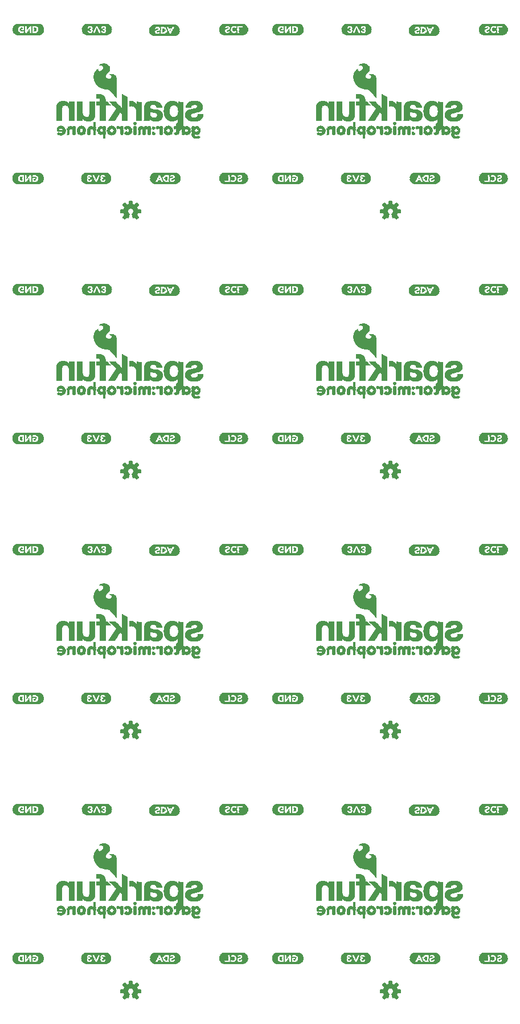
<source format=gbo>
G75*
%MOIN*%
%OFA0B0*%
%FSLAX25Y25*%
%IPPOS*%
%LPD*%
%AMOC8*
5,1,8,0,0,1.08239X$1,22.5*
%
%ADD10C,0.00591*%
%ADD11C,0.00300*%
%ADD12R,0.13701X0.00157*%
%ADD13R,0.14646X0.00157*%
%ADD14R,0.15276X0.00157*%
%ADD15R,0.15906X0.00157*%
%ADD16R,0.16220X0.00157*%
%ADD17R,0.16535X0.00157*%
%ADD18R,0.16850X0.00157*%
%ADD19R,0.04252X0.00157*%
%ADD20R,0.11969X0.00157*%
%ADD21R,0.04094X0.00157*%
%ADD22R,0.01260X0.00157*%
%ADD23R,0.01890X0.00157*%
%ADD24R,0.00630X0.00157*%
%ADD25R,0.03780X0.00157*%
%ADD26R,0.00787X0.00157*%
%ADD27R,0.01575X0.00157*%
%ADD28R,0.00472X0.00157*%
%ADD29R,0.01417X0.00157*%
%ADD30R,0.03465X0.00157*%
%ADD31R,0.03622X0.00157*%
%ADD32R,0.01102X0.00157*%
%ADD33R,0.03307X0.00157*%
%ADD34R,0.00945X0.00157*%
%ADD35R,0.02835X0.00157*%
%ADD36R,0.02992X0.00157*%
%ADD37R,0.00157X0.00157*%
%ADD38R,0.00315X0.00157*%
%ADD39R,0.03937X0.00157*%
%ADD40R,0.01732X0.00157*%
%ADD41R,0.12756X0.00157*%
%ADD42R,0.14331X0.00157*%
%ADD43R,0.14961X0.00157*%
%ADD44R,0.15591X0.00157*%
%ADD45R,0.07087X0.00157*%
%ADD46R,0.02362X0.00157*%
%ADD47R,0.02047X0.00157*%
%ADD48R,0.03150X0.00157*%
%ADD49R,0.04409X0.00157*%
%ADD50R,0.02205X0.00157*%
%ADD51R,0.05039X0.00157*%
%ADD52R,0.02520X0.00157*%
%ADD53R,0.13071X0.00157*%
%ADD54R,0.14016X0.00157*%
%ADD55R,0.04567X0.00157*%
%ADD56R,0.02677X0.00157*%
%ADD57R,0.04882X0.00157*%
%ADD58R,0.05354X0.00157*%
%ADD59R,0.12126X0.00157*%
%ADD60R,0.05197X0.00157*%
%ADD61R,0.01378X0.00276*%
%ADD62R,0.01102X0.00276*%
%ADD63R,0.01929X0.00276*%
%ADD64R,0.01654X0.00276*%
%ADD65R,0.00551X0.00315*%
%ADD66R,0.01929X0.00315*%
%ADD67R,0.01654X0.00315*%
%ADD68R,0.01929X0.00236*%
%ADD69R,0.01654X0.00236*%
%ADD70R,0.00827X0.00276*%
%ADD71R,0.00551X0.00236*%
%ADD72R,0.01378X0.00315*%
%ADD73R,0.03583X0.00315*%
%ADD74R,0.02480X0.00315*%
%ADD75R,0.02205X0.00315*%
%ADD76R,0.01102X0.00315*%
%ADD77R,0.03858X0.00276*%
%ADD78R,0.04134X0.00276*%
%ADD79R,0.03307X0.00276*%
%ADD80R,0.02480X0.00276*%
%ADD81R,0.03031X0.00276*%
%ADD82R,0.04409X0.00276*%
%ADD83R,0.03583X0.00276*%
%ADD84R,0.04685X0.00276*%
%ADD85R,0.07441X0.00276*%
%ADD86R,0.04961X0.00276*%
%ADD87R,0.07717X0.00276*%
%ADD88R,0.05236X0.00276*%
%ADD89R,0.02205X0.00276*%
%ADD90R,0.00551X0.00276*%
%ADD91R,0.00276X0.00276*%
%ADD92R,0.00827X0.00315*%
%ADD93R,0.02756X0.00276*%
%ADD94R,0.04685X0.00236*%
%ADD95R,0.02756X0.00236*%
%ADD96R,0.04409X0.00236*%
%ADD97R,0.04134X0.00236*%
%ADD98R,0.01378X0.00236*%
%ADD99R,0.02480X0.00236*%
%ADD100R,0.02205X0.00236*%
%ADD101R,0.00827X0.00236*%
%ADD102R,0.03031X0.00236*%
D10*
X0149698Y0269246D02*
X0148680Y0270264D01*
X0149890Y0271748D01*
X0149582Y0272346D01*
X0149377Y0272987D01*
X0147472Y0273180D01*
X0147472Y0274620D01*
X0149377Y0274813D01*
X0149582Y0275454D01*
X0149890Y0276052D01*
X0148680Y0277536D01*
X0149698Y0278554D01*
X0151182Y0277343D01*
X0151780Y0277651D01*
X0152420Y0277856D01*
X0152614Y0279761D01*
X0154053Y0279761D01*
X0154247Y0277856D01*
X0154887Y0277651D01*
X0155485Y0277343D01*
X0156969Y0278554D01*
X0157987Y0277536D01*
X0156777Y0276052D01*
X0157085Y0275454D01*
X0157290Y0274813D01*
X0159195Y0274620D01*
X0159195Y0273180D01*
X0157290Y0272987D01*
X0157085Y0272346D01*
X0156777Y0271748D01*
X0157987Y0270264D01*
X0156969Y0269246D01*
X0155485Y0270457D01*
X0154887Y0270149D01*
X0154040Y0272195D01*
X0154418Y0272407D01*
X0154737Y0272701D01*
X0154978Y0273062D01*
X0155128Y0273469D01*
X0155179Y0273900D01*
X0155126Y0274339D01*
X0154970Y0274752D01*
X0154721Y0275117D01*
X0154392Y0275411D01*
X0154002Y0275620D01*
X0153574Y0275729D01*
X0153133Y0275734D01*
X0152702Y0275634D01*
X0152308Y0275434D01*
X0151973Y0275146D01*
X0151716Y0274787D01*
X0151551Y0274377D01*
X0151489Y0273940D01*
X0151532Y0273500D01*
X0151678Y0273084D01*
X0151920Y0272714D01*
X0152242Y0272412D01*
X0152627Y0272195D01*
X0151779Y0270149D01*
X0151182Y0270457D01*
X0149698Y0269246D01*
X0149297Y0269647D02*
X0150189Y0269647D01*
X0150911Y0270236D02*
X0148708Y0270236D01*
X0149137Y0270825D02*
X0152060Y0270825D01*
X0152304Y0271414D02*
X0149617Y0271414D01*
X0149759Y0272003D02*
X0152548Y0272003D01*
X0152049Y0272592D02*
X0149503Y0272592D01*
X0147472Y0273181D02*
X0151644Y0273181D01*
X0151505Y0273770D02*
X0147472Y0273770D01*
X0147472Y0274359D02*
X0151549Y0274359D01*
X0151831Y0274948D02*
X0149420Y0274948D01*
X0149625Y0275538D02*
X0152513Y0275538D01*
X0154156Y0275538D02*
X0157041Y0275538D01*
X0156838Y0276127D02*
X0149829Y0276127D01*
X0149349Y0276716D02*
X0157318Y0276716D01*
X0157798Y0277305D02*
X0148868Y0277305D01*
X0149038Y0277894D02*
X0150507Y0277894D01*
X0149784Y0278483D02*
X0149627Y0278483D01*
X0152484Y0278483D02*
X0154183Y0278483D01*
X0154123Y0279072D02*
X0152544Y0279072D01*
X0152603Y0279661D02*
X0154063Y0279661D01*
X0154243Y0277894D02*
X0152424Y0277894D01*
X0156160Y0277894D02*
X0157629Y0277894D01*
X0157040Y0278483D02*
X0156882Y0278483D01*
X0157246Y0274948D02*
X0154836Y0274948D01*
X0155118Y0274359D02*
X0159195Y0274359D01*
X0159195Y0273770D02*
X0155164Y0273770D01*
X0155022Y0273181D02*
X0159195Y0273181D01*
X0157163Y0272592D02*
X0154619Y0272592D01*
X0154119Y0272003D02*
X0156908Y0272003D01*
X0157049Y0271414D02*
X0154363Y0271414D01*
X0154607Y0270825D02*
X0157530Y0270825D01*
X0157959Y0270236D02*
X0155756Y0270236D01*
X0155056Y0270236D02*
X0154851Y0270236D01*
X0156478Y0269647D02*
X0157370Y0269647D01*
X0151815Y0270236D02*
X0151610Y0270236D01*
X0149698Y0421246D02*
X0148680Y0422264D01*
X0149890Y0423748D01*
X0149582Y0424346D01*
X0149377Y0424987D01*
X0147472Y0425180D01*
X0147472Y0426620D01*
X0149377Y0426813D01*
X0149582Y0427454D01*
X0149890Y0428052D01*
X0148680Y0429536D01*
X0149698Y0430554D01*
X0151182Y0429343D01*
X0151780Y0429651D01*
X0152420Y0429856D01*
X0152614Y0431761D01*
X0154053Y0431761D01*
X0154247Y0429856D01*
X0154887Y0429651D01*
X0155485Y0429343D01*
X0156969Y0430554D01*
X0157987Y0429536D01*
X0156777Y0428052D01*
X0157085Y0427454D01*
X0157290Y0426813D01*
X0159195Y0426620D01*
X0159195Y0425180D01*
X0157290Y0424987D01*
X0157085Y0424346D01*
X0156777Y0423748D01*
X0157987Y0422264D01*
X0156969Y0421246D01*
X0155485Y0422457D01*
X0154887Y0422149D01*
X0154040Y0424195D01*
X0154418Y0424407D01*
X0154737Y0424701D01*
X0154978Y0425062D01*
X0155128Y0425469D01*
X0155179Y0425900D01*
X0155126Y0426339D01*
X0154970Y0426752D01*
X0154721Y0427117D01*
X0154392Y0427411D01*
X0154002Y0427620D01*
X0153574Y0427729D01*
X0153133Y0427734D01*
X0152702Y0427634D01*
X0152308Y0427434D01*
X0151973Y0427146D01*
X0151716Y0426787D01*
X0151551Y0426377D01*
X0151489Y0425940D01*
X0151532Y0425500D01*
X0151678Y0425084D01*
X0151920Y0424714D01*
X0152242Y0424412D01*
X0152627Y0424195D01*
X0151779Y0422149D01*
X0151182Y0422457D01*
X0149698Y0421246D01*
X0149319Y0421625D02*
X0150162Y0421625D01*
X0150884Y0422214D02*
X0148730Y0422214D01*
X0149119Y0422803D02*
X0152050Y0422803D01*
X0151806Y0422214D02*
X0151653Y0422214D01*
X0152295Y0423392D02*
X0149600Y0423392D01*
X0149770Y0423981D02*
X0152539Y0423981D01*
X0152073Y0424570D02*
X0149510Y0424570D01*
X0147678Y0425159D02*
X0151652Y0425159D01*
X0151508Y0425748D02*
X0147472Y0425748D01*
X0147472Y0426337D02*
X0151545Y0426337D01*
X0151816Y0426927D02*
X0149413Y0426927D01*
X0149614Y0427516D02*
X0152470Y0427516D01*
X0154197Y0427516D02*
X0157053Y0427516D01*
X0157253Y0426927D02*
X0154851Y0426927D01*
X0155126Y0426337D02*
X0159195Y0426337D01*
X0159195Y0425748D02*
X0155161Y0425748D01*
X0155014Y0425159D02*
X0158989Y0425159D01*
X0157156Y0424570D02*
X0154595Y0424570D01*
X0154128Y0423981D02*
X0156897Y0423981D01*
X0157067Y0423392D02*
X0154372Y0423392D01*
X0154616Y0422803D02*
X0157547Y0422803D01*
X0157937Y0422214D02*
X0155782Y0422214D01*
X0155014Y0422214D02*
X0154860Y0422214D01*
X0156505Y0421625D02*
X0157348Y0421625D01*
X0156820Y0428105D02*
X0149847Y0428105D01*
X0149366Y0428694D02*
X0157300Y0428694D01*
X0157781Y0429283D02*
X0148886Y0429283D01*
X0149016Y0429872D02*
X0150534Y0429872D01*
X0149811Y0430461D02*
X0149605Y0430461D01*
X0152481Y0430461D02*
X0154185Y0430461D01*
X0154125Y0431050D02*
X0152541Y0431050D01*
X0152601Y0431639D02*
X0154065Y0431639D01*
X0154245Y0429872D02*
X0152422Y0429872D01*
X0156133Y0429872D02*
X0157651Y0429872D01*
X0157062Y0430461D02*
X0156856Y0430461D01*
X0156969Y0573246D02*
X0155485Y0574457D01*
X0154887Y0574149D01*
X0154040Y0576195D01*
X0154418Y0576407D01*
X0154737Y0576701D01*
X0154978Y0577062D01*
X0155128Y0577469D01*
X0155179Y0577900D01*
X0155126Y0578339D01*
X0154970Y0578752D01*
X0154721Y0579117D01*
X0154392Y0579411D01*
X0154002Y0579620D01*
X0153574Y0579729D01*
X0153133Y0579734D01*
X0152702Y0579634D01*
X0152308Y0579434D01*
X0151973Y0579146D01*
X0151716Y0578787D01*
X0151551Y0578377D01*
X0151489Y0577940D01*
X0151532Y0577500D01*
X0151678Y0577084D01*
X0151920Y0576714D01*
X0152242Y0576412D01*
X0152627Y0576195D01*
X0151779Y0574149D01*
X0151182Y0574457D01*
X0149698Y0573246D01*
X0148680Y0574264D01*
X0149890Y0575748D01*
X0149582Y0576346D01*
X0149377Y0576987D01*
X0147472Y0577180D01*
X0147472Y0578620D01*
X0149377Y0578813D01*
X0149582Y0579454D01*
X0149890Y0580052D01*
X0148680Y0581536D01*
X0149698Y0582554D01*
X0151182Y0581343D01*
X0151780Y0581651D01*
X0152420Y0581856D01*
X0152614Y0583761D01*
X0154053Y0583761D01*
X0154247Y0581856D01*
X0154887Y0581651D01*
X0155485Y0581343D01*
X0156969Y0582554D01*
X0157987Y0581536D01*
X0156777Y0580052D01*
X0157085Y0579454D01*
X0157290Y0578813D01*
X0159195Y0578620D01*
X0159195Y0577180D01*
X0157290Y0576987D01*
X0157085Y0576346D01*
X0156777Y0575748D01*
X0157987Y0574264D01*
X0156969Y0573246D01*
X0157326Y0573603D02*
X0156532Y0573603D01*
X0155809Y0574192D02*
X0157915Y0574192D01*
X0157565Y0574781D02*
X0154625Y0574781D01*
X0154869Y0574192D02*
X0154971Y0574192D01*
X0154381Y0575370D02*
X0157085Y0575370D01*
X0156885Y0575959D02*
X0154137Y0575959D01*
X0154571Y0576548D02*
X0157149Y0576548D01*
X0158774Y0577138D02*
X0155006Y0577138D01*
X0155158Y0577727D02*
X0159195Y0577727D01*
X0159195Y0578316D02*
X0155129Y0578316D01*
X0154866Y0578905D02*
X0157260Y0578905D01*
X0157064Y0579494D02*
X0154238Y0579494D01*
X0152426Y0579494D02*
X0149603Y0579494D01*
X0149406Y0578905D02*
X0151800Y0578905D01*
X0151542Y0578316D02*
X0147472Y0578316D01*
X0147472Y0577727D02*
X0151510Y0577727D01*
X0151660Y0577138D02*
X0147893Y0577138D01*
X0149517Y0576548D02*
X0152096Y0576548D01*
X0152529Y0575959D02*
X0149781Y0575959D01*
X0149582Y0575370D02*
X0152285Y0575370D01*
X0152041Y0574781D02*
X0149101Y0574781D01*
X0148752Y0574192D02*
X0150857Y0574192D01*
X0151695Y0574192D02*
X0151797Y0574192D01*
X0150135Y0573603D02*
X0149341Y0573603D01*
X0149865Y0580083D02*
X0156802Y0580083D01*
X0157282Y0580672D02*
X0149384Y0580672D01*
X0148904Y0581261D02*
X0157763Y0581261D01*
X0157673Y0581850D02*
X0156106Y0581850D01*
X0156829Y0582439D02*
X0157084Y0582439D01*
X0154266Y0581850D02*
X0152400Y0581850D01*
X0152479Y0582439D02*
X0154187Y0582439D01*
X0154128Y0583028D02*
X0152539Y0583028D01*
X0152599Y0583617D02*
X0154068Y0583617D01*
X0150560Y0581850D02*
X0148994Y0581850D01*
X0149583Y0582439D02*
X0149838Y0582439D01*
X0149698Y0725246D02*
X0148680Y0726264D01*
X0149890Y0727748D01*
X0149582Y0728346D01*
X0149377Y0728987D01*
X0147472Y0729180D01*
X0147472Y0730620D01*
X0149377Y0730813D01*
X0149582Y0731454D01*
X0149890Y0732052D01*
X0148680Y0733536D01*
X0149698Y0734554D01*
X0151182Y0733343D01*
X0151780Y0733651D01*
X0152420Y0733856D01*
X0152614Y0735761D01*
X0154053Y0735761D01*
X0154247Y0733856D01*
X0154887Y0733651D01*
X0155485Y0733343D01*
X0156969Y0734554D01*
X0157987Y0733536D01*
X0156777Y0732052D01*
X0157085Y0731454D01*
X0157290Y0730813D01*
X0159195Y0730620D01*
X0159195Y0729180D01*
X0157290Y0728987D01*
X0157085Y0728346D01*
X0156777Y0727748D01*
X0157987Y0726264D01*
X0156969Y0725246D01*
X0155485Y0726457D01*
X0154887Y0726149D01*
X0154040Y0728195D01*
X0154418Y0728407D01*
X0154737Y0728701D01*
X0154978Y0729062D01*
X0155128Y0729469D01*
X0155179Y0729900D01*
X0155126Y0730339D01*
X0154970Y0730752D01*
X0154721Y0731117D01*
X0154392Y0731411D01*
X0154002Y0731620D01*
X0153574Y0731729D01*
X0153133Y0731734D01*
X0152702Y0731634D01*
X0152308Y0731434D01*
X0151973Y0731146D01*
X0151716Y0730787D01*
X0151551Y0730377D01*
X0151489Y0729940D01*
X0151532Y0729500D01*
X0151678Y0729084D01*
X0151920Y0728714D01*
X0152242Y0728412D01*
X0152627Y0728195D01*
X0151779Y0726149D01*
X0151182Y0726457D01*
X0149698Y0725246D01*
X0149363Y0725581D02*
X0150108Y0725581D01*
X0150831Y0726170D02*
X0148774Y0726170D01*
X0149084Y0726759D02*
X0152032Y0726759D01*
X0151788Y0726170D02*
X0151738Y0726170D01*
X0152276Y0727348D02*
X0149564Y0727348D01*
X0149793Y0727937D02*
X0152520Y0727937D01*
X0152119Y0728527D02*
X0149524Y0728527D01*
X0148108Y0729116D02*
X0151667Y0729116D01*
X0151512Y0729705D02*
X0147472Y0729705D01*
X0147472Y0730294D02*
X0151539Y0730294D01*
X0151784Y0730883D02*
X0149399Y0730883D01*
X0149591Y0731472D02*
X0152383Y0731472D01*
X0154279Y0731472D02*
X0157075Y0731472D01*
X0157267Y0730883D02*
X0154881Y0730883D01*
X0155131Y0730294D02*
X0159195Y0730294D01*
X0159195Y0729705D02*
X0155156Y0729705D01*
X0154998Y0729116D02*
X0158559Y0729116D01*
X0157142Y0728527D02*
X0154548Y0728527D01*
X0154146Y0727937D02*
X0156874Y0727937D01*
X0157103Y0727348D02*
X0154390Y0727348D01*
X0154634Y0726759D02*
X0157583Y0726759D01*
X0157893Y0726170D02*
X0155836Y0726170D01*
X0154929Y0726170D02*
X0154878Y0726170D01*
X0156559Y0725581D02*
X0157304Y0725581D01*
X0156784Y0732061D02*
X0149882Y0732061D01*
X0149402Y0732650D02*
X0157265Y0732650D01*
X0157745Y0733239D02*
X0148922Y0733239D01*
X0148972Y0733828D02*
X0150587Y0733828D01*
X0149865Y0734417D02*
X0149561Y0734417D01*
X0152332Y0733828D02*
X0154335Y0733828D01*
X0154190Y0734417D02*
X0152477Y0734417D01*
X0152537Y0735006D02*
X0154130Y0735006D01*
X0154070Y0735595D02*
X0152597Y0735595D01*
X0156079Y0733828D02*
X0157695Y0733828D01*
X0157106Y0734417D02*
X0156802Y0734417D01*
X0299472Y0730620D02*
X0301377Y0730813D01*
X0301582Y0731454D01*
X0301890Y0732052D01*
X0300680Y0733536D01*
X0301698Y0734554D01*
X0303182Y0733343D01*
X0303780Y0733651D01*
X0304420Y0733856D01*
X0304614Y0735761D01*
X0306053Y0735761D01*
X0306247Y0733856D01*
X0306887Y0733651D01*
X0307485Y0733343D01*
X0308969Y0734554D01*
X0309987Y0733536D01*
X0308777Y0732052D01*
X0309085Y0731454D01*
X0309290Y0730813D01*
X0311195Y0730620D01*
X0311195Y0729180D01*
X0309290Y0728987D01*
X0309085Y0728346D01*
X0308777Y0727748D01*
X0309987Y0726264D01*
X0308969Y0725246D01*
X0307485Y0726457D01*
X0306887Y0726149D01*
X0306040Y0728195D01*
X0306418Y0728407D01*
X0306737Y0728701D01*
X0306978Y0729062D01*
X0307128Y0729469D01*
X0307179Y0729900D01*
X0307126Y0730339D01*
X0306970Y0730752D01*
X0306721Y0731117D01*
X0306392Y0731411D01*
X0306002Y0731620D01*
X0305574Y0731729D01*
X0305133Y0731734D01*
X0304702Y0731634D01*
X0304308Y0731434D01*
X0303973Y0731146D01*
X0303716Y0730787D01*
X0303551Y0730377D01*
X0303489Y0729940D01*
X0303532Y0729500D01*
X0303678Y0729084D01*
X0303920Y0728714D01*
X0304242Y0728412D01*
X0304627Y0728195D01*
X0303779Y0726149D01*
X0303182Y0726457D01*
X0301698Y0725246D01*
X0300680Y0726264D01*
X0301890Y0727748D01*
X0301582Y0728346D01*
X0301377Y0728987D01*
X0299472Y0729180D01*
X0299472Y0730620D01*
X0299472Y0730294D02*
X0303539Y0730294D01*
X0303512Y0729705D02*
X0299472Y0729705D01*
X0300108Y0729116D02*
X0303667Y0729116D01*
X0304119Y0728527D02*
X0301524Y0728527D01*
X0301793Y0727937D02*
X0304520Y0727937D01*
X0304276Y0727348D02*
X0301564Y0727348D01*
X0301084Y0726759D02*
X0304032Y0726759D01*
X0303788Y0726170D02*
X0303738Y0726170D01*
X0302831Y0726170D02*
X0300774Y0726170D01*
X0301363Y0725581D02*
X0302108Y0725581D01*
X0306390Y0727348D02*
X0309103Y0727348D01*
X0308874Y0727937D02*
X0306146Y0727937D01*
X0306548Y0728527D02*
X0309142Y0728527D01*
X0310559Y0729116D02*
X0306998Y0729116D01*
X0307156Y0729705D02*
X0311195Y0729705D01*
X0311195Y0730294D02*
X0307131Y0730294D01*
X0306881Y0730883D02*
X0309267Y0730883D01*
X0309075Y0731472D02*
X0306279Y0731472D01*
X0304383Y0731472D02*
X0301591Y0731472D01*
X0301399Y0730883D02*
X0303784Y0730883D01*
X0301882Y0732061D02*
X0308784Y0732061D01*
X0309265Y0732650D02*
X0301402Y0732650D01*
X0300922Y0733239D02*
X0309745Y0733239D01*
X0309695Y0733828D02*
X0308079Y0733828D01*
X0308802Y0734417D02*
X0309106Y0734417D01*
X0306335Y0733828D02*
X0304332Y0733828D01*
X0304477Y0734417D02*
X0306190Y0734417D01*
X0306130Y0735006D02*
X0304537Y0735006D01*
X0304597Y0735595D02*
X0306070Y0735595D01*
X0302587Y0733828D02*
X0300972Y0733828D01*
X0301561Y0734417D02*
X0301865Y0734417D01*
X0306634Y0726759D02*
X0309583Y0726759D01*
X0309893Y0726170D02*
X0307836Y0726170D01*
X0306929Y0726170D02*
X0306878Y0726170D01*
X0308559Y0725581D02*
X0309304Y0725581D01*
X0306053Y0583761D02*
X0306247Y0581856D01*
X0306887Y0581651D01*
X0307485Y0581343D01*
X0308969Y0582554D01*
X0309987Y0581536D01*
X0308777Y0580052D01*
X0309085Y0579454D01*
X0309290Y0578813D01*
X0311195Y0578620D01*
X0311195Y0577180D01*
X0309290Y0576987D01*
X0309085Y0576346D01*
X0308777Y0575748D01*
X0309987Y0574264D01*
X0308969Y0573246D01*
X0307485Y0574457D01*
X0306887Y0574149D01*
X0306040Y0576195D01*
X0306418Y0576407D01*
X0306737Y0576701D01*
X0306978Y0577062D01*
X0307128Y0577469D01*
X0307179Y0577900D01*
X0307126Y0578339D01*
X0306970Y0578752D01*
X0306721Y0579117D01*
X0306392Y0579411D01*
X0306002Y0579620D01*
X0305574Y0579729D01*
X0305133Y0579734D01*
X0304702Y0579634D01*
X0304308Y0579434D01*
X0303973Y0579146D01*
X0303716Y0578787D01*
X0303551Y0578377D01*
X0303489Y0577940D01*
X0303532Y0577500D01*
X0303678Y0577084D01*
X0303920Y0576714D01*
X0304242Y0576412D01*
X0304627Y0576195D01*
X0303779Y0574149D01*
X0303182Y0574457D01*
X0301698Y0573246D01*
X0300680Y0574264D01*
X0301890Y0575748D01*
X0301582Y0576346D01*
X0301377Y0576987D01*
X0299472Y0577180D01*
X0299472Y0578620D01*
X0301377Y0578813D01*
X0301582Y0579454D01*
X0301890Y0580052D01*
X0300680Y0581536D01*
X0301698Y0582554D01*
X0303182Y0581343D01*
X0303780Y0581651D01*
X0304420Y0581856D01*
X0304614Y0583761D01*
X0306053Y0583761D01*
X0306068Y0583617D02*
X0304599Y0583617D01*
X0304539Y0583028D02*
X0306128Y0583028D01*
X0306187Y0582439D02*
X0304479Y0582439D01*
X0304400Y0581850D02*
X0306266Y0581850D01*
X0308106Y0581850D02*
X0309673Y0581850D01*
X0309763Y0581261D02*
X0300904Y0581261D01*
X0300994Y0581850D02*
X0302560Y0581850D01*
X0301838Y0582439D02*
X0301583Y0582439D01*
X0301384Y0580672D02*
X0309282Y0580672D01*
X0308802Y0580083D02*
X0301865Y0580083D01*
X0301603Y0579494D02*
X0304426Y0579494D01*
X0303800Y0578905D02*
X0301406Y0578905D01*
X0299472Y0578316D02*
X0303542Y0578316D01*
X0303510Y0577727D02*
X0299472Y0577727D01*
X0299893Y0577138D02*
X0303660Y0577138D01*
X0304096Y0576548D02*
X0301517Y0576548D01*
X0301781Y0575959D02*
X0304529Y0575959D01*
X0304285Y0575370D02*
X0301582Y0575370D01*
X0301101Y0574781D02*
X0304041Y0574781D01*
X0303797Y0574192D02*
X0303695Y0574192D01*
X0302857Y0574192D02*
X0300752Y0574192D01*
X0301341Y0573603D02*
X0302135Y0573603D01*
X0306381Y0575370D02*
X0309085Y0575370D01*
X0308885Y0575959D02*
X0306137Y0575959D01*
X0306571Y0576548D02*
X0309149Y0576548D01*
X0310774Y0577138D02*
X0307006Y0577138D01*
X0307158Y0577727D02*
X0311195Y0577727D01*
X0311195Y0578316D02*
X0307129Y0578316D01*
X0306866Y0578905D02*
X0309260Y0578905D01*
X0309064Y0579494D02*
X0306238Y0579494D01*
X0308829Y0582439D02*
X0309084Y0582439D01*
X0309565Y0574781D02*
X0306625Y0574781D01*
X0306869Y0574192D02*
X0306971Y0574192D01*
X0307809Y0574192D02*
X0309915Y0574192D01*
X0309326Y0573603D02*
X0308532Y0573603D01*
X0306053Y0431761D02*
X0306247Y0429856D01*
X0306887Y0429651D01*
X0307485Y0429343D01*
X0308969Y0430554D01*
X0309987Y0429536D01*
X0308777Y0428052D01*
X0309085Y0427454D01*
X0309290Y0426813D01*
X0311195Y0426620D01*
X0311195Y0425180D01*
X0309290Y0424987D01*
X0309085Y0424346D01*
X0308777Y0423748D01*
X0309987Y0422264D01*
X0308969Y0421246D01*
X0307485Y0422457D01*
X0306887Y0422149D01*
X0306040Y0424195D01*
X0306418Y0424407D01*
X0306737Y0424701D01*
X0306978Y0425062D01*
X0307128Y0425469D01*
X0307179Y0425900D01*
X0307126Y0426339D01*
X0306970Y0426752D01*
X0306721Y0427117D01*
X0306392Y0427411D01*
X0306002Y0427620D01*
X0305574Y0427729D01*
X0305133Y0427734D01*
X0304702Y0427634D01*
X0304308Y0427434D01*
X0303973Y0427146D01*
X0303716Y0426787D01*
X0303551Y0426377D01*
X0303489Y0425940D01*
X0303532Y0425500D01*
X0303678Y0425084D01*
X0303920Y0424714D01*
X0304242Y0424412D01*
X0304627Y0424195D01*
X0303779Y0422149D01*
X0303182Y0422457D01*
X0301698Y0421246D01*
X0300680Y0422264D01*
X0301890Y0423748D01*
X0301582Y0424346D01*
X0301377Y0424987D01*
X0299472Y0425180D01*
X0299472Y0426620D01*
X0301377Y0426813D01*
X0301582Y0427454D01*
X0301890Y0428052D01*
X0300680Y0429536D01*
X0301698Y0430554D01*
X0303182Y0429343D01*
X0303780Y0429651D01*
X0304420Y0429856D01*
X0304614Y0431761D01*
X0306053Y0431761D01*
X0306065Y0431639D02*
X0304601Y0431639D01*
X0304541Y0431050D02*
X0306125Y0431050D01*
X0306185Y0430461D02*
X0304481Y0430461D01*
X0304422Y0429872D02*
X0306245Y0429872D01*
X0308133Y0429872D02*
X0309651Y0429872D01*
X0309781Y0429283D02*
X0300886Y0429283D01*
X0301016Y0429872D02*
X0302534Y0429872D01*
X0301811Y0430461D02*
X0301605Y0430461D01*
X0301366Y0428694D02*
X0309300Y0428694D01*
X0308820Y0428105D02*
X0301847Y0428105D01*
X0301614Y0427516D02*
X0304470Y0427516D01*
X0303816Y0426927D02*
X0301413Y0426927D01*
X0299472Y0426337D02*
X0303545Y0426337D01*
X0303508Y0425748D02*
X0299472Y0425748D01*
X0299678Y0425159D02*
X0303652Y0425159D01*
X0304073Y0424570D02*
X0301510Y0424570D01*
X0301770Y0423981D02*
X0304539Y0423981D01*
X0304295Y0423392D02*
X0301600Y0423392D01*
X0301119Y0422803D02*
X0304050Y0422803D01*
X0303806Y0422214D02*
X0303653Y0422214D01*
X0302884Y0422214D02*
X0300730Y0422214D01*
X0301319Y0421625D02*
X0302162Y0421625D01*
X0306372Y0423392D02*
X0309067Y0423392D01*
X0308897Y0423981D02*
X0306128Y0423981D01*
X0306595Y0424570D02*
X0309156Y0424570D01*
X0309547Y0422803D02*
X0306616Y0422803D01*
X0306860Y0422214D02*
X0307014Y0422214D01*
X0307782Y0422214D02*
X0309937Y0422214D01*
X0309348Y0421625D02*
X0308505Y0421625D01*
X0307014Y0425159D02*
X0310989Y0425159D01*
X0311195Y0425748D02*
X0307161Y0425748D01*
X0307126Y0426337D02*
X0311195Y0426337D01*
X0309253Y0426927D02*
X0306851Y0426927D01*
X0306197Y0427516D02*
X0309053Y0427516D01*
X0309062Y0430461D02*
X0308856Y0430461D01*
X0306053Y0279761D02*
X0306247Y0277856D01*
X0306887Y0277651D01*
X0307485Y0277343D01*
X0308969Y0278554D01*
X0309987Y0277536D01*
X0308777Y0276052D01*
X0309085Y0275454D01*
X0309290Y0274813D01*
X0311195Y0274620D01*
X0311195Y0273180D01*
X0309290Y0272987D01*
X0309085Y0272346D01*
X0308777Y0271748D01*
X0309987Y0270264D01*
X0308969Y0269246D01*
X0307485Y0270457D01*
X0306887Y0270149D01*
X0306040Y0272195D01*
X0306418Y0272407D01*
X0306737Y0272701D01*
X0306978Y0273062D01*
X0307128Y0273469D01*
X0307179Y0273900D01*
X0307126Y0274339D01*
X0306970Y0274752D01*
X0306721Y0275117D01*
X0306392Y0275411D01*
X0306002Y0275620D01*
X0305574Y0275729D01*
X0305133Y0275734D01*
X0304702Y0275634D01*
X0304308Y0275434D01*
X0303973Y0275146D01*
X0303716Y0274787D01*
X0303551Y0274377D01*
X0303489Y0273940D01*
X0303532Y0273500D01*
X0303678Y0273084D01*
X0303920Y0272714D01*
X0304242Y0272412D01*
X0304627Y0272195D01*
X0303779Y0270149D01*
X0303182Y0270457D01*
X0301698Y0269246D01*
X0300680Y0270264D01*
X0301890Y0271748D01*
X0301582Y0272346D01*
X0301377Y0272987D01*
X0299472Y0273180D01*
X0299472Y0274620D01*
X0301377Y0274813D01*
X0301582Y0275454D01*
X0301890Y0276052D01*
X0300680Y0277536D01*
X0301698Y0278554D01*
X0303182Y0277343D01*
X0303780Y0277651D01*
X0304420Y0277856D01*
X0304614Y0279761D01*
X0306053Y0279761D01*
X0306063Y0279661D02*
X0304603Y0279661D01*
X0304544Y0279072D02*
X0306123Y0279072D01*
X0306183Y0278483D02*
X0304484Y0278483D01*
X0304424Y0277894D02*
X0306243Y0277894D01*
X0308160Y0277894D02*
X0309629Y0277894D01*
X0309798Y0277305D02*
X0300868Y0277305D01*
X0301038Y0277894D02*
X0302507Y0277894D01*
X0301784Y0278483D02*
X0301627Y0278483D01*
X0301349Y0276716D02*
X0309318Y0276716D01*
X0308838Y0276127D02*
X0301829Y0276127D01*
X0301625Y0275538D02*
X0304513Y0275538D01*
X0303831Y0274948D02*
X0301420Y0274948D01*
X0299472Y0274359D02*
X0303549Y0274359D01*
X0303505Y0273770D02*
X0299472Y0273770D01*
X0299472Y0273181D02*
X0303644Y0273181D01*
X0304049Y0272592D02*
X0301503Y0272592D01*
X0301759Y0272003D02*
X0304548Y0272003D01*
X0304304Y0271414D02*
X0301617Y0271414D01*
X0301137Y0270825D02*
X0304060Y0270825D01*
X0303815Y0270236D02*
X0303610Y0270236D01*
X0302911Y0270236D02*
X0300708Y0270236D01*
X0301297Y0269647D02*
X0302189Y0269647D01*
X0306363Y0271414D02*
X0309049Y0271414D01*
X0308908Y0272003D02*
X0306119Y0272003D01*
X0306619Y0272592D02*
X0309163Y0272592D01*
X0309530Y0270825D02*
X0306607Y0270825D01*
X0306851Y0270236D02*
X0307056Y0270236D01*
X0307756Y0270236D02*
X0309959Y0270236D01*
X0309370Y0269647D02*
X0308478Y0269647D01*
X0307022Y0273181D02*
X0311195Y0273181D01*
X0311195Y0273770D02*
X0307164Y0273770D01*
X0307118Y0274359D02*
X0311195Y0274359D01*
X0309246Y0274948D02*
X0306836Y0274948D01*
X0306156Y0275538D02*
X0309041Y0275538D01*
X0309040Y0278483D02*
X0308882Y0278483D01*
D11*
X0332892Y0320294D02*
X0333286Y0320648D01*
X0333680Y0320963D01*
X0334073Y0321317D01*
X0334428Y0321672D01*
X0334822Y0321987D01*
X0335215Y0322341D01*
X0335570Y0322656D01*
X0335963Y0323010D01*
X0335963Y0337538D01*
X0335255Y0337695D01*
X0334861Y0337735D01*
X0334507Y0337813D01*
X0334152Y0337853D01*
X0333798Y0337931D01*
X0333404Y0338010D01*
X0333050Y0338050D01*
X0333050Y0336632D01*
X0332735Y0337065D01*
X0332381Y0337420D01*
X0332026Y0337735D01*
X0331633Y0337971D01*
X0331199Y0338128D01*
X0330727Y0338286D01*
X0330215Y0338325D01*
X0329743Y0338365D01*
X0328522Y0338246D01*
X0327459Y0337892D01*
X0326593Y0337302D01*
X0325885Y0336554D01*
X0325333Y0335648D01*
X0324979Y0334664D01*
X0324743Y0333561D01*
X0324664Y0332380D01*
X0327735Y0332459D01*
X0327774Y0333128D01*
X0327853Y0333798D01*
X0328050Y0334388D01*
X0328325Y0334939D01*
X0328680Y0335412D01*
X0329152Y0335766D01*
X0329703Y0335963D01*
X0330412Y0336042D01*
X0331081Y0335963D01*
X0331672Y0335766D01*
X0332105Y0335412D01*
X0332459Y0334939D01*
X0332735Y0334388D01*
X0332892Y0333798D01*
X0333010Y0333128D01*
X0333050Y0332459D01*
X0333010Y0331790D01*
X0332892Y0331160D01*
X0332735Y0330569D01*
X0332459Y0330018D01*
X0332105Y0329585D01*
X0331633Y0329231D01*
X0331042Y0328994D01*
X0330373Y0328916D01*
X0329664Y0328994D01*
X0329113Y0329231D01*
X0328640Y0329585D01*
X0328286Y0330018D01*
X0328050Y0330569D01*
X0325333Y0329270D01*
X0325885Y0328404D01*
X0326554Y0327656D01*
X0327420Y0327105D01*
X0328404Y0326750D01*
X0329546Y0326632D01*
X0330058Y0326672D01*
X0330530Y0326750D01*
X0331003Y0326869D01*
X0331436Y0327065D01*
X0331869Y0327302D01*
X0332262Y0327577D01*
X0332577Y0327931D01*
X0332892Y0328325D01*
X0332892Y0320294D01*
X0332892Y0320505D02*
X0333127Y0320505D01*
X0332892Y0320804D02*
X0333481Y0320804D01*
X0333835Y0321102D02*
X0332892Y0321102D01*
X0332892Y0321401D02*
X0334157Y0321401D01*
X0334462Y0321699D02*
X0332892Y0321699D01*
X0332892Y0321998D02*
X0334834Y0321998D01*
X0335166Y0322296D02*
X0332892Y0322296D01*
X0332892Y0322595D02*
X0335501Y0322595D01*
X0335833Y0322893D02*
X0332892Y0322893D01*
X0332892Y0323192D02*
X0335963Y0323192D01*
X0335963Y0323490D02*
X0332892Y0323490D01*
X0332892Y0323789D02*
X0335963Y0323789D01*
X0335963Y0324087D02*
X0332892Y0324087D01*
X0332892Y0324386D02*
X0335963Y0324386D01*
X0335963Y0324684D02*
X0332892Y0324684D01*
X0332892Y0324983D02*
X0335963Y0324983D01*
X0335963Y0325281D02*
X0332892Y0325281D01*
X0332892Y0325580D02*
X0335963Y0325580D01*
X0335963Y0325878D02*
X0332892Y0325878D01*
X0332892Y0326177D02*
X0335963Y0326177D01*
X0335963Y0326475D02*
X0332892Y0326475D01*
X0332892Y0326774D02*
X0335963Y0326774D01*
X0335963Y0327072D02*
X0332892Y0327072D01*
X0332892Y0327371D02*
X0335963Y0327371D01*
X0335963Y0327670D02*
X0332892Y0327670D01*
X0332892Y0327968D02*
X0335963Y0327968D01*
X0335963Y0328267D02*
X0332892Y0328267D01*
X0332845Y0328267D02*
X0326007Y0328267D01*
X0325782Y0328565D02*
X0335963Y0328565D01*
X0335963Y0328864D02*
X0325592Y0328864D01*
X0325402Y0329162D02*
X0329273Y0329162D01*
X0328806Y0329461D02*
X0325732Y0329461D01*
X0325262Y0329461D01*
X0325333Y0329270D02*
X0328050Y0330569D01*
X0327853Y0331160D01*
X0327774Y0331790D01*
X0327735Y0332459D01*
X0324664Y0332380D01*
X0324743Y0331278D01*
X0324979Y0330215D01*
X0325333Y0329270D01*
X0325150Y0329759D02*
X0326356Y0329759D01*
X0328498Y0329759D01*
X0328269Y0330058D02*
X0326980Y0330058D01*
X0325038Y0330058D01*
X0324948Y0330356D02*
X0327604Y0330356D01*
X0328141Y0330356D01*
X0328021Y0330655D02*
X0324881Y0330655D01*
X0324815Y0330953D02*
X0327922Y0330953D01*
X0327842Y0331252D02*
X0324749Y0331252D01*
X0324723Y0331550D02*
X0327804Y0331550D01*
X0327771Y0331849D02*
X0324702Y0331849D01*
X0324681Y0332147D02*
X0327753Y0332147D01*
X0327736Y0332446D02*
X0327214Y0332446D01*
X0324668Y0332446D01*
X0324688Y0332744D02*
X0327752Y0332744D01*
X0327769Y0333043D02*
X0324708Y0333043D01*
X0324728Y0333341D02*
X0327799Y0333341D01*
X0327834Y0333640D02*
X0324760Y0333640D01*
X0324824Y0333938D02*
X0327900Y0333938D01*
X0327999Y0334237D02*
X0324888Y0334237D01*
X0324951Y0334535D02*
X0328123Y0334535D01*
X0328273Y0334834D02*
X0325040Y0334834D01*
X0325148Y0335132D02*
X0328470Y0335132D01*
X0328705Y0335431D02*
X0325255Y0335431D01*
X0325383Y0335729D02*
X0329103Y0335729D01*
X0330287Y0336028D02*
X0325565Y0336028D01*
X0325746Y0336326D02*
X0335963Y0336326D01*
X0335963Y0336028D02*
X0330530Y0336028D01*
X0331717Y0335729D02*
X0335963Y0335729D01*
X0335963Y0335431D02*
X0332082Y0335431D01*
X0332315Y0335132D02*
X0335963Y0335132D01*
X0335963Y0334834D02*
X0332512Y0334834D01*
X0332661Y0334535D02*
X0335963Y0334535D01*
X0335963Y0334237D02*
X0332775Y0334237D01*
X0332855Y0333938D02*
X0335963Y0333938D01*
X0335963Y0333640D02*
X0332920Y0333640D01*
X0332973Y0333341D02*
X0335963Y0333341D01*
X0335963Y0333043D02*
X0333016Y0333043D01*
X0333033Y0332744D02*
X0335963Y0332744D01*
X0335963Y0332446D02*
X0333049Y0332446D01*
X0333032Y0332147D02*
X0335963Y0332147D01*
X0335963Y0331849D02*
X0333014Y0331849D01*
X0332966Y0331550D02*
X0335963Y0331550D01*
X0335963Y0331252D02*
X0332910Y0331252D01*
X0332837Y0330953D02*
X0335963Y0330953D01*
X0335963Y0330655D02*
X0332758Y0330655D01*
X0332628Y0330356D02*
X0335963Y0330356D01*
X0335963Y0330058D02*
X0332479Y0330058D01*
X0332247Y0329759D02*
X0335963Y0329759D01*
X0335963Y0329461D02*
X0331939Y0329461D01*
X0331461Y0329162D02*
X0335963Y0329162D01*
X0337341Y0329506D02*
X0337656Y0328680D01*
X0338168Y0328010D01*
X0338798Y0327459D01*
X0339585Y0327065D01*
X0340451Y0326829D01*
X0341357Y0326672D01*
X0342302Y0326632D01*
X0343247Y0326672D01*
X0344192Y0326829D01*
X0345058Y0327105D01*
X0345845Y0327498D01*
X0346514Y0328010D01*
X0347026Y0328680D01*
X0347381Y0329546D01*
X0347538Y0330530D01*
X0344625Y0330530D01*
X0344585Y0330097D01*
X0344428Y0329703D01*
X0344192Y0329388D01*
X0343877Y0329113D01*
X0343522Y0328916D01*
X0343129Y0328798D01*
X0342735Y0328719D01*
X0342262Y0328680D01*
X0341948Y0328680D01*
X0341593Y0328758D01*
X0341278Y0328837D01*
X0340963Y0328994D01*
X0340688Y0329152D01*
X0340451Y0329428D01*
X0340333Y0329743D01*
X0340255Y0330097D01*
X0340333Y0330412D01*
X0340491Y0330687D01*
X0340806Y0330924D01*
X0341199Y0331120D01*
X0341672Y0331317D01*
X0342262Y0331475D01*
X0342971Y0331632D01*
X0344388Y0331987D01*
X0345058Y0332183D01*
X0345648Y0332420D01*
X0346160Y0332695D01*
X0346633Y0333089D01*
X0346987Y0333561D01*
X0347184Y0334113D01*
X0347262Y0334782D01*
X0347144Y0335766D01*
X0346869Y0336554D01*
X0346357Y0337183D01*
X0345727Y0337656D01*
X0345018Y0337971D01*
X0344192Y0338207D01*
X0343325Y0338325D01*
X0342420Y0338365D01*
X0341514Y0338325D01*
X0340688Y0338207D01*
X0339861Y0337971D01*
X0339152Y0337617D01*
X0338522Y0337144D01*
X0338050Y0336514D01*
X0337696Y0335766D01*
X0337499Y0334821D01*
X0340412Y0334821D01*
X0340491Y0335215D01*
X0340648Y0335530D01*
X0340845Y0335806D01*
X0341081Y0336002D01*
X0341396Y0336160D01*
X0342105Y0336317D01*
X0342774Y0336317D01*
X0343089Y0336278D01*
X0343365Y0336239D01*
X0343640Y0336160D01*
X0343877Y0336002D01*
X0344034Y0335845D01*
X0344152Y0335609D01*
X0344231Y0335294D01*
X0344152Y0334900D01*
X0343916Y0334624D01*
X0343562Y0334388D01*
X0343129Y0334191D01*
X0342617Y0334034D01*
X0342026Y0333916D01*
X0341396Y0333758D01*
X0340727Y0333640D01*
X0340097Y0333443D01*
X0339428Y0333246D01*
X0338837Y0333010D01*
X0338325Y0332695D01*
X0337853Y0332302D01*
X0337499Y0331790D01*
X0337302Y0331199D01*
X0337223Y0330491D01*
X0337341Y0329506D01*
X0337359Y0329461D02*
X0340439Y0329461D01*
X0340330Y0329759D02*
X0337311Y0329759D01*
X0337275Y0330058D02*
X0340263Y0330058D01*
X0340319Y0330356D02*
X0337239Y0330356D01*
X0337241Y0330655D02*
X0340472Y0330655D01*
X0340865Y0330953D02*
X0337274Y0330953D01*
X0337319Y0331252D02*
X0341514Y0331252D01*
X0342602Y0331550D02*
X0337419Y0331550D01*
X0337539Y0331849D02*
X0343837Y0331849D01*
X0344934Y0332147D02*
X0337746Y0332147D01*
X0338026Y0332446D02*
X0345697Y0332446D01*
X0346219Y0332744D02*
X0338405Y0332744D01*
X0338918Y0333043D02*
X0346577Y0333043D01*
X0346822Y0333341D02*
X0339750Y0333341D01*
X0340726Y0333640D02*
X0347015Y0333640D01*
X0347121Y0333938D02*
X0342139Y0333938D01*
X0343229Y0334237D02*
X0347198Y0334237D01*
X0347233Y0334535D02*
X0343782Y0334535D01*
X0344095Y0334834D02*
X0347256Y0334834D01*
X0347220Y0335132D02*
X0344199Y0335132D01*
X0344197Y0335431D02*
X0347185Y0335431D01*
X0347149Y0335729D02*
X0344092Y0335729D01*
X0343838Y0336028D02*
X0347053Y0336028D01*
X0346948Y0336326D02*
X0337961Y0336326D01*
X0337820Y0336028D02*
X0341132Y0336028D01*
X0340791Y0335729D02*
X0337688Y0335729D01*
X0337626Y0335431D02*
X0340599Y0335431D01*
X0340474Y0335132D02*
X0337563Y0335132D01*
X0337501Y0334834D02*
X0340415Y0334834D01*
X0338133Y0336625D02*
X0346811Y0336625D01*
X0346568Y0336923D02*
X0338357Y0336923D01*
X0338626Y0337222D02*
X0346306Y0337222D01*
X0345908Y0337520D02*
X0339024Y0337520D01*
X0339557Y0337819D02*
X0345360Y0337819D01*
X0344505Y0338117D02*
X0340374Y0338117D01*
X0335963Y0337520D02*
X0333050Y0337520D01*
X0333050Y0337222D02*
X0335963Y0337222D01*
X0335963Y0336923D02*
X0333050Y0336923D01*
X0332838Y0336923D02*
X0326235Y0336923D01*
X0325952Y0336625D02*
X0335963Y0336625D01*
X0334457Y0337819D02*
X0333050Y0337819D01*
X0332578Y0337222D02*
X0326518Y0337222D01*
X0326914Y0337520D02*
X0332267Y0337520D01*
X0331886Y0337819D02*
X0327352Y0337819D01*
X0328135Y0338117D02*
X0331230Y0338117D01*
X0323247Y0335609D02*
X0323089Y0336002D01*
X0322892Y0336396D01*
X0322656Y0336750D01*
X0322381Y0337065D01*
X0321672Y0337538D01*
X0321318Y0337735D01*
X0320924Y0337931D01*
X0320058Y0338168D01*
X0319585Y0338246D01*
X0319152Y0338286D01*
X0318680Y0338325D01*
X0317341Y0338325D01*
X0316948Y0338286D01*
X0316081Y0338128D01*
X0315688Y0338050D01*
X0315294Y0337931D01*
X0314940Y0337774D01*
X0314585Y0337577D01*
X0314270Y0337341D01*
X0313995Y0337105D01*
X0313759Y0336790D01*
X0313562Y0336475D01*
X0313444Y0336081D01*
X0313325Y0335648D01*
X0313325Y0328994D01*
X0313286Y0328798D01*
X0313286Y0328286D01*
X0313247Y0328089D01*
X0313247Y0327931D01*
X0313129Y0327459D01*
X0313129Y0327341D01*
X0313089Y0327223D01*
X0313010Y0327105D01*
X0312971Y0326987D01*
X0312932Y0326908D01*
X0316042Y0326908D01*
X0316042Y0326987D01*
X0316081Y0327026D01*
X0316081Y0327105D01*
X0316121Y0327183D01*
X0316160Y0327223D01*
X0316160Y0327380D01*
X0316199Y0327420D01*
X0316199Y0327577D01*
X0316239Y0327656D01*
X0316239Y0327971D01*
X0316436Y0327813D01*
X0316633Y0327617D01*
X0316829Y0327459D01*
X0317026Y0327341D01*
X0317735Y0326987D01*
X0318207Y0326829D01*
X0318444Y0326790D01*
X0318719Y0326711D01*
X0318955Y0326672D01*
X0319231Y0326632D01*
X0319467Y0326632D01*
X0319743Y0326593D01*
X0320373Y0326593D01*
X0320766Y0326632D01*
X0321475Y0326790D01*
X0321829Y0326908D01*
X0322144Y0327065D01*
X0322420Y0327223D01*
X0322696Y0327420D01*
X0322932Y0327617D01*
X0323129Y0327892D01*
X0323325Y0328128D01*
X0323483Y0328443D01*
X0323601Y0328758D01*
X0323719Y0329152D01*
X0323759Y0329506D01*
X0323798Y0329939D01*
X0323680Y0330806D01*
X0323444Y0331475D01*
X0323089Y0332026D01*
X0322577Y0332459D01*
X0322026Y0332813D01*
X0321396Y0333050D01*
X0320727Y0333207D01*
X0320018Y0333325D01*
X0319428Y0331593D01*
X0319585Y0331554D01*
X0319743Y0331475D01*
X0319900Y0331435D01*
X0320058Y0331357D01*
X0320176Y0331278D01*
X0320412Y0331042D01*
X0320570Y0330806D01*
X0320648Y0330648D01*
X0320688Y0330491D01*
X0320727Y0330294D01*
X0320727Y0329900D01*
X0320688Y0329703D01*
X0320648Y0329546D01*
X0320570Y0329388D01*
X0320412Y0329152D01*
X0320294Y0329034D01*
X0320176Y0328955D01*
X0320018Y0328876D01*
X0319900Y0328837D01*
X0319743Y0328758D01*
X0319585Y0328719D01*
X0319388Y0328680D01*
X0318444Y0328680D01*
X0318050Y0328758D01*
X0317735Y0328837D01*
X0317459Y0328994D01*
X0317223Y0329113D01*
X0317026Y0329309D01*
X0316711Y0329703D01*
X0316633Y0329900D01*
X0316514Y0330136D01*
X0316396Y0330727D01*
X0316396Y0332380D01*
X0316475Y0332302D01*
X0316711Y0332144D01*
X0317026Y0332065D01*
X0317144Y0332026D01*
X0317341Y0331987D01*
X0317656Y0331908D01*
X0318010Y0333561D01*
X0317499Y0333719D01*
X0317026Y0333876D01*
X0316672Y0334073D01*
X0316436Y0334388D01*
X0316396Y0334782D01*
X0316396Y0335018D01*
X0316436Y0335254D01*
X0316475Y0335412D01*
X0316633Y0335727D01*
X0316711Y0335845D01*
X0316829Y0335963D01*
X0316948Y0336042D01*
X0317105Y0336120D01*
X0317262Y0336160D01*
X0317420Y0336239D01*
X0317577Y0336239D01*
X0317971Y0336317D01*
X0318562Y0336317D01*
X0318798Y0336278D01*
X0318995Y0336239D01*
X0319152Y0336199D01*
X0319349Y0336160D01*
X0319507Y0336081D01*
X0319625Y0336002D01*
X0319782Y0335924D01*
X0320018Y0335687D01*
X0320255Y0335215D01*
X0320294Y0335018D01*
X0320373Y0334821D01*
X0320373Y0334624D01*
X0323444Y0334624D01*
X0323365Y0335136D01*
X0323247Y0335609D01*
X0323198Y0335729D02*
X0319976Y0335729D01*
X0320147Y0335431D02*
X0323291Y0335431D01*
X0323365Y0335132D02*
X0320271Y0335132D01*
X0320368Y0334834D02*
X0323411Y0334834D01*
X0323077Y0336028D02*
X0319586Y0336028D01*
X0320242Y0338117D02*
X0316027Y0338117D01*
X0315041Y0337819D02*
X0321149Y0337819D01*
X0321698Y0337520D02*
X0314510Y0337520D01*
X0314131Y0337222D02*
X0322146Y0337222D01*
X0322505Y0336923D02*
X0313859Y0336923D01*
X0313655Y0336625D02*
X0322740Y0336625D01*
X0322927Y0336326D02*
X0313517Y0336326D01*
X0313429Y0336028D02*
X0316927Y0336028D01*
X0316634Y0335729D02*
X0313348Y0335729D01*
X0313325Y0335431D02*
X0316485Y0335431D01*
X0316415Y0335132D02*
X0313325Y0335132D01*
X0313325Y0334834D02*
X0316396Y0334834D01*
X0316421Y0334535D02*
X0313325Y0334535D01*
X0313325Y0334237D02*
X0316549Y0334237D01*
X0316915Y0333938D02*
X0313325Y0333938D01*
X0313325Y0333640D02*
X0317756Y0333640D01*
X0318010Y0333561D02*
X0317656Y0331908D01*
X0317853Y0331908D01*
X0318010Y0331869D01*
X0318207Y0331829D01*
X0318365Y0331829D01*
X0318759Y0331750D01*
X0318916Y0331711D01*
X0319113Y0331672D01*
X0319428Y0331593D01*
X0320018Y0333325D01*
X0319310Y0333404D01*
X0318640Y0333483D01*
X0318010Y0333561D01*
X0317963Y0333341D02*
X0313325Y0333341D01*
X0313325Y0333043D02*
X0317899Y0333043D01*
X0319922Y0333043D01*
X0321415Y0333043D01*
X0322134Y0332744D02*
X0319820Y0332744D01*
X0317835Y0332744D01*
X0313325Y0332744D01*
X0313325Y0332446D02*
X0317771Y0332446D01*
X0319719Y0332446D01*
X0322593Y0332446D01*
X0322946Y0332147D02*
X0319617Y0332147D01*
X0317707Y0332147D01*
X0316707Y0332147D01*
X0316396Y0332147D02*
X0313325Y0332147D01*
X0313325Y0331849D02*
X0316396Y0331849D01*
X0316396Y0331550D02*
X0313325Y0331550D01*
X0313325Y0331252D02*
X0316396Y0331252D01*
X0316396Y0330953D02*
X0313325Y0330953D01*
X0313325Y0330655D02*
X0316411Y0330655D01*
X0316470Y0330356D02*
X0313325Y0330356D01*
X0313325Y0330058D02*
X0316554Y0330058D01*
X0316689Y0329759D02*
X0313325Y0329759D01*
X0313325Y0329461D02*
X0316905Y0329461D01*
X0317174Y0329162D02*
X0313325Y0329162D01*
X0313299Y0328864D02*
X0317688Y0328864D01*
X0316580Y0327670D02*
X0322970Y0327670D01*
X0323192Y0327968D02*
X0316242Y0327968D01*
X0316239Y0327968D02*
X0313247Y0327968D01*
X0313282Y0328267D02*
X0323395Y0328267D01*
X0323529Y0328565D02*
X0313286Y0328565D01*
X0313181Y0327670D02*
X0316239Y0327670D01*
X0316160Y0327371D02*
X0313129Y0327371D01*
X0313000Y0327072D02*
X0316081Y0327072D01*
X0316976Y0327371D02*
X0322627Y0327371D01*
X0322157Y0327072D02*
X0317563Y0327072D01*
X0318499Y0326774D02*
X0321404Y0326774D01*
X0319980Y0328864D02*
X0323633Y0328864D01*
X0323720Y0329162D02*
X0320419Y0329162D01*
X0320606Y0329461D02*
X0323753Y0329461D01*
X0323781Y0329759D02*
X0320699Y0329759D01*
X0320727Y0330058D02*
X0323782Y0330058D01*
X0323741Y0330356D02*
X0320715Y0330356D01*
X0320645Y0330655D02*
X0323700Y0330655D01*
X0323628Y0330953D02*
X0320471Y0330953D01*
X0320202Y0331252D02*
X0323522Y0331252D01*
X0323395Y0331550D02*
X0319592Y0331550D01*
X0319515Y0331849D02*
X0323203Y0331849D01*
X0319874Y0333341D02*
X0317963Y0333341D01*
X0318110Y0331849D02*
X0319515Y0331849D01*
X0311633Y0331849D02*
X0308562Y0331849D01*
X0308562Y0331947D02*
X0308562Y0326908D01*
X0311633Y0326908D01*
X0311633Y0336199D01*
X0311593Y0337538D01*
X0311239Y0337617D01*
X0310845Y0337656D01*
X0310136Y0337813D01*
X0309782Y0337853D01*
X0309428Y0337931D01*
X0309034Y0338010D01*
X0308680Y0338050D01*
X0308680Y0336002D01*
X0308404Y0336514D01*
X0308089Y0336947D01*
X0307696Y0337341D01*
X0307223Y0337695D01*
X0306751Y0337971D01*
X0306239Y0338207D01*
X0305688Y0338325D01*
X0305097Y0338365D01*
X0304861Y0338365D01*
X0304782Y0338325D01*
X0304703Y0338325D01*
X0304585Y0338286D01*
X0304507Y0338286D01*
X0304428Y0338246D01*
X0304428Y0335412D01*
X0304546Y0335451D01*
X0304664Y0335451D01*
X0304822Y0335491D01*
X0305097Y0335491D01*
X0305255Y0335530D01*
X0305530Y0335530D01*
X0306318Y0335451D01*
X0306948Y0335254D01*
X0307499Y0334900D01*
X0307892Y0334467D01*
X0308207Y0333955D01*
X0308404Y0333325D01*
X0308522Y0332656D01*
X0308562Y0331947D01*
X0308551Y0332147D02*
X0311633Y0332147D01*
X0311633Y0332446D02*
X0308534Y0332446D01*
X0308507Y0332744D02*
X0311633Y0332744D01*
X0311633Y0333043D02*
X0308454Y0333043D01*
X0308399Y0333341D02*
X0311633Y0333341D01*
X0311633Y0333640D02*
X0308306Y0333640D01*
X0308213Y0333938D02*
X0311633Y0333938D01*
X0311633Y0334237D02*
X0308034Y0334237D01*
X0307830Y0334535D02*
X0311633Y0334535D01*
X0311633Y0334834D02*
X0307559Y0334834D01*
X0307137Y0335132D02*
X0311633Y0335132D01*
X0311633Y0335431D02*
X0306383Y0335431D01*
X0304485Y0335431D02*
X0304428Y0335431D01*
X0304428Y0335729D02*
X0311633Y0335729D01*
X0311633Y0336028D02*
X0308680Y0336028D01*
X0308666Y0336028D02*
X0304428Y0336028D01*
X0304428Y0336326D02*
X0308505Y0336326D01*
X0308680Y0336326D02*
X0311629Y0336326D01*
X0311620Y0336625D02*
X0308680Y0336625D01*
X0308680Y0336923D02*
X0311611Y0336923D01*
X0311602Y0337222D02*
X0308680Y0337222D01*
X0308680Y0337520D02*
X0311594Y0337520D01*
X0310087Y0337819D02*
X0308680Y0337819D01*
X0307815Y0337222D02*
X0304428Y0337222D01*
X0304428Y0337520D02*
X0307456Y0337520D01*
X0307011Y0337819D02*
X0304428Y0337819D01*
X0304428Y0338117D02*
X0306433Y0338117D01*
X0308107Y0336923D02*
X0304428Y0336923D01*
X0304428Y0336625D02*
X0308324Y0336625D01*
X0303247Y0336625D02*
X0300176Y0336625D01*
X0300176Y0336923D02*
X0303247Y0336923D01*
X0303247Y0337222D02*
X0300176Y0337222D01*
X0300176Y0337520D02*
X0303247Y0337520D01*
X0303247Y0337819D02*
X0300176Y0337819D01*
X0300176Y0338117D02*
X0303247Y0338117D01*
X0303247Y0338416D02*
X0300176Y0338416D01*
X0300176Y0338714D02*
X0303247Y0338714D01*
X0303247Y0339013D02*
X0300176Y0339013D01*
X0300176Y0339311D02*
X0303247Y0339311D01*
X0303247Y0339610D02*
X0300176Y0339610D01*
X0300176Y0339908D02*
X0303247Y0339908D01*
X0303247Y0340207D02*
X0300176Y0340207D01*
X0300176Y0340505D02*
X0303247Y0340505D01*
X0303247Y0340609D02*
X0303247Y0326947D01*
X0300176Y0326947D01*
X0300176Y0330766D01*
X0298995Y0331908D01*
X0295924Y0326947D01*
X0292223Y0326947D01*
X0296908Y0333955D01*
X0292696Y0338050D01*
X0296318Y0338050D01*
X0300176Y0334073D01*
X0300176Y0342302D01*
X0303247Y0340609D01*
X0302892Y0340804D02*
X0300176Y0340804D01*
X0300176Y0341103D02*
X0302351Y0341103D01*
X0301809Y0341401D02*
X0300176Y0341401D01*
X0300176Y0341700D02*
X0301268Y0341700D01*
X0300726Y0341998D02*
X0300176Y0341998D01*
X0300176Y0342297D02*
X0300185Y0342297D01*
X0296908Y0342297D02*
X0295240Y0342297D01*
X0295018Y0342538D02*
X0294546Y0343050D01*
X0294073Y0343601D01*
X0293601Y0344113D01*
X0293207Y0344546D01*
X0292814Y0344900D01*
X0292381Y0345176D01*
X0291987Y0345372D01*
X0291514Y0345491D01*
X0290018Y0345491D01*
X0289073Y0345609D01*
X0288207Y0345884D01*
X0287420Y0346199D01*
X0286672Y0346672D01*
X0286003Y0347223D01*
X0285412Y0347853D01*
X0284861Y0348561D01*
X0284073Y0349979D01*
X0283680Y0351435D01*
X0283601Y0352813D01*
X0283798Y0354073D01*
X0284192Y0355215D01*
X0284743Y0356120D01*
X0285373Y0356790D01*
X0286042Y0357183D01*
X0286042Y0357105D01*
X0286003Y0356987D01*
X0286003Y0356554D01*
X0286081Y0356317D01*
X0286199Y0356081D01*
X0286396Y0355924D01*
X0286672Y0355806D01*
X0286908Y0355806D01*
X0287184Y0355845D01*
X0287499Y0355963D01*
X0287814Y0356120D01*
X0288089Y0356278D01*
X0288365Y0356475D01*
X0288837Y0356947D01*
X0289034Y0357223D01*
X0289192Y0357498D01*
X0289270Y0357735D01*
X0289270Y0358207D01*
X0289192Y0358443D01*
X0289073Y0358640D01*
X0288877Y0358876D01*
X0288601Y0359113D01*
X0288286Y0359270D01*
X0287932Y0359388D01*
X0287617Y0359428D01*
X0287341Y0359428D01*
X0287105Y0359388D01*
X0286948Y0359349D01*
X0286908Y0359349D01*
X0286987Y0359428D01*
X0287302Y0359664D01*
X0287774Y0359900D01*
X0288365Y0360176D01*
X0289073Y0360333D01*
X0289861Y0360372D01*
X0290727Y0360176D01*
X0291633Y0359743D01*
X0292302Y0359152D01*
X0292735Y0358522D01*
X0292932Y0357892D01*
X0292932Y0357223D01*
X0292774Y0356514D01*
X0292381Y0355845D01*
X0291869Y0355136D01*
X0291199Y0354467D01*
X0290688Y0353876D01*
X0290451Y0353286D01*
X0290412Y0352735D01*
X0290609Y0352262D01*
X0290924Y0351829D01*
X0291396Y0351554D01*
X0291987Y0351396D01*
X0292617Y0351357D01*
X0293050Y0351475D01*
X0293404Y0351632D01*
X0293680Y0351829D01*
X0293877Y0352065D01*
X0294034Y0352341D01*
X0294113Y0352577D01*
X0294113Y0352853D01*
X0294034Y0353089D01*
X0293916Y0353286D01*
X0293759Y0353443D01*
X0293365Y0353680D01*
X0293207Y0353798D01*
X0293050Y0353837D01*
X0292932Y0353916D01*
X0292892Y0353916D01*
X0292971Y0353916D01*
X0293089Y0353955D01*
X0293286Y0354034D01*
X0293562Y0354073D01*
X0294231Y0354073D01*
X0294664Y0353994D01*
X0295058Y0353876D01*
X0295451Y0353719D01*
X0295806Y0353483D01*
X0296160Y0353207D01*
X0296436Y0352813D01*
X0296633Y0352380D01*
X0296829Y0351829D01*
X0296908Y0351199D01*
X0296908Y0340333D01*
X0296869Y0340412D01*
X0296751Y0340569D01*
X0296514Y0340845D01*
X0296239Y0341199D01*
X0295885Y0341593D01*
X0295018Y0342538D01*
X0294966Y0342595D02*
X0296908Y0342595D01*
X0296908Y0342894D02*
X0294690Y0342894D01*
X0294424Y0343192D02*
X0296908Y0343192D01*
X0296908Y0343491D02*
X0294168Y0343491D01*
X0293900Y0343789D02*
X0296908Y0343789D01*
X0296908Y0344088D02*
X0293624Y0344088D01*
X0293352Y0344386D02*
X0296908Y0344386D01*
X0296908Y0344685D02*
X0293053Y0344685D01*
X0292683Y0344983D02*
X0296908Y0344983D01*
X0296908Y0345282D02*
X0292168Y0345282D01*
X0289301Y0345580D02*
X0296908Y0345580D01*
X0296908Y0345879D02*
X0288225Y0345879D01*
X0287475Y0346177D02*
X0296908Y0346177D01*
X0296908Y0346476D02*
X0286982Y0346476D01*
X0286547Y0346774D02*
X0296908Y0346774D01*
X0296908Y0347073D02*
X0286185Y0347073D01*
X0285863Y0347371D02*
X0296908Y0347371D01*
X0296908Y0347670D02*
X0285584Y0347670D01*
X0285322Y0347968D02*
X0296908Y0347968D01*
X0296908Y0348267D02*
X0285090Y0348267D01*
X0284859Y0348565D02*
X0296908Y0348565D01*
X0296908Y0348864D02*
X0284693Y0348864D01*
X0284527Y0349162D02*
X0296908Y0349162D01*
X0296908Y0349461D02*
X0284361Y0349461D01*
X0284195Y0349759D02*
X0296908Y0349759D01*
X0296908Y0350058D02*
X0284052Y0350058D01*
X0283971Y0350356D02*
X0296908Y0350356D01*
X0296908Y0350655D02*
X0283891Y0350655D01*
X0283810Y0350953D02*
X0296908Y0350953D01*
X0296902Y0351252D02*
X0283729Y0351252D01*
X0283673Y0351550D02*
X0291408Y0351550D01*
X0290909Y0351849D02*
X0283656Y0351849D01*
X0283639Y0352147D02*
X0290692Y0352147D01*
X0290532Y0352446D02*
X0283622Y0352446D01*
X0283605Y0352744D02*
X0290413Y0352744D01*
X0290434Y0353043D02*
X0283637Y0353043D01*
X0283684Y0353341D02*
X0290474Y0353341D01*
X0290593Y0353640D02*
X0283730Y0353640D01*
X0283777Y0353939D02*
X0290742Y0353939D01*
X0291000Y0354237D02*
X0283854Y0354237D01*
X0283957Y0354536D02*
X0291268Y0354536D01*
X0291567Y0354834D02*
X0284060Y0354834D01*
X0284163Y0355133D02*
X0291865Y0355133D01*
X0292082Y0355431D02*
X0284323Y0355431D01*
X0284505Y0355730D02*
X0292297Y0355730D01*
X0292488Y0356028D02*
X0287629Y0356028D01*
X0288157Y0356327D02*
X0292664Y0356327D01*
X0292799Y0356625D02*
X0288515Y0356625D01*
X0288814Y0356924D02*
X0292865Y0356924D01*
X0292932Y0357222D02*
X0289034Y0357222D01*
X0289199Y0357521D02*
X0292932Y0357521D01*
X0292932Y0357819D02*
X0289270Y0357819D01*
X0289270Y0358118D02*
X0292861Y0358118D01*
X0292768Y0358416D02*
X0289201Y0358416D01*
X0289011Y0358715D02*
X0292602Y0358715D01*
X0292397Y0359013D02*
X0288717Y0359013D01*
X0288161Y0359312D02*
X0292121Y0359312D01*
X0291782Y0359610D02*
X0287230Y0359610D01*
X0287793Y0359909D02*
X0291285Y0359909D01*
X0290588Y0360207D02*
X0288507Y0360207D01*
X0286003Y0356924D02*
X0285600Y0356924D01*
X0285218Y0356625D02*
X0286003Y0356625D01*
X0286078Y0356327D02*
X0284937Y0356327D01*
X0284687Y0356028D02*
X0286266Y0356028D01*
X0293039Y0353939D02*
X0294851Y0353939D01*
X0295570Y0353640D02*
X0293431Y0353640D01*
X0293860Y0353341D02*
X0295987Y0353341D01*
X0296275Y0353043D02*
X0294049Y0353043D01*
X0294113Y0352744D02*
X0296467Y0352744D01*
X0296603Y0352446D02*
X0294069Y0352446D01*
X0293924Y0352147D02*
X0296716Y0352147D01*
X0296822Y0351849D02*
X0293696Y0351849D01*
X0293220Y0351550D02*
X0296864Y0351550D01*
X0296908Y0341998D02*
X0295513Y0341998D01*
X0295787Y0341700D02*
X0296908Y0341700D01*
X0296908Y0341401D02*
X0296057Y0341401D01*
X0296314Y0341103D02*
X0296908Y0341103D01*
X0296908Y0340804D02*
X0296549Y0340804D01*
X0296798Y0340505D02*
X0296908Y0340505D01*
X0296541Y0337819D02*
X0292933Y0337819D01*
X0293240Y0337520D02*
X0296831Y0337520D01*
X0297121Y0337222D02*
X0293547Y0337222D01*
X0293854Y0336923D02*
X0297410Y0336923D01*
X0297700Y0336625D02*
X0294161Y0336625D01*
X0294469Y0336326D02*
X0297990Y0336326D01*
X0298279Y0336028D02*
X0294776Y0336028D01*
X0295083Y0335729D02*
X0298569Y0335729D01*
X0298859Y0335431D02*
X0295390Y0335431D01*
X0295697Y0335132D02*
X0299148Y0335132D01*
X0299438Y0334834D02*
X0296004Y0334834D01*
X0296311Y0334535D02*
X0299728Y0334535D01*
X0300017Y0334237D02*
X0296618Y0334237D01*
X0296897Y0333938D02*
X0303247Y0333938D01*
X0303247Y0333640D02*
X0296697Y0333640D01*
X0296498Y0333341D02*
X0303247Y0333341D01*
X0303247Y0333043D02*
X0296298Y0333043D01*
X0296099Y0332744D02*
X0303247Y0332744D01*
X0303247Y0332446D02*
X0295899Y0332446D01*
X0295699Y0332147D02*
X0303247Y0332147D01*
X0303247Y0331849D02*
X0299056Y0331849D01*
X0298958Y0331849D02*
X0295500Y0331849D01*
X0295300Y0331550D02*
X0298773Y0331550D01*
X0298589Y0331252D02*
X0295101Y0331252D01*
X0294901Y0330953D02*
X0298404Y0330953D01*
X0298219Y0330655D02*
X0294702Y0330655D01*
X0294502Y0330356D02*
X0298034Y0330356D01*
X0297849Y0330058D02*
X0294302Y0330058D01*
X0294103Y0329759D02*
X0297665Y0329759D01*
X0297480Y0329461D02*
X0293903Y0329461D01*
X0293704Y0329162D02*
X0297295Y0329162D01*
X0297110Y0328864D02*
X0293504Y0328864D01*
X0293305Y0328565D02*
X0296925Y0328565D01*
X0296741Y0328267D02*
X0293105Y0328267D01*
X0292906Y0327968D02*
X0296556Y0327968D01*
X0296371Y0327670D02*
X0292706Y0327670D01*
X0292506Y0327371D02*
X0296186Y0327371D01*
X0296001Y0327072D02*
X0292307Y0327072D01*
X0290373Y0327072D02*
X0287302Y0327072D01*
X0287302Y0326947D02*
X0290373Y0326947D01*
X0290373Y0336002D01*
X0293404Y0336002D01*
X0293129Y0336278D01*
X0292853Y0336514D01*
X0292617Y0336790D01*
X0292341Y0337026D01*
X0292105Y0337302D01*
X0291829Y0337538D01*
X0291318Y0338050D01*
X0290373Y0338050D01*
X0290373Y0338916D01*
X0290333Y0339624D01*
X0290136Y0340294D01*
X0289861Y0340845D01*
X0289467Y0341357D01*
X0288916Y0341750D01*
X0288286Y0342065D01*
X0287538Y0342223D01*
X0286633Y0342302D01*
X0286042Y0342302D01*
X0285845Y0342262D01*
X0285412Y0342262D01*
X0285215Y0342223D01*
X0285018Y0342223D01*
X0285018Y0339939D01*
X0285176Y0339979D01*
X0285885Y0339979D01*
X0286003Y0340018D01*
X0286160Y0340018D01*
X0286436Y0339979D01*
X0286672Y0339939D01*
X0286908Y0339861D01*
X0287066Y0339703D01*
X0287184Y0339546D01*
X0287262Y0339309D01*
X0287302Y0339034D01*
X0287302Y0338050D01*
X0285215Y0338050D01*
X0285215Y0336002D01*
X0287302Y0336002D01*
X0287302Y0326947D01*
X0287302Y0327371D02*
X0290373Y0327371D01*
X0290373Y0327670D02*
X0287302Y0327670D01*
X0287302Y0327968D02*
X0290373Y0327968D01*
X0290373Y0328267D02*
X0287302Y0328267D01*
X0287302Y0328565D02*
X0290373Y0328565D01*
X0290373Y0328864D02*
X0287302Y0328864D01*
X0287302Y0329162D02*
X0290373Y0329162D01*
X0290373Y0329461D02*
X0287302Y0329461D01*
X0287302Y0329759D02*
X0290373Y0329759D01*
X0290373Y0330058D02*
X0287302Y0330058D01*
X0287302Y0330356D02*
X0290373Y0330356D01*
X0290373Y0330655D02*
X0287302Y0330655D01*
X0287302Y0330953D02*
X0290373Y0330953D01*
X0290373Y0331252D02*
X0287302Y0331252D01*
X0287302Y0331550D02*
X0290373Y0331550D01*
X0290373Y0331849D02*
X0287302Y0331849D01*
X0287302Y0332147D02*
X0290373Y0332147D01*
X0290373Y0332446D02*
X0287302Y0332446D01*
X0287302Y0332744D02*
X0290373Y0332744D01*
X0290373Y0333043D02*
X0287302Y0333043D01*
X0287302Y0333341D02*
X0290373Y0333341D01*
X0290373Y0333640D02*
X0287302Y0333640D01*
X0287302Y0333938D02*
X0290373Y0333938D01*
X0290373Y0334237D02*
X0287302Y0334237D01*
X0287302Y0334535D02*
X0290373Y0334535D01*
X0290373Y0334834D02*
X0287302Y0334834D01*
X0287302Y0335132D02*
X0290373Y0335132D01*
X0290373Y0335431D02*
X0287302Y0335431D01*
X0287302Y0335729D02*
X0290373Y0335729D01*
X0291850Y0337520D02*
X0285215Y0337520D01*
X0285215Y0337222D02*
X0292173Y0337222D01*
X0292461Y0336923D02*
X0285215Y0336923D01*
X0285215Y0336625D02*
X0292758Y0336625D01*
X0293072Y0336326D02*
X0285215Y0336326D01*
X0285215Y0336028D02*
X0293379Y0336028D01*
X0291548Y0337819D02*
X0285215Y0337819D01*
X0284310Y0337819D02*
X0281278Y0337819D01*
X0281278Y0338050D02*
X0281278Y0331790D01*
X0281239Y0331120D01*
X0281160Y0330569D01*
X0281003Y0330097D01*
X0280806Y0329703D01*
X0280570Y0329428D01*
X0280215Y0329191D01*
X0279782Y0329073D01*
X0279310Y0329034D01*
X0278719Y0329073D01*
X0278247Y0329231D01*
X0277814Y0329467D01*
X0277499Y0329782D01*
X0277262Y0330215D01*
X0277066Y0330766D01*
X0276948Y0331435D01*
X0276948Y0338050D01*
X0273877Y0338050D01*
X0273877Y0328325D01*
X0273916Y0326947D01*
X0276829Y0326947D01*
X0276829Y0328483D01*
X0277144Y0328050D01*
X0277538Y0327656D01*
X0277932Y0327341D01*
X0278365Y0327065D01*
X0278798Y0326869D01*
X0279270Y0326750D01*
X0279782Y0326672D01*
X0280255Y0326632D01*
X0281357Y0326711D01*
X0282262Y0326947D01*
X0282971Y0327341D01*
X0283522Y0327892D01*
X0283877Y0328561D01*
X0284152Y0329349D01*
X0284270Y0330215D01*
X0284310Y0331199D01*
X0284310Y0338050D01*
X0281278Y0338050D01*
X0281278Y0337520D02*
X0284310Y0337520D01*
X0284310Y0337222D02*
X0281278Y0337222D01*
X0281278Y0336923D02*
X0284310Y0336923D01*
X0284310Y0336625D02*
X0281278Y0336625D01*
X0281278Y0336326D02*
X0284310Y0336326D01*
X0284310Y0336028D02*
X0281278Y0336028D01*
X0281278Y0335729D02*
X0284310Y0335729D01*
X0284310Y0335431D02*
X0281278Y0335431D01*
X0281278Y0335132D02*
X0284310Y0335132D01*
X0284310Y0334834D02*
X0281278Y0334834D01*
X0281278Y0334535D02*
X0284310Y0334535D01*
X0284310Y0334237D02*
X0281278Y0334237D01*
X0281278Y0333938D02*
X0284310Y0333938D01*
X0284310Y0333640D02*
X0281278Y0333640D01*
X0281278Y0333341D02*
X0284310Y0333341D01*
X0284310Y0333043D02*
X0281278Y0333043D01*
X0281278Y0332744D02*
X0284310Y0332744D01*
X0284310Y0332446D02*
X0281278Y0332446D01*
X0281278Y0332147D02*
X0284310Y0332147D01*
X0284310Y0331849D02*
X0281278Y0331849D01*
X0281264Y0331550D02*
X0284310Y0331550D01*
X0284310Y0331252D02*
X0281247Y0331252D01*
X0281215Y0330953D02*
X0284300Y0330953D01*
X0284288Y0330655D02*
X0281172Y0330655D01*
X0281089Y0330356D02*
X0284276Y0330356D01*
X0284249Y0330058D02*
X0280983Y0330058D01*
X0280834Y0329759D02*
X0284208Y0329759D01*
X0284167Y0329461D02*
X0280598Y0329461D01*
X0280108Y0329162D02*
X0284087Y0329162D01*
X0283982Y0328864D02*
X0273877Y0328864D01*
X0273877Y0329162D02*
X0278453Y0329162D01*
X0277825Y0329461D02*
X0273877Y0329461D01*
X0273877Y0329759D02*
X0277521Y0329759D01*
X0277348Y0330058D02*
X0273877Y0330058D01*
X0273877Y0330356D02*
X0277212Y0330356D01*
X0277105Y0330655D02*
X0273877Y0330655D01*
X0273877Y0330953D02*
X0277033Y0330953D01*
X0276980Y0331252D02*
X0273877Y0331252D01*
X0273877Y0331550D02*
X0276948Y0331550D01*
X0276948Y0331849D02*
X0273877Y0331849D01*
X0273877Y0332147D02*
X0276948Y0332147D01*
X0276948Y0332446D02*
X0273877Y0332446D01*
X0273877Y0332744D02*
X0276948Y0332744D01*
X0276948Y0333043D02*
X0273877Y0333043D01*
X0273877Y0333341D02*
X0276948Y0333341D01*
X0276948Y0333640D02*
X0273877Y0333640D01*
X0273877Y0333938D02*
X0276948Y0333938D01*
X0276948Y0334237D02*
X0273877Y0334237D01*
X0273877Y0334535D02*
X0276948Y0334535D01*
X0276948Y0334834D02*
X0273877Y0334834D01*
X0273877Y0335132D02*
X0276948Y0335132D01*
X0276948Y0335431D02*
X0273877Y0335431D01*
X0273877Y0335729D02*
X0276948Y0335729D01*
X0276948Y0336028D02*
X0273877Y0336028D01*
X0273877Y0336326D02*
X0276948Y0336326D01*
X0276948Y0336625D02*
X0273877Y0336625D01*
X0273877Y0336923D02*
X0276948Y0336923D01*
X0276948Y0337222D02*
X0273877Y0337222D01*
X0273877Y0337520D02*
X0276948Y0337520D01*
X0276948Y0337819D02*
X0273877Y0337819D01*
X0272230Y0337819D02*
X0269310Y0337819D01*
X0269310Y0338050D02*
X0269310Y0336514D01*
X0269270Y0336514D01*
X0268955Y0336947D01*
X0268601Y0337341D01*
X0268207Y0337656D01*
X0267774Y0337931D01*
X0267302Y0338128D01*
X0266829Y0338246D01*
X0266357Y0338325D01*
X0265885Y0338365D01*
X0264782Y0338286D01*
X0263877Y0338050D01*
X0263168Y0337656D01*
X0262617Y0337105D01*
X0262223Y0336435D01*
X0261987Y0335648D01*
X0261829Y0334782D01*
X0261790Y0333798D01*
X0261790Y0326947D01*
X0264861Y0326947D01*
X0264861Y0333207D01*
X0264900Y0333876D01*
X0264979Y0334428D01*
X0265097Y0334900D01*
X0265294Y0335294D01*
X0265570Y0335569D01*
X0265924Y0335766D01*
X0266318Y0335924D01*
X0266829Y0335963D01*
X0267381Y0335924D01*
X0267892Y0335766D01*
X0268286Y0335530D01*
X0268640Y0335215D01*
X0268877Y0334782D01*
X0269034Y0334231D01*
X0269152Y0333561D01*
X0269192Y0332774D01*
X0269192Y0326947D01*
X0272262Y0326947D01*
X0272262Y0336672D01*
X0272223Y0338050D01*
X0269310Y0338050D01*
X0269310Y0337520D02*
X0272238Y0337520D01*
X0272247Y0337222D02*
X0269310Y0337222D01*
X0269310Y0336923D02*
X0272255Y0336923D01*
X0272262Y0336625D02*
X0269310Y0336625D01*
X0269190Y0336625D02*
X0262335Y0336625D01*
X0262190Y0336326D02*
X0272262Y0336326D01*
X0272262Y0336028D02*
X0262101Y0336028D01*
X0262011Y0335729D02*
X0265858Y0335729D01*
X0265431Y0335431D02*
X0261947Y0335431D01*
X0261893Y0335132D02*
X0265213Y0335132D01*
X0265081Y0334834D02*
X0261839Y0334834D01*
X0261820Y0334535D02*
X0265006Y0334535D01*
X0264952Y0334237D02*
X0261808Y0334237D01*
X0261796Y0333938D02*
X0264909Y0333938D01*
X0264886Y0333640D02*
X0261790Y0333640D01*
X0261790Y0333341D02*
X0264869Y0333341D01*
X0264861Y0333043D02*
X0261790Y0333043D01*
X0261790Y0332744D02*
X0264861Y0332744D01*
X0264861Y0332446D02*
X0261790Y0332446D01*
X0261790Y0332147D02*
X0264861Y0332147D01*
X0264861Y0331849D02*
X0261790Y0331849D01*
X0261790Y0331550D02*
X0264861Y0331550D01*
X0264861Y0331252D02*
X0261790Y0331252D01*
X0261790Y0330953D02*
X0264861Y0330953D01*
X0264861Y0330655D02*
X0261790Y0330655D01*
X0261790Y0330356D02*
X0264861Y0330356D01*
X0264861Y0330058D02*
X0261790Y0330058D01*
X0261790Y0329759D02*
X0264861Y0329759D01*
X0264861Y0329461D02*
X0261790Y0329461D01*
X0261790Y0329162D02*
X0264861Y0329162D01*
X0264861Y0328864D02*
X0261790Y0328864D01*
X0261790Y0328565D02*
X0264861Y0328565D01*
X0264861Y0328267D02*
X0261790Y0328267D01*
X0261790Y0327968D02*
X0264861Y0327968D01*
X0264861Y0327670D02*
X0261790Y0327670D01*
X0261790Y0327371D02*
X0264861Y0327371D01*
X0264861Y0327072D02*
X0261790Y0327072D01*
X0262510Y0336923D02*
X0268973Y0336923D01*
X0268708Y0337222D02*
X0262734Y0337222D01*
X0263032Y0337520D02*
X0268377Y0337520D01*
X0267951Y0337819D02*
X0263461Y0337819D01*
X0264137Y0338117D02*
X0267328Y0338117D01*
X0267954Y0335729D02*
X0272262Y0335729D01*
X0272262Y0335431D02*
X0268398Y0335431D01*
X0268685Y0335132D02*
X0272262Y0335132D01*
X0272262Y0334834D02*
X0268848Y0334834D01*
X0268947Y0334535D02*
X0272262Y0334535D01*
X0272262Y0334237D02*
X0269032Y0334237D01*
X0269086Y0333938D02*
X0272262Y0333938D01*
X0272262Y0333640D02*
X0269138Y0333640D01*
X0269163Y0333341D02*
X0272262Y0333341D01*
X0272262Y0333043D02*
X0269178Y0333043D01*
X0269192Y0332744D02*
X0272262Y0332744D01*
X0272262Y0332446D02*
X0269192Y0332446D01*
X0269192Y0332147D02*
X0272262Y0332147D01*
X0272262Y0331849D02*
X0269192Y0331849D01*
X0269192Y0331550D02*
X0272262Y0331550D01*
X0272262Y0331252D02*
X0269192Y0331252D01*
X0269192Y0330953D02*
X0272262Y0330953D01*
X0272262Y0330655D02*
X0269192Y0330655D01*
X0269192Y0330356D02*
X0272262Y0330356D01*
X0272262Y0330058D02*
X0269192Y0330058D01*
X0269192Y0329759D02*
X0272262Y0329759D01*
X0272262Y0329461D02*
X0269192Y0329461D01*
X0269192Y0329162D02*
X0272262Y0329162D01*
X0272262Y0328864D02*
X0269192Y0328864D01*
X0269192Y0328565D02*
X0272262Y0328565D01*
X0272262Y0328267D02*
X0269192Y0328267D01*
X0269192Y0327968D02*
X0272262Y0327968D01*
X0272262Y0327670D02*
X0269192Y0327670D01*
X0269192Y0327371D02*
X0272262Y0327371D01*
X0272262Y0327072D02*
X0269192Y0327072D01*
X0273912Y0327072D02*
X0276829Y0327072D01*
X0276829Y0327371D02*
X0273904Y0327371D01*
X0273895Y0327670D02*
X0276829Y0327670D01*
X0276829Y0327968D02*
X0273887Y0327968D01*
X0273878Y0328267D02*
X0276829Y0328267D01*
X0276987Y0328267D02*
X0283721Y0328267D01*
X0283878Y0328565D02*
X0273877Y0328565D01*
X0277226Y0327968D02*
X0283562Y0327968D01*
X0283300Y0327670D02*
X0277524Y0327670D01*
X0277894Y0327371D02*
X0283001Y0327371D01*
X0282488Y0327072D02*
X0278354Y0327072D01*
X0279176Y0326774D02*
X0281598Y0326774D01*
X0287302Y0338117D02*
X0290373Y0338117D01*
X0290373Y0338416D02*
X0287302Y0338416D01*
X0287302Y0338714D02*
X0290373Y0338714D01*
X0290367Y0339013D02*
X0287302Y0339013D01*
X0287262Y0339311D02*
X0290351Y0339311D01*
X0290334Y0339610D02*
X0287135Y0339610D01*
X0286765Y0339908D02*
X0290250Y0339908D01*
X0290162Y0340207D02*
X0285018Y0340207D01*
X0285018Y0340505D02*
X0290031Y0340505D01*
X0289881Y0340804D02*
X0285018Y0340804D01*
X0285018Y0341103D02*
X0289663Y0341103D01*
X0289405Y0341401D02*
X0285018Y0341401D01*
X0285018Y0341700D02*
X0288987Y0341700D01*
X0288421Y0341998D02*
X0285018Y0341998D01*
X0286017Y0342297D02*
X0286690Y0342297D01*
X0300176Y0336326D02*
X0303247Y0336326D01*
X0303247Y0336028D02*
X0300176Y0336028D01*
X0300176Y0335729D02*
X0303247Y0335729D01*
X0303247Y0335431D02*
X0300176Y0335431D01*
X0300176Y0335132D02*
X0303247Y0335132D01*
X0303247Y0334834D02*
X0300176Y0334834D01*
X0300176Y0334535D02*
X0303247Y0334535D01*
X0303247Y0334237D02*
X0300176Y0334237D01*
X0299365Y0331550D02*
X0303247Y0331550D01*
X0303247Y0331252D02*
X0299674Y0331252D01*
X0299982Y0330953D02*
X0303247Y0330953D01*
X0303247Y0330655D02*
X0300176Y0330655D01*
X0300176Y0330356D02*
X0303247Y0330356D01*
X0303247Y0330058D02*
X0300176Y0330058D01*
X0300176Y0329759D02*
X0303247Y0329759D01*
X0303247Y0329461D02*
X0300176Y0329461D01*
X0300176Y0329162D02*
X0303247Y0329162D01*
X0303247Y0328864D02*
X0300176Y0328864D01*
X0300176Y0328565D02*
X0303247Y0328565D01*
X0303247Y0328267D02*
X0300176Y0328267D01*
X0300176Y0327968D02*
X0303247Y0327968D01*
X0303247Y0327670D02*
X0300176Y0327670D01*
X0300176Y0327371D02*
X0303247Y0327371D01*
X0303247Y0327072D02*
X0300176Y0327072D01*
X0308562Y0327072D02*
X0311633Y0327072D01*
X0311633Y0327371D02*
X0308562Y0327371D01*
X0308562Y0327670D02*
X0311633Y0327670D01*
X0311633Y0327968D02*
X0308562Y0327968D01*
X0308562Y0328267D02*
X0311633Y0328267D01*
X0311633Y0328565D02*
X0308562Y0328565D01*
X0308562Y0328864D02*
X0311633Y0328864D01*
X0311633Y0329162D02*
X0308562Y0329162D01*
X0308562Y0329461D02*
X0311633Y0329461D01*
X0311633Y0329759D02*
X0308562Y0329759D01*
X0308562Y0330058D02*
X0311633Y0330058D01*
X0311633Y0330356D02*
X0308562Y0330356D01*
X0308562Y0330655D02*
X0311633Y0330655D01*
X0311633Y0330953D02*
X0308562Y0330953D01*
X0308562Y0331252D02*
X0311633Y0331252D01*
X0311633Y0331550D02*
X0308562Y0331550D01*
X0326275Y0327968D02*
X0332607Y0327968D01*
X0332345Y0327670D02*
X0326542Y0327670D01*
X0327002Y0327371D02*
X0331968Y0327371D01*
X0331449Y0327072D02*
X0327509Y0327072D01*
X0328339Y0326774D02*
X0330625Y0326774D01*
X0337472Y0329162D02*
X0340679Y0329162D01*
X0341225Y0328864D02*
X0337586Y0328864D01*
X0337744Y0328565D02*
X0346939Y0328565D01*
X0347102Y0328864D02*
X0343348Y0328864D01*
X0343933Y0329162D02*
X0347224Y0329162D01*
X0347346Y0329461D02*
X0344246Y0329461D01*
X0344450Y0329759D02*
X0347415Y0329759D01*
X0347462Y0330058D02*
X0344570Y0330058D01*
X0344609Y0330356D02*
X0347510Y0330356D01*
X0346710Y0328267D02*
X0337972Y0328267D01*
X0338216Y0327968D02*
X0346459Y0327968D01*
X0346069Y0327670D02*
X0338557Y0327670D01*
X0338974Y0327371D02*
X0345590Y0327371D01*
X0344956Y0327072D02*
X0339571Y0327072D01*
X0340769Y0326774D02*
X0343861Y0326774D01*
X0332892Y0472294D02*
X0333286Y0472648D01*
X0333680Y0472963D01*
X0334073Y0473317D01*
X0334428Y0473672D01*
X0334822Y0473987D01*
X0335215Y0474341D01*
X0335570Y0474656D01*
X0335963Y0475010D01*
X0335963Y0489538D01*
X0335255Y0489695D01*
X0334861Y0489735D01*
X0334507Y0489813D01*
X0334152Y0489853D01*
X0333798Y0489931D01*
X0333404Y0490010D01*
X0333050Y0490050D01*
X0333050Y0488632D01*
X0332735Y0489065D01*
X0332381Y0489420D01*
X0332026Y0489735D01*
X0331633Y0489971D01*
X0331199Y0490128D01*
X0330727Y0490286D01*
X0330215Y0490325D01*
X0329743Y0490365D01*
X0328522Y0490246D01*
X0327459Y0489892D01*
X0326593Y0489302D01*
X0325885Y0488554D01*
X0325333Y0487648D01*
X0324979Y0486664D01*
X0324743Y0485561D01*
X0324664Y0484380D01*
X0327735Y0484459D01*
X0327774Y0485128D01*
X0327853Y0485798D01*
X0328050Y0486388D01*
X0328325Y0486939D01*
X0328680Y0487412D01*
X0329152Y0487766D01*
X0329703Y0487963D01*
X0330412Y0488042D01*
X0331081Y0487963D01*
X0331672Y0487766D01*
X0332105Y0487412D01*
X0332459Y0486939D01*
X0332735Y0486388D01*
X0332892Y0485798D01*
X0333010Y0485128D01*
X0333050Y0484459D01*
X0333010Y0483790D01*
X0332892Y0483160D01*
X0332735Y0482569D01*
X0332459Y0482018D01*
X0332105Y0481585D01*
X0331633Y0481231D01*
X0331042Y0480994D01*
X0330373Y0480916D01*
X0329664Y0480994D01*
X0329113Y0481231D01*
X0328640Y0481585D01*
X0328286Y0482018D01*
X0328050Y0482569D01*
X0325333Y0481270D01*
X0325885Y0480404D01*
X0326554Y0479656D01*
X0327420Y0479105D01*
X0328404Y0478750D01*
X0329546Y0478632D01*
X0330058Y0478672D01*
X0330530Y0478750D01*
X0331003Y0478869D01*
X0331436Y0479065D01*
X0331869Y0479302D01*
X0332262Y0479577D01*
X0332577Y0479931D01*
X0332892Y0480325D01*
X0332892Y0472294D01*
X0332892Y0472448D02*
X0333063Y0472448D01*
X0332892Y0472746D02*
X0333409Y0472746D01*
X0333770Y0473045D02*
X0332892Y0473045D01*
X0332892Y0473343D02*
X0334099Y0473343D01*
X0334398Y0473642D02*
X0332892Y0473642D01*
X0332892Y0473940D02*
X0334763Y0473940D01*
X0335101Y0474239D02*
X0332892Y0474239D01*
X0332892Y0474537D02*
X0335436Y0474537D01*
X0335769Y0474836D02*
X0332892Y0474836D01*
X0332892Y0475134D02*
X0335963Y0475134D01*
X0335963Y0475433D02*
X0332892Y0475433D01*
X0332892Y0475731D02*
X0335963Y0475731D01*
X0335963Y0476030D02*
X0332892Y0476030D01*
X0332892Y0476328D02*
X0335963Y0476328D01*
X0335963Y0476627D02*
X0332892Y0476627D01*
X0332892Y0476925D02*
X0335963Y0476925D01*
X0335963Y0477224D02*
X0332892Y0477224D01*
X0332892Y0477522D02*
X0335963Y0477522D01*
X0335963Y0477821D02*
X0332892Y0477821D01*
X0332892Y0478119D02*
X0335963Y0478119D01*
X0335963Y0478418D02*
X0332892Y0478418D01*
X0332892Y0478716D02*
X0335963Y0478716D01*
X0335963Y0479015D02*
X0332892Y0479015D01*
X0332892Y0479313D02*
X0335963Y0479313D01*
X0335963Y0479612D02*
X0332892Y0479612D01*
X0332892Y0479910D02*
X0335963Y0479910D01*
X0335963Y0480209D02*
X0332892Y0480209D01*
X0332799Y0480209D02*
X0326059Y0480209D01*
X0325819Y0480507D02*
X0335963Y0480507D01*
X0335963Y0480806D02*
X0325629Y0480806D01*
X0325439Y0481104D02*
X0329408Y0481104D01*
X0328883Y0481403D02*
X0325611Y0481403D01*
X0325284Y0481403D01*
X0325333Y0481270D02*
X0328050Y0482569D01*
X0327853Y0483160D01*
X0327774Y0483790D01*
X0327735Y0484459D01*
X0324664Y0484380D01*
X0324743Y0483278D01*
X0324979Y0482215D01*
X0325333Y0481270D01*
X0325172Y0481701D02*
X0326235Y0481701D01*
X0328545Y0481701D01*
X0328301Y0482000D02*
X0326859Y0482000D01*
X0325060Y0482000D01*
X0324960Y0482298D02*
X0327483Y0482298D01*
X0328166Y0482298D01*
X0328041Y0482597D02*
X0324894Y0482597D01*
X0324828Y0482895D02*
X0327941Y0482895D01*
X0327849Y0483194D02*
X0324761Y0483194D01*
X0324727Y0483492D02*
X0327811Y0483492D01*
X0327774Y0483791D02*
X0324706Y0483791D01*
X0324685Y0484089D02*
X0327757Y0484089D01*
X0327739Y0484388D02*
X0324962Y0484388D01*
X0324665Y0484388D01*
X0324684Y0484686D02*
X0327748Y0484686D01*
X0327766Y0484985D02*
X0324704Y0484985D01*
X0324724Y0485283D02*
X0327793Y0485283D01*
X0327828Y0485582D02*
X0324747Y0485582D01*
X0324811Y0485881D02*
X0327881Y0485881D01*
X0327980Y0486179D02*
X0324875Y0486179D01*
X0324939Y0486478D02*
X0328095Y0486478D01*
X0328244Y0486776D02*
X0325019Y0486776D01*
X0325127Y0487075D02*
X0328427Y0487075D01*
X0328651Y0487373D02*
X0325234Y0487373D01*
X0325348Y0487672D02*
X0329026Y0487672D01*
X0329767Y0487970D02*
X0325529Y0487970D01*
X0325711Y0488269D02*
X0335963Y0488269D01*
X0335963Y0488567D02*
X0325897Y0488567D01*
X0326180Y0488866D02*
X0332880Y0488866D01*
X0333050Y0488866D02*
X0335963Y0488866D01*
X0335963Y0489164D02*
X0333050Y0489164D01*
X0333050Y0489463D02*
X0335963Y0489463D01*
X0334742Y0489761D02*
X0333050Y0489761D01*
X0332636Y0489164D02*
X0326463Y0489164D01*
X0326829Y0489463D02*
X0332332Y0489463D01*
X0331982Y0489761D02*
X0327267Y0489761D01*
X0327962Y0490060D02*
X0331388Y0490060D01*
X0329819Y0490358D02*
X0329677Y0490358D01*
X0331021Y0487970D02*
X0335963Y0487970D01*
X0335963Y0487672D02*
X0331787Y0487672D01*
X0332134Y0487373D02*
X0335963Y0487373D01*
X0335963Y0487075D02*
X0332358Y0487075D01*
X0332541Y0486776D02*
X0335963Y0486776D01*
X0335963Y0486478D02*
X0332690Y0486478D01*
X0332791Y0486179D02*
X0335963Y0486179D01*
X0335963Y0485881D02*
X0332870Y0485881D01*
X0332930Y0485582D02*
X0335963Y0485582D01*
X0335963Y0485283D02*
X0332983Y0485283D01*
X0333019Y0484985D02*
X0335963Y0484985D01*
X0335963Y0484686D02*
X0333036Y0484686D01*
X0333046Y0484388D02*
X0335963Y0484388D01*
X0335963Y0484089D02*
X0333028Y0484089D01*
X0333011Y0483791D02*
X0335963Y0483791D01*
X0335963Y0483492D02*
X0332955Y0483492D01*
X0332899Y0483194D02*
X0335963Y0483194D01*
X0335963Y0482895D02*
X0332822Y0482895D01*
X0332742Y0482597D02*
X0335963Y0482597D01*
X0335963Y0482298D02*
X0332599Y0482298D01*
X0332444Y0482000D02*
X0335963Y0482000D01*
X0335963Y0481701D02*
X0332200Y0481701D01*
X0331862Y0481403D02*
X0335963Y0481403D01*
X0335963Y0481104D02*
X0331317Y0481104D01*
X0332559Y0479910D02*
X0326326Y0479910D01*
X0326623Y0479612D02*
X0332293Y0479612D01*
X0331885Y0479313D02*
X0327092Y0479313D01*
X0327670Y0479015D02*
X0331324Y0479015D01*
X0330325Y0478716D02*
X0328734Y0478716D01*
X0323601Y0480758D02*
X0323719Y0481152D01*
X0323759Y0481506D01*
X0323798Y0481939D01*
X0323680Y0482806D01*
X0323444Y0483475D01*
X0323089Y0484026D01*
X0322577Y0484459D01*
X0322026Y0484813D01*
X0321396Y0485050D01*
X0320727Y0485207D01*
X0320018Y0485325D01*
X0319428Y0483593D01*
X0319585Y0483554D01*
X0319743Y0483475D01*
X0319900Y0483435D01*
X0320058Y0483357D01*
X0320176Y0483278D01*
X0320412Y0483042D01*
X0320570Y0482806D01*
X0320648Y0482648D01*
X0320688Y0482491D01*
X0320727Y0482294D01*
X0320727Y0481900D01*
X0320688Y0481703D01*
X0320648Y0481546D01*
X0320570Y0481388D01*
X0320412Y0481152D01*
X0320294Y0481034D01*
X0320176Y0480955D01*
X0320018Y0480876D01*
X0319900Y0480837D01*
X0319743Y0480758D01*
X0319585Y0480719D01*
X0319388Y0480680D01*
X0318444Y0480680D01*
X0318050Y0480758D01*
X0317735Y0480837D01*
X0317459Y0480994D01*
X0317223Y0481113D01*
X0317026Y0481309D01*
X0316711Y0481703D01*
X0316633Y0481900D01*
X0316514Y0482136D01*
X0316396Y0482727D01*
X0316396Y0484380D01*
X0316475Y0484302D01*
X0316711Y0484144D01*
X0317026Y0484065D01*
X0317144Y0484026D01*
X0317341Y0483987D01*
X0317656Y0483908D01*
X0318010Y0485561D01*
X0317499Y0485719D01*
X0317026Y0485876D01*
X0316672Y0486073D01*
X0316436Y0486388D01*
X0316396Y0486782D01*
X0316396Y0487018D01*
X0316436Y0487254D01*
X0316475Y0487412D01*
X0316633Y0487727D01*
X0316711Y0487845D01*
X0316829Y0487963D01*
X0316948Y0488042D01*
X0317105Y0488120D01*
X0317262Y0488160D01*
X0317420Y0488239D01*
X0317577Y0488239D01*
X0317971Y0488317D01*
X0318562Y0488317D01*
X0318798Y0488278D01*
X0318995Y0488239D01*
X0319152Y0488199D01*
X0319349Y0488160D01*
X0319507Y0488081D01*
X0319625Y0488002D01*
X0319782Y0487924D01*
X0320018Y0487687D01*
X0320255Y0487215D01*
X0320294Y0487018D01*
X0320373Y0486821D01*
X0320373Y0486624D01*
X0323444Y0486624D01*
X0323365Y0487136D01*
X0323247Y0487609D01*
X0323089Y0488002D01*
X0322892Y0488396D01*
X0322656Y0488750D01*
X0322381Y0489065D01*
X0321672Y0489538D01*
X0321318Y0489735D01*
X0320924Y0489931D01*
X0320058Y0490168D01*
X0319585Y0490246D01*
X0319152Y0490286D01*
X0318680Y0490325D01*
X0317341Y0490325D01*
X0316948Y0490286D01*
X0316081Y0490128D01*
X0315688Y0490050D01*
X0315294Y0489931D01*
X0314940Y0489774D01*
X0314585Y0489577D01*
X0314270Y0489341D01*
X0313995Y0489105D01*
X0313759Y0488790D01*
X0313562Y0488475D01*
X0313444Y0488081D01*
X0313325Y0487648D01*
X0313325Y0480994D01*
X0313286Y0480798D01*
X0313286Y0480286D01*
X0313247Y0480089D01*
X0313247Y0479931D01*
X0313129Y0479459D01*
X0313129Y0479341D01*
X0313089Y0479223D01*
X0313010Y0479105D01*
X0312971Y0478987D01*
X0312932Y0478908D01*
X0316042Y0478908D01*
X0316042Y0478987D01*
X0316081Y0479026D01*
X0316081Y0479105D01*
X0316121Y0479183D01*
X0316160Y0479223D01*
X0316160Y0479380D01*
X0316199Y0479420D01*
X0316199Y0479577D01*
X0316239Y0479656D01*
X0316239Y0479971D01*
X0316436Y0479813D01*
X0316633Y0479617D01*
X0316829Y0479459D01*
X0317026Y0479341D01*
X0317735Y0478987D01*
X0318207Y0478829D01*
X0318444Y0478790D01*
X0318719Y0478711D01*
X0318955Y0478672D01*
X0319231Y0478632D01*
X0319467Y0478632D01*
X0319743Y0478593D01*
X0320373Y0478593D01*
X0320766Y0478632D01*
X0321475Y0478790D01*
X0321829Y0478908D01*
X0322144Y0479065D01*
X0322420Y0479223D01*
X0322696Y0479420D01*
X0322932Y0479617D01*
X0323129Y0479892D01*
X0323325Y0480128D01*
X0323483Y0480443D01*
X0323601Y0480758D01*
X0323615Y0480806D02*
X0319838Y0480806D01*
X0320364Y0481104D02*
X0323705Y0481104D01*
X0323747Y0481403D02*
X0320577Y0481403D01*
X0320687Y0481701D02*
X0323776Y0481701D01*
X0323790Y0482000D02*
X0320727Y0482000D01*
X0320726Y0482298D02*
X0323749Y0482298D01*
X0323708Y0482597D02*
X0320661Y0482597D01*
X0320510Y0482895D02*
X0323648Y0482895D01*
X0323543Y0483194D02*
X0320260Y0483194D01*
X0319708Y0483492D02*
X0323432Y0483492D01*
X0323240Y0483791D02*
X0319495Y0483791D01*
X0318556Y0483791D01*
X0318365Y0483829D02*
X0318759Y0483750D01*
X0318916Y0483711D01*
X0319113Y0483672D01*
X0319428Y0483593D01*
X0320018Y0485325D01*
X0319310Y0485404D01*
X0318640Y0485483D01*
X0318010Y0485561D01*
X0317656Y0483908D01*
X0317853Y0483908D01*
X0318010Y0483869D01*
X0318207Y0483829D01*
X0318365Y0483829D01*
X0317695Y0484089D02*
X0319597Y0484089D01*
X0323014Y0484089D01*
X0322661Y0484388D02*
X0319699Y0484388D01*
X0317759Y0484388D01*
X0313325Y0484388D01*
X0313325Y0484686D02*
X0317823Y0484686D01*
X0319801Y0484686D01*
X0322224Y0484686D01*
X0321569Y0484985D02*
X0319902Y0484985D01*
X0317887Y0484985D01*
X0313325Y0484985D01*
X0313325Y0485283D02*
X0317951Y0485283D01*
X0320004Y0485283D01*
X0320269Y0485283D01*
X0320373Y0486776D02*
X0323420Y0486776D01*
X0323374Y0487075D02*
X0320283Y0487075D01*
X0320176Y0487373D02*
X0323306Y0487373D01*
X0323222Y0487672D02*
X0320026Y0487672D01*
X0319689Y0487970D02*
X0323102Y0487970D01*
X0322956Y0488269D02*
X0318845Y0488269D01*
X0317728Y0488269D02*
X0313500Y0488269D01*
X0313413Y0487970D02*
X0316840Y0487970D01*
X0316605Y0487672D02*
X0313332Y0487672D01*
X0313325Y0487373D02*
X0316465Y0487373D01*
X0316406Y0487075D02*
X0313325Y0487075D01*
X0313325Y0486776D02*
X0316397Y0486776D01*
X0316427Y0486478D02*
X0313325Y0486478D01*
X0313325Y0486179D02*
X0316593Y0486179D01*
X0317019Y0485881D02*
X0313325Y0485881D01*
X0313325Y0485582D02*
X0317944Y0485582D01*
X0317695Y0484089D02*
X0316930Y0484089D01*
X0316396Y0484089D02*
X0313325Y0484089D01*
X0313325Y0483791D02*
X0316396Y0483791D01*
X0316396Y0483492D02*
X0313325Y0483492D01*
X0313325Y0483194D02*
X0316396Y0483194D01*
X0316396Y0482895D02*
X0313325Y0482895D01*
X0313325Y0482597D02*
X0316422Y0482597D01*
X0316482Y0482298D02*
X0313325Y0482298D01*
X0313325Y0482000D02*
X0316583Y0482000D01*
X0316713Y0481701D02*
X0313325Y0481701D01*
X0313325Y0481403D02*
X0316952Y0481403D01*
X0317240Y0481104D02*
X0313325Y0481104D01*
X0313288Y0480806D02*
X0317860Y0480806D01*
X0317082Y0479313D02*
X0322547Y0479313D01*
X0322926Y0479612D02*
X0316638Y0479612D01*
X0316217Y0479612D02*
X0313167Y0479612D01*
X0313119Y0479313D02*
X0316160Y0479313D01*
X0316070Y0479015D02*
X0312981Y0479015D01*
X0313241Y0479910D02*
X0316239Y0479910D01*
X0316315Y0479910D02*
X0323144Y0479910D01*
X0323366Y0480209D02*
X0313271Y0480209D01*
X0313286Y0480507D02*
X0323507Y0480507D01*
X0322043Y0479015D02*
X0317679Y0479015D01*
X0318701Y0478716D02*
X0321144Y0478716D01*
X0322778Y0488567D02*
X0313619Y0488567D01*
X0313815Y0488866D02*
X0322555Y0488866D01*
X0322232Y0489164D02*
X0314064Y0489164D01*
X0314433Y0489463D02*
X0321785Y0489463D01*
X0321265Y0489761D02*
X0314916Y0489761D01*
X0315738Y0490060D02*
X0320454Y0490060D01*
X0311593Y0489538D02*
X0311633Y0488199D01*
X0311633Y0478908D01*
X0308562Y0478908D01*
X0308562Y0483947D01*
X0308522Y0484656D01*
X0308404Y0485325D01*
X0308207Y0485955D01*
X0307892Y0486467D01*
X0307499Y0486900D01*
X0306948Y0487254D01*
X0306318Y0487451D01*
X0305530Y0487530D01*
X0305255Y0487530D01*
X0305097Y0487491D01*
X0304822Y0487491D01*
X0304664Y0487451D01*
X0304546Y0487451D01*
X0304428Y0487412D01*
X0304428Y0490246D01*
X0304507Y0490286D01*
X0304585Y0490286D01*
X0304703Y0490325D01*
X0304782Y0490325D01*
X0304861Y0490365D01*
X0305097Y0490365D01*
X0305688Y0490325D01*
X0306239Y0490207D01*
X0306751Y0489971D01*
X0307223Y0489695D01*
X0307696Y0489341D01*
X0308089Y0488947D01*
X0308404Y0488514D01*
X0308680Y0488002D01*
X0308680Y0490050D01*
X0309034Y0490010D01*
X0309428Y0489931D01*
X0309782Y0489853D01*
X0310136Y0489813D01*
X0310845Y0489656D01*
X0311239Y0489617D01*
X0311593Y0489538D01*
X0311595Y0489463D02*
X0308680Y0489463D01*
X0308680Y0489761D02*
X0310372Y0489761D01*
X0311604Y0489164D02*
X0308680Y0489164D01*
X0308680Y0488866D02*
X0311613Y0488866D01*
X0311622Y0488567D02*
X0308680Y0488567D01*
X0308680Y0488269D02*
X0311631Y0488269D01*
X0311633Y0487970D02*
X0304428Y0487970D01*
X0304428Y0487672D02*
X0311633Y0487672D01*
X0311633Y0487373D02*
X0306568Y0487373D01*
X0307227Y0487075D02*
X0311633Y0487075D01*
X0311633Y0486776D02*
X0307611Y0486776D01*
X0307883Y0486478D02*
X0311633Y0486478D01*
X0311633Y0486179D02*
X0308070Y0486179D01*
X0308231Y0485881D02*
X0311633Y0485881D01*
X0311633Y0485582D02*
X0308324Y0485582D01*
X0308412Y0485283D02*
X0311633Y0485283D01*
X0311633Y0484985D02*
X0308464Y0484985D01*
X0308517Y0484686D02*
X0311633Y0484686D01*
X0311633Y0484388D02*
X0308537Y0484388D01*
X0308554Y0484089D02*
X0311633Y0484089D01*
X0311633Y0483791D02*
X0308562Y0483791D01*
X0308562Y0483492D02*
X0311633Y0483492D01*
X0311633Y0483194D02*
X0308562Y0483194D01*
X0308562Y0482895D02*
X0311633Y0482895D01*
X0311633Y0482597D02*
X0308562Y0482597D01*
X0308562Y0482298D02*
X0311633Y0482298D01*
X0311633Y0482000D02*
X0308562Y0482000D01*
X0308562Y0481701D02*
X0311633Y0481701D01*
X0311633Y0481403D02*
X0308562Y0481403D01*
X0308562Y0481104D02*
X0311633Y0481104D01*
X0311633Y0480806D02*
X0308562Y0480806D01*
X0308562Y0480507D02*
X0311633Y0480507D01*
X0311633Y0480209D02*
X0308562Y0480209D01*
X0308562Y0479910D02*
X0311633Y0479910D01*
X0311633Y0479612D02*
X0308562Y0479612D01*
X0308562Y0479313D02*
X0311633Y0479313D01*
X0311633Y0479015D02*
X0308562Y0479015D01*
X0303247Y0479015D02*
X0300176Y0479015D01*
X0300176Y0478947D02*
X0303247Y0478947D01*
X0303247Y0492609D01*
X0300176Y0494302D01*
X0300176Y0486073D01*
X0296318Y0490050D01*
X0292696Y0490050D01*
X0296908Y0485955D01*
X0292223Y0478947D01*
X0295924Y0478947D01*
X0298995Y0483908D01*
X0300176Y0482766D01*
X0300176Y0478947D01*
X0300176Y0479313D02*
X0303247Y0479313D01*
X0303247Y0479612D02*
X0300176Y0479612D01*
X0300176Y0479910D02*
X0303247Y0479910D01*
X0303247Y0480209D02*
X0300176Y0480209D01*
X0300176Y0480507D02*
X0303247Y0480507D01*
X0303247Y0480806D02*
X0300176Y0480806D01*
X0300176Y0481104D02*
X0303247Y0481104D01*
X0303247Y0481403D02*
X0300176Y0481403D01*
X0300176Y0481701D02*
X0303247Y0481701D01*
X0303247Y0482000D02*
X0300176Y0482000D01*
X0300176Y0482298D02*
X0303247Y0482298D01*
X0303247Y0482597D02*
X0300176Y0482597D01*
X0300042Y0482895D02*
X0303247Y0482895D01*
X0303247Y0483194D02*
X0299733Y0483194D01*
X0299425Y0483492D02*
X0303247Y0483492D01*
X0303247Y0483791D02*
X0299116Y0483791D01*
X0298922Y0483791D02*
X0295461Y0483791D01*
X0295262Y0483492D02*
X0298738Y0483492D01*
X0298553Y0483194D02*
X0295062Y0483194D01*
X0294863Y0482895D02*
X0298368Y0482895D01*
X0298183Y0482597D02*
X0294663Y0482597D01*
X0294463Y0482298D02*
X0297998Y0482298D01*
X0297814Y0482000D02*
X0294264Y0482000D01*
X0294064Y0481701D02*
X0297629Y0481701D01*
X0297444Y0481403D02*
X0293865Y0481403D01*
X0293665Y0481104D02*
X0297259Y0481104D01*
X0297074Y0480806D02*
X0293466Y0480806D01*
X0293266Y0480507D02*
X0296890Y0480507D01*
X0296705Y0480209D02*
X0293066Y0480209D01*
X0292867Y0479910D02*
X0296520Y0479910D01*
X0296335Y0479612D02*
X0292667Y0479612D01*
X0292468Y0479313D02*
X0296150Y0479313D01*
X0295966Y0479015D02*
X0292268Y0479015D01*
X0290373Y0479015D02*
X0287302Y0479015D01*
X0287302Y0478947D02*
X0290373Y0478947D01*
X0290373Y0488002D01*
X0293404Y0488002D01*
X0293129Y0488278D01*
X0292853Y0488514D01*
X0292617Y0488790D01*
X0292341Y0489026D01*
X0292105Y0489302D01*
X0291829Y0489538D01*
X0291318Y0490050D01*
X0290373Y0490050D01*
X0290373Y0490916D01*
X0290333Y0491624D01*
X0290136Y0492294D01*
X0289861Y0492845D01*
X0289467Y0493357D01*
X0288916Y0493750D01*
X0288286Y0494065D01*
X0287538Y0494223D01*
X0286633Y0494302D01*
X0286042Y0494302D01*
X0285845Y0494262D01*
X0285412Y0494262D01*
X0285215Y0494223D01*
X0285018Y0494223D01*
X0285018Y0491939D01*
X0285176Y0491979D01*
X0285885Y0491979D01*
X0286003Y0492018D01*
X0286160Y0492018D01*
X0286436Y0491979D01*
X0286672Y0491939D01*
X0286908Y0491861D01*
X0287066Y0491703D01*
X0287184Y0491546D01*
X0287262Y0491309D01*
X0287302Y0491034D01*
X0287302Y0490050D01*
X0285215Y0490050D01*
X0285215Y0488002D01*
X0287302Y0488002D01*
X0287302Y0478947D01*
X0287302Y0479313D02*
X0290373Y0479313D01*
X0290373Y0479612D02*
X0287302Y0479612D01*
X0287302Y0479910D02*
X0290373Y0479910D01*
X0290373Y0480209D02*
X0287302Y0480209D01*
X0287302Y0480507D02*
X0290373Y0480507D01*
X0290373Y0480806D02*
X0287302Y0480806D01*
X0287302Y0481104D02*
X0290373Y0481104D01*
X0290373Y0481403D02*
X0287302Y0481403D01*
X0287302Y0481701D02*
X0290373Y0481701D01*
X0290373Y0482000D02*
X0287302Y0482000D01*
X0287302Y0482298D02*
X0290373Y0482298D01*
X0290373Y0482597D02*
X0287302Y0482597D01*
X0287302Y0482895D02*
X0290373Y0482895D01*
X0290373Y0483194D02*
X0287302Y0483194D01*
X0287302Y0483492D02*
X0290373Y0483492D01*
X0290373Y0483791D02*
X0287302Y0483791D01*
X0287302Y0484089D02*
X0290373Y0484089D01*
X0290373Y0484388D02*
X0287302Y0484388D01*
X0287302Y0484686D02*
X0290373Y0484686D01*
X0290373Y0484985D02*
X0287302Y0484985D01*
X0287302Y0485283D02*
X0290373Y0485283D01*
X0290373Y0485582D02*
X0287302Y0485582D01*
X0287302Y0485881D02*
X0290373Y0485881D01*
X0290373Y0486179D02*
X0287302Y0486179D01*
X0287302Y0486478D02*
X0290373Y0486478D01*
X0290373Y0486776D02*
X0287302Y0486776D01*
X0287302Y0487075D02*
X0290373Y0487075D01*
X0290373Y0487373D02*
X0287302Y0487373D01*
X0287302Y0487672D02*
X0290373Y0487672D01*
X0290373Y0487970D02*
X0287302Y0487970D01*
X0287302Y0490060D02*
X0290373Y0490060D01*
X0290373Y0490358D02*
X0287302Y0490358D01*
X0287302Y0490657D02*
X0290373Y0490657D01*
X0290371Y0490955D02*
X0287302Y0490955D01*
X0287270Y0491254D02*
X0290354Y0491254D01*
X0290337Y0491552D02*
X0287179Y0491552D01*
X0286918Y0491851D02*
X0290267Y0491851D01*
X0290179Y0492149D02*
X0285018Y0492149D01*
X0285018Y0492448D02*
X0290059Y0492448D01*
X0289910Y0492746D02*
X0285018Y0492746D01*
X0285018Y0493045D02*
X0289707Y0493045D01*
X0289477Y0493343D02*
X0285018Y0493343D01*
X0285018Y0493642D02*
X0289068Y0493642D01*
X0288536Y0493940D02*
X0285018Y0493940D01*
X0285295Y0494239D02*
X0287354Y0494239D01*
X0288406Y0497821D02*
X0296908Y0497821D01*
X0296908Y0498119D02*
X0287619Y0498119D01*
X0287420Y0498199D02*
X0286672Y0498672D01*
X0286003Y0499223D01*
X0285412Y0499853D01*
X0284861Y0500561D01*
X0284073Y0501979D01*
X0283680Y0503435D01*
X0283601Y0504813D01*
X0283798Y0506073D01*
X0284192Y0507215D01*
X0284743Y0508120D01*
X0285373Y0508790D01*
X0286042Y0509183D01*
X0286042Y0509105D01*
X0286003Y0508987D01*
X0286003Y0508554D01*
X0286081Y0508317D01*
X0286199Y0508081D01*
X0286396Y0507924D01*
X0286672Y0507806D01*
X0286908Y0507806D01*
X0287184Y0507845D01*
X0287499Y0507963D01*
X0287814Y0508120D01*
X0288089Y0508278D01*
X0288365Y0508475D01*
X0288837Y0508947D01*
X0289034Y0509223D01*
X0289192Y0509498D01*
X0289270Y0509735D01*
X0289270Y0510207D01*
X0289192Y0510443D01*
X0289073Y0510640D01*
X0288877Y0510876D01*
X0288601Y0511113D01*
X0288286Y0511270D01*
X0287932Y0511388D01*
X0287617Y0511428D01*
X0287341Y0511428D01*
X0287105Y0511388D01*
X0286948Y0511349D01*
X0286908Y0511349D01*
X0286987Y0511428D01*
X0287302Y0511664D01*
X0287774Y0511900D01*
X0288365Y0512176D01*
X0289073Y0512333D01*
X0289861Y0512372D01*
X0290727Y0512176D01*
X0291633Y0511743D01*
X0292302Y0511152D01*
X0292735Y0510522D01*
X0292932Y0509892D01*
X0292932Y0509223D01*
X0292774Y0508514D01*
X0292381Y0507845D01*
X0291869Y0507136D01*
X0291199Y0506467D01*
X0290688Y0505876D01*
X0290451Y0505286D01*
X0290412Y0504735D01*
X0290609Y0504262D01*
X0290924Y0503829D01*
X0291396Y0503554D01*
X0291987Y0503396D01*
X0292617Y0503357D01*
X0293050Y0503475D01*
X0293404Y0503632D01*
X0293680Y0503829D01*
X0293877Y0504065D01*
X0294034Y0504341D01*
X0294113Y0504577D01*
X0294113Y0504853D01*
X0294034Y0505089D01*
X0293916Y0505286D01*
X0293759Y0505443D01*
X0293365Y0505680D01*
X0293207Y0505798D01*
X0293050Y0505837D01*
X0292932Y0505916D01*
X0292892Y0505916D01*
X0292971Y0505916D01*
X0293089Y0505955D01*
X0293286Y0506034D01*
X0293562Y0506073D01*
X0294231Y0506073D01*
X0294664Y0505994D01*
X0295058Y0505876D01*
X0295451Y0505719D01*
X0295806Y0505483D01*
X0296160Y0505207D01*
X0296436Y0504813D01*
X0296633Y0504380D01*
X0296829Y0503829D01*
X0296908Y0503199D01*
X0296908Y0492333D01*
X0296869Y0492412D01*
X0296751Y0492569D01*
X0296514Y0492845D01*
X0296239Y0493199D01*
X0295885Y0493593D01*
X0295018Y0494538D01*
X0294546Y0495050D01*
X0294073Y0495601D01*
X0293601Y0496113D01*
X0293207Y0496546D01*
X0292814Y0496900D01*
X0292381Y0497176D01*
X0291987Y0497372D01*
X0291514Y0497491D01*
X0290018Y0497491D01*
X0289073Y0497609D01*
X0288207Y0497884D01*
X0287420Y0498199D01*
X0287074Y0498418D02*
X0296908Y0498418D01*
X0296908Y0498716D02*
X0286617Y0498716D01*
X0286255Y0499015D02*
X0296908Y0499015D01*
X0296908Y0499314D02*
X0285918Y0499314D01*
X0285638Y0499612D02*
X0296908Y0499612D01*
X0296908Y0499911D02*
X0285367Y0499911D01*
X0285135Y0500209D02*
X0296908Y0500209D01*
X0296908Y0500508D02*
X0284903Y0500508D01*
X0284725Y0500806D02*
X0296908Y0500806D01*
X0296908Y0501105D02*
X0284559Y0501105D01*
X0284393Y0501403D02*
X0296908Y0501403D01*
X0296908Y0501702D02*
X0284227Y0501702D01*
X0284068Y0502000D02*
X0296908Y0502000D01*
X0296908Y0502299D02*
X0283987Y0502299D01*
X0283906Y0502597D02*
X0296908Y0502597D01*
X0296908Y0502896D02*
X0283826Y0502896D01*
X0283745Y0503194D02*
X0296908Y0503194D01*
X0296871Y0503493D02*
X0293090Y0503493D01*
X0293627Y0503791D02*
X0296834Y0503791D01*
X0296736Y0504090D02*
X0293891Y0504090D01*
X0294050Y0504388D02*
X0296629Y0504388D01*
X0296493Y0504687D02*
X0294113Y0504687D01*
X0294069Y0504985D02*
X0296315Y0504985D01*
X0296062Y0505284D02*
X0293917Y0505284D01*
X0293527Y0505582D02*
X0295656Y0505582D01*
X0295043Y0505881D02*
X0292984Y0505881D01*
X0291807Y0507075D02*
X0284143Y0507075D01*
X0284040Y0506776D02*
X0291509Y0506776D01*
X0291210Y0506478D02*
X0283937Y0506478D01*
X0283834Y0506179D02*
X0290950Y0506179D01*
X0290691Y0505881D02*
X0283768Y0505881D01*
X0283721Y0505582D02*
X0290570Y0505582D01*
X0290451Y0505284D02*
X0283675Y0505284D01*
X0283628Y0504985D02*
X0290430Y0504985D01*
X0290432Y0504687D02*
X0283608Y0504687D01*
X0283625Y0504388D02*
X0290556Y0504388D01*
X0290734Y0504090D02*
X0283642Y0504090D01*
X0283659Y0503791D02*
X0290989Y0503791D01*
X0291625Y0503493D02*
X0283677Y0503493D01*
X0284288Y0507373D02*
X0292040Y0507373D01*
X0292256Y0507672D02*
X0284470Y0507672D01*
X0284651Y0507970D02*
X0286338Y0507970D01*
X0286106Y0508269D02*
X0284882Y0508269D01*
X0285163Y0508567D02*
X0286003Y0508567D01*
X0286003Y0508866D02*
X0285502Y0508866D01*
X0286010Y0509164D02*
X0286042Y0509164D01*
X0287513Y0507970D02*
X0292454Y0507970D01*
X0292630Y0508269D02*
X0288073Y0508269D01*
X0288457Y0508567D02*
X0292786Y0508567D01*
X0292852Y0508866D02*
X0288756Y0508866D01*
X0288992Y0509164D02*
X0292919Y0509164D01*
X0292932Y0509463D02*
X0289171Y0509463D01*
X0289270Y0509761D02*
X0292932Y0509761D01*
X0292879Y0510060D02*
X0289270Y0510060D01*
X0289220Y0510358D02*
X0292786Y0510358D01*
X0292642Y0510657D02*
X0289059Y0510657D01*
X0288784Y0510955D02*
X0292437Y0510955D01*
X0292186Y0511254D02*
X0288318Y0511254D01*
X0287676Y0511851D02*
X0291406Y0511851D01*
X0291848Y0511552D02*
X0287153Y0511552D01*
X0288309Y0512150D02*
X0290782Y0512150D01*
X0289763Y0497522D02*
X0296908Y0497522D01*
X0296908Y0497224D02*
X0292284Y0497224D01*
X0292774Y0496925D02*
X0296908Y0496925D01*
X0296908Y0496627D02*
X0293117Y0496627D01*
X0293405Y0496328D02*
X0296908Y0496328D01*
X0296908Y0496030D02*
X0293677Y0496030D01*
X0293953Y0495731D02*
X0296908Y0495731D01*
X0296908Y0495433D02*
X0294217Y0495433D01*
X0294473Y0495134D02*
X0296908Y0495134D01*
X0296908Y0494836D02*
X0294743Y0494836D01*
X0295019Y0494537D02*
X0296908Y0494537D01*
X0296908Y0494239D02*
X0295292Y0494239D01*
X0295566Y0493940D02*
X0296908Y0493940D01*
X0296908Y0493642D02*
X0295840Y0493642D01*
X0296109Y0493343D02*
X0296908Y0493343D01*
X0296908Y0493045D02*
X0296359Y0493045D01*
X0296599Y0492746D02*
X0296908Y0492746D01*
X0296908Y0492448D02*
X0296842Y0492448D01*
X0296597Y0489761D02*
X0292992Y0489761D01*
X0293299Y0489463D02*
X0296887Y0489463D01*
X0297177Y0489164D02*
X0293607Y0489164D01*
X0293914Y0488866D02*
X0297466Y0488866D01*
X0297756Y0488567D02*
X0294221Y0488567D01*
X0294528Y0488269D02*
X0298046Y0488269D01*
X0298335Y0487970D02*
X0294835Y0487970D01*
X0295142Y0487672D02*
X0298625Y0487672D01*
X0298915Y0487373D02*
X0295449Y0487373D01*
X0295756Y0487075D02*
X0299204Y0487075D01*
X0299494Y0486776D02*
X0296064Y0486776D01*
X0296371Y0486478D02*
X0299784Y0486478D01*
X0300176Y0486478D02*
X0303247Y0486478D01*
X0303247Y0486776D02*
X0300176Y0486776D01*
X0300176Y0487075D02*
X0303247Y0487075D01*
X0303247Y0487373D02*
X0300176Y0487373D01*
X0300176Y0487672D02*
X0303247Y0487672D01*
X0303247Y0487970D02*
X0300176Y0487970D01*
X0300176Y0488269D02*
X0303247Y0488269D01*
X0303247Y0488567D02*
X0300176Y0488567D01*
X0300176Y0488866D02*
X0303247Y0488866D01*
X0303247Y0489164D02*
X0300176Y0489164D01*
X0300176Y0489463D02*
X0303247Y0489463D01*
X0303247Y0489761D02*
X0300176Y0489761D01*
X0300176Y0490060D02*
X0303247Y0490060D01*
X0303247Y0490358D02*
X0300176Y0490358D01*
X0300176Y0490657D02*
X0303247Y0490657D01*
X0303247Y0490955D02*
X0300176Y0490955D01*
X0300176Y0491254D02*
X0303247Y0491254D01*
X0303247Y0491552D02*
X0300176Y0491552D01*
X0300176Y0491851D02*
X0303247Y0491851D01*
X0303247Y0492149D02*
X0300176Y0492149D01*
X0300176Y0492448D02*
X0303247Y0492448D01*
X0302997Y0492746D02*
X0300176Y0492746D01*
X0300176Y0493045D02*
X0302456Y0493045D01*
X0301914Y0493343D02*
X0300176Y0493343D01*
X0300176Y0493642D02*
X0301373Y0493642D01*
X0300831Y0493940D02*
X0300176Y0493940D01*
X0300176Y0494239D02*
X0300290Y0494239D01*
X0304428Y0490060D02*
X0306558Y0490060D01*
X0307110Y0489761D02*
X0304428Y0489761D01*
X0304428Y0489463D02*
X0307533Y0489463D01*
X0307872Y0489164D02*
X0304428Y0489164D01*
X0304428Y0488866D02*
X0308149Y0488866D01*
X0308366Y0488567D02*
X0304428Y0488567D01*
X0304428Y0488269D02*
X0308536Y0488269D01*
X0305193Y0490358D02*
X0304848Y0490358D01*
X0303247Y0486179D02*
X0300176Y0486179D01*
X0300073Y0486179D02*
X0296678Y0486179D01*
X0296858Y0485881D02*
X0303247Y0485881D01*
X0303247Y0485582D02*
X0296659Y0485582D01*
X0296459Y0485283D02*
X0303247Y0485283D01*
X0303247Y0484985D02*
X0296260Y0484985D01*
X0296060Y0484686D02*
X0303247Y0484686D01*
X0303247Y0484388D02*
X0295860Y0484388D01*
X0295661Y0484089D02*
X0303247Y0484089D01*
X0293138Y0488269D02*
X0285215Y0488269D01*
X0285215Y0488567D02*
X0292808Y0488567D01*
X0292528Y0488866D02*
X0285215Y0488866D01*
X0285215Y0489164D02*
X0292223Y0489164D01*
X0291917Y0489463D02*
X0285215Y0489463D01*
X0285215Y0489761D02*
X0291606Y0489761D01*
X0284310Y0489761D02*
X0281278Y0489761D01*
X0281278Y0490050D02*
X0281278Y0483790D01*
X0281239Y0483120D01*
X0281160Y0482569D01*
X0281003Y0482097D01*
X0280806Y0481703D01*
X0280570Y0481428D01*
X0280215Y0481191D01*
X0279782Y0481073D01*
X0279310Y0481034D01*
X0278719Y0481073D01*
X0278247Y0481231D01*
X0277814Y0481467D01*
X0277499Y0481782D01*
X0277262Y0482215D01*
X0277066Y0482766D01*
X0276948Y0483435D01*
X0276948Y0490050D01*
X0273877Y0490050D01*
X0273877Y0480325D01*
X0273916Y0478947D01*
X0276829Y0478947D01*
X0276829Y0480483D01*
X0277144Y0480050D01*
X0277538Y0479656D01*
X0277932Y0479341D01*
X0278365Y0479065D01*
X0278798Y0478869D01*
X0279270Y0478750D01*
X0279782Y0478672D01*
X0280255Y0478632D01*
X0281357Y0478711D01*
X0282262Y0478947D01*
X0282971Y0479341D01*
X0283522Y0479892D01*
X0283877Y0480561D01*
X0284152Y0481349D01*
X0284270Y0482215D01*
X0284310Y0483199D01*
X0284310Y0490050D01*
X0281278Y0490050D01*
X0281278Y0489463D02*
X0284310Y0489463D01*
X0284310Y0489164D02*
X0281278Y0489164D01*
X0281278Y0488866D02*
X0284310Y0488866D01*
X0284310Y0488567D02*
X0281278Y0488567D01*
X0281278Y0488269D02*
X0284310Y0488269D01*
X0284310Y0487970D02*
X0281278Y0487970D01*
X0281278Y0487672D02*
X0284310Y0487672D01*
X0284310Y0487373D02*
X0281278Y0487373D01*
X0281278Y0487075D02*
X0284310Y0487075D01*
X0284310Y0486776D02*
X0281278Y0486776D01*
X0281278Y0486478D02*
X0284310Y0486478D01*
X0284310Y0486179D02*
X0281278Y0486179D01*
X0281278Y0485881D02*
X0284310Y0485881D01*
X0284310Y0485582D02*
X0281278Y0485582D01*
X0281278Y0485283D02*
X0284310Y0485283D01*
X0284310Y0484985D02*
X0281278Y0484985D01*
X0281278Y0484686D02*
X0284310Y0484686D01*
X0284310Y0484388D02*
X0281278Y0484388D01*
X0281278Y0484089D02*
X0284310Y0484089D01*
X0284310Y0483791D02*
X0281278Y0483791D01*
X0281261Y0483492D02*
X0284310Y0483492D01*
X0284309Y0483194D02*
X0281243Y0483194D01*
X0281207Y0482895D02*
X0284298Y0482895D01*
X0284286Y0482597D02*
X0281164Y0482597D01*
X0281070Y0482298D02*
X0284274Y0482298D01*
X0284241Y0482000D02*
X0280954Y0482000D01*
X0280804Y0481701D02*
X0284200Y0481701D01*
X0284160Y0481403D02*
X0280532Y0481403D01*
X0279896Y0481104D02*
X0284067Y0481104D01*
X0283962Y0480806D02*
X0273877Y0480806D01*
X0273877Y0481104D02*
X0278626Y0481104D01*
X0277931Y0481403D02*
X0273877Y0481403D01*
X0273877Y0481701D02*
X0277579Y0481701D01*
X0277380Y0482000D02*
X0273877Y0482000D01*
X0273877Y0482298D02*
X0277233Y0482298D01*
X0277126Y0482597D02*
X0273877Y0482597D01*
X0273877Y0482895D02*
X0277043Y0482895D01*
X0276990Y0483194D02*
X0273877Y0483194D01*
X0273877Y0483492D02*
X0276948Y0483492D01*
X0276948Y0483791D02*
X0273877Y0483791D01*
X0273877Y0484089D02*
X0276948Y0484089D01*
X0276948Y0484388D02*
X0273877Y0484388D01*
X0273877Y0484686D02*
X0276948Y0484686D01*
X0276948Y0484985D02*
X0273877Y0484985D01*
X0273877Y0485283D02*
X0276948Y0485283D01*
X0276948Y0485582D02*
X0273877Y0485582D01*
X0273877Y0485881D02*
X0276948Y0485881D01*
X0276948Y0486179D02*
X0273877Y0486179D01*
X0273877Y0486478D02*
X0276948Y0486478D01*
X0276948Y0486776D02*
X0273877Y0486776D01*
X0273877Y0487075D02*
X0276948Y0487075D01*
X0276948Y0487373D02*
X0273877Y0487373D01*
X0273877Y0487672D02*
X0276948Y0487672D01*
X0276948Y0487970D02*
X0273877Y0487970D01*
X0273877Y0488269D02*
X0276948Y0488269D01*
X0276948Y0488567D02*
X0273877Y0488567D01*
X0273877Y0488866D02*
X0276948Y0488866D01*
X0276948Y0489164D02*
X0273877Y0489164D01*
X0273877Y0489463D02*
X0276948Y0489463D01*
X0276948Y0489761D02*
X0273877Y0489761D01*
X0272231Y0489761D02*
X0269310Y0489761D01*
X0269310Y0490050D02*
X0269310Y0488514D01*
X0269270Y0488514D01*
X0268955Y0488947D01*
X0268601Y0489341D01*
X0268207Y0489656D01*
X0267774Y0489931D01*
X0267302Y0490128D01*
X0266829Y0490246D01*
X0266357Y0490325D01*
X0265885Y0490365D01*
X0264782Y0490286D01*
X0263877Y0490050D01*
X0263168Y0489656D01*
X0262617Y0489105D01*
X0262223Y0488435D01*
X0261987Y0487648D01*
X0261829Y0486782D01*
X0261790Y0485798D01*
X0261790Y0478947D01*
X0264861Y0478947D01*
X0264861Y0485207D01*
X0264900Y0485876D01*
X0264979Y0486428D01*
X0265097Y0486900D01*
X0265294Y0487294D01*
X0265570Y0487569D01*
X0265924Y0487766D01*
X0266318Y0487924D01*
X0266829Y0487963D01*
X0267381Y0487924D01*
X0267892Y0487766D01*
X0268286Y0487530D01*
X0268640Y0487215D01*
X0268877Y0486782D01*
X0269034Y0486231D01*
X0269152Y0485561D01*
X0269192Y0484774D01*
X0269192Y0478947D01*
X0272262Y0478947D01*
X0272262Y0488672D01*
X0272223Y0490050D01*
X0269310Y0490050D01*
X0269310Y0489463D02*
X0272240Y0489463D01*
X0272248Y0489164D02*
X0269310Y0489164D01*
X0269310Y0488866D02*
X0272257Y0488866D01*
X0272262Y0488567D02*
X0269310Y0488567D01*
X0269232Y0488567D02*
X0262301Y0488567D01*
X0262173Y0488269D02*
X0272262Y0488269D01*
X0272262Y0487970D02*
X0262084Y0487970D01*
X0261994Y0487672D02*
X0265754Y0487672D01*
X0265373Y0487373D02*
X0261937Y0487373D01*
X0261883Y0487075D02*
X0265184Y0487075D01*
X0265066Y0486776D02*
X0261829Y0486776D01*
X0261817Y0486478D02*
X0264991Y0486478D01*
X0264943Y0486179D02*
X0261805Y0486179D01*
X0261793Y0485881D02*
X0264901Y0485881D01*
X0264883Y0485582D02*
X0261790Y0485582D01*
X0261790Y0485283D02*
X0264865Y0485283D01*
X0264861Y0484985D02*
X0261790Y0484985D01*
X0261790Y0484686D02*
X0264861Y0484686D01*
X0264861Y0484388D02*
X0261790Y0484388D01*
X0261790Y0484089D02*
X0264861Y0484089D01*
X0264861Y0483791D02*
X0261790Y0483791D01*
X0261790Y0483492D02*
X0264861Y0483492D01*
X0264861Y0483194D02*
X0261790Y0483194D01*
X0261790Y0482895D02*
X0264861Y0482895D01*
X0264861Y0482597D02*
X0261790Y0482597D01*
X0261790Y0482298D02*
X0264861Y0482298D01*
X0264861Y0482000D02*
X0261790Y0482000D01*
X0261790Y0481701D02*
X0264861Y0481701D01*
X0264861Y0481403D02*
X0261790Y0481403D01*
X0261790Y0481104D02*
X0264861Y0481104D01*
X0264861Y0480806D02*
X0261790Y0480806D01*
X0261790Y0480507D02*
X0264861Y0480507D01*
X0264861Y0480209D02*
X0261790Y0480209D01*
X0261790Y0479910D02*
X0264861Y0479910D01*
X0264861Y0479612D02*
X0261790Y0479612D01*
X0261790Y0479313D02*
X0264861Y0479313D01*
X0264861Y0479015D02*
X0261790Y0479015D01*
X0262476Y0488866D02*
X0269015Y0488866D01*
X0268760Y0489164D02*
X0262676Y0489164D01*
X0262975Y0489463D02*
X0268449Y0489463D01*
X0268042Y0489761D02*
X0263357Y0489761D01*
X0263915Y0490060D02*
X0267467Y0490060D01*
X0265961Y0490358D02*
X0265795Y0490358D01*
X0268050Y0487672D02*
X0272262Y0487672D01*
X0272262Y0487373D02*
X0268463Y0487373D01*
X0268717Y0487075D02*
X0272262Y0487075D01*
X0272262Y0486776D02*
X0268878Y0486776D01*
X0268964Y0486478D02*
X0272262Y0486478D01*
X0272262Y0486179D02*
X0269043Y0486179D01*
X0269096Y0485881D02*
X0272262Y0485881D01*
X0272262Y0485582D02*
X0269149Y0485582D01*
X0269166Y0485283D02*
X0272262Y0485283D01*
X0272262Y0484985D02*
X0269181Y0484985D01*
X0269192Y0484686D02*
X0272262Y0484686D01*
X0272262Y0484388D02*
X0269192Y0484388D01*
X0269192Y0484089D02*
X0272262Y0484089D01*
X0272262Y0483791D02*
X0269192Y0483791D01*
X0269192Y0483492D02*
X0272262Y0483492D01*
X0272262Y0483194D02*
X0269192Y0483194D01*
X0269192Y0482895D02*
X0272262Y0482895D01*
X0272262Y0482597D02*
X0269192Y0482597D01*
X0269192Y0482298D02*
X0272262Y0482298D01*
X0272262Y0482000D02*
X0269192Y0482000D01*
X0269192Y0481701D02*
X0272262Y0481701D01*
X0272262Y0481403D02*
X0269192Y0481403D01*
X0269192Y0481104D02*
X0272262Y0481104D01*
X0272262Y0480806D02*
X0269192Y0480806D01*
X0269192Y0480507D02*
X0272262Y0480507D01*
X0272262Y0480209D02*
X0269192Y0480209D01*
X0269192Y0479910D02*
X0272262Y0479910D01*
X0272262Y0479612D02*
X0269192Y0479612D01*
X0269192Y0479313D02*
X0272262Y0479313D01*
X0272262Y0479015D02*
X0269192Y0479015D01*
X0273914Y0479015D02*
X0276829Y0479015D01*
X0276829Y0479313D02*
X0273906Y0479313D01*
X0273897Y0479612D02*
X0276829Y0479612D01*
X0276829Y0479910D02*
X0273888Y0479910D01*
X0273880Y0480209D02*
X0276829Y0480209D01*
X0277029Y0480209D02*
X0283690Y0480209D01*
X0283848Y0480507D02*
X0273877Y0480507D01*
X0277284Y0479910D02*
X0283532Y0479910D01*
X0283242Y0479612D02*
X0277593Y0479612D01*
X0277975Y0479313D02*
X0282921Y0479313D01*
X0282384Y0479015D02*
X0278476Y0479015D01*
X0279492Y0478716D02*
X0281377Y0478716D01*
X0337223Y0482491D02*
X0337341Y0481506D01*
X0337656Y0480680D01*
X0338168Y0480010D01*
X0338798Y0479459D01*
X0339585Y0479065D01*
X0340451Y0478829D01*
X0341357Y0478672D01*
X0342302Y0478632D01*
X0343247Y0478672D01*
X0344192Y0478829D01*
X0345058Y0479105D01*
X0345845Y0479498D01*
X0346514Y0480010D01*
X0347026Y0480680D01*
X0347381Y0481546D01*
X0347538Y0482530D01*
X0344625Y0482530D01*
X0344585Y0482097D01*
X0344428Y0481703D01*
X0344192Y0481388D01*
X0343877Y0481113D01*
X0343522Y0480916D01*
X0343129Y0480798D01*
X0342735Y0480719D01*
X0342262Y0480680D01*
X0341948Y0480680D01*
X0341593Y0480758D01*
X0341278Y0480837D01*
X0340963Y0480994D01*
X0340688Y0481152D01*
X0340451Y0481428D01*
X0340333Y0481743D01*
X0340255Y0482097D01*
X0340333Y0482412D01*
X0340491Y0482687D01*
X0340806Y0482924D01*
X0341199Y0483120D01*
X0341672Y0483317D01*
X0342262Y0483475D01*
X0342971Y0483632D01*
X0344388Y0483987D01*
X0345058Y0484183D01*
X0345648Y0484420D01*
X0346160Y0484695D01*
X0346633Y0485089D01*
X0346987Y0485561D01*
X0347184Y0486113D01*
X0347262Y0486782D01*
X0347144Y0487766D01*
X0346869Y0488554D01*
X0346357Y0489183D01*
X0345727Y0489656D01*
X0345018Y0489971D01*
X0344192Y0490207D01*
X0343325Y0490325D01*
X0342420Y0490365D01*
X0341514Y0490325D01*
X0340688Y0490207D01*
X0339861Y0489971D01*
X0339152Y0489617D01*
X0338522Y0489144D01*
X0338050Y0488514D01*
X0337696Y0487766D01*
X0337499Y0486821D01*
X0340412Y0486821D01*
X0340491Y0487215D01*
X0340648Y0487530D01*
X0340845Y0487806D01*
X0341081Y0488002D01*
X0341396Y0488160D01*
X0342105Y0488317D01*
X0342774Y0488317D01*
X0343089Y0488278D01*
X0343365Y0488239D01*
X0343640Y0488160D01*
X0343877Y0488002D01*
X0344034Y0487845D01*
X0344152Y0487609D01*
X0344231Y0487294D01*
X0344152Y0486900D01*
X0343916Y0486624D01*
X0343562Y0486388D01*
X0343129Y0486191D01*
X0342617Y0486034D01*
X0342026Y0485916D01*
X0341396Y0485758D01*
X0340727Y0485640D01*
X0340097Y0485443D01*
X0339428Y0485246D01*
X0338837Y0485010D01*
X0338325Y0484695D01*
X0337853Y0484302D01*
X0337499Y0483790D01*
X0337302Y0483199D01*
X0337223Y0482491D01*
X0337235Y0482597D02*
X0340439Y0482597D01*
X0340305Y0482298D02*
X0337246Y0482298D01*
X0337282Y0482000D02*
X0340276Y0482000D01*
X0340349Y0481701D02*
X0337318Y0481701D01*
X0337381Y0481403D02*
X0340473Y0481403D01*
X0340771Y0481104D02*
X0337494Y0481104D01*
X0337608Y0480806D02*
X0341403Y0480806D01*
X0343156Y0480806D02*
X0347078Y0480806D01*
X0347200Y0481104D02*
X0343862Y0481104D01*
X0344203Y0481403D02*
X0347322Y0481403D01*
X0347405Y0481701D02*
X0344426Y0481701D01*
X0344547Y0482000D02*
X0347453Y0482000D01*
X0347501Y0482298D02*
X0344604Y0482298D01*
X0343606Y0483791D02*
X0337499Y0483791D01*
X0337400Y0483492D02*
X0342342Y0483492D01*
X0341376Y0483194D02*
X0337301Y0483194D01*
X0337268Y0482895D02*
X0340768Y0482895D01*
X0339554Y0485283D02*
X0346778Y0485283D01*
X0346994Y0485582D02*
X0340541Y0485582D01*
X0341885Y0485881D02*
X0347101Y0485881D01*
X0347192Y0486179D02*
X0343089Y0486179D01*
X0343696Y0486478D02*
X0347227Y0486478D01*
X0347262Y0486776D02*
X0344046Y0486776D01*
X0344187Y0487075D02*
X0347227Y0487075D01*
X0347192Y0487373D02*
X0344211Y0487373D01*
X0344121Y0487672D02*
X0347156Y0487672D01*
X0347073Y0487970D02*
X0343909Y0487970D01*
X0343155Y0488269D02*
X0346968Y0488269D01*
X0346858Y0488567D02*
X0338090Y0488567D01*
X0337934Y0488269D02*
X0341886Y0488269D01*
X0341043Y0487970D02*
X0337792Y0487970D01*
X0337676Y0487672D02*
X0340749Y0487672D01*
X0340570Y0487373D02*
X0337614Y0487373D01*
X0337551Y0487075D02*
X0340463Y0487075D01*
X0338796Y0484985D02*
X0346508Y0484985D01*
X0346144Y0484686D02*
X0338315Y0484686D01*
X0337957Y0484388D02*
X0345569Y0484388D01*
X0344738Y0484089D02*
X0337706Y0484089D01*
X0337788Y0480507D02*
X0346895Y0480507D01*
X0346666Y0480209D02*
X0338016Y0480209D01*
X0338282Y0479910D02*
X0346384Y0479910D01*
X0345993Y0479612D02*
X0338623Y0479612D01*
X0339089Y0479313D02*
X0345475Y0479313D01*
X0344775Y0479015D02*
X0339771Y0479015D01*
X0341101Y0478716D02*
X0343514Y0478716D01*
X0346615Y0488866D02*
X0338313Y0488866D01*
X0338549Y0489164D02*
X0346373Y0489164D01*
X0345985Y0489463D02*
X0338947Y0489463D01*
X0339441Y0489761D02*
X0345490Y0489761D01*
X0344708Y0490060D02*
X0340172Y0490060D01*
X0342273Y0490358D02*
X0342567Y0490358D01*
X0332892Y0624294D02*
X0333286Y0624648D01*
X0333680Y0624963D01*
X0334073Y0625317D01*
X0334428Y0625672D01*
X0334822Y0625987D01*
X0335215Y0626341D01*
X0335570Y0626656D01*
X0335963Y0627010D01*
X0335963Y0641538D01*
X0335255Y0641695D01*
X0334861Y0641735D01*
X0334507Y0641813D01*
X0334152Y0641853D01*
X0333798Y0641931D01*
X0333404Y0642010D01*
X0333050Y0642050D01*
X0333050Y0640632D01*
X0332735Y0641065D01*
X0332381Y0641420D01*
X0332026Y0641735D01*
X0331633Y0641971D01*
X0331199Y0642128D01*
X0330727Y0642286D01*
X0330215Y0642325D01*
X0329743Y0642365D01*
X0328522Y0642246D01*
X0327459Y0641892D01*
X0326593Y0641302D01*
X0325885Y0640554D01*
X0325333Y0639648D01*
X0324979Y0638664D01*
X0324743Y0637561D01*
X0324664Y0636380D01*
X0327735Y0636459D01*
X0327774Y0637128D01*
X0327853Y0637798D01*
X0328050Y0638388D01*
X0328325Y0638939D01*
X0328680Y0639412D01*
X0329152Y0639766D01*
X0329703Y0639963D01*
X0330412Y0640042D01*
X0331081Y0639963D01*
X0331672Y0639766D01*
X0332105Y0639412D01*
X0332459Y0638939D01*
X0332735Y0638388D01*
X0332892Y0637798D01*
X0333010Y0637128D01*
X0333050Y0636459D01*
X0333010Y0635790D01*
X0332892Y0635160D01*
X0332735Y0634569D01*
X0332459Y0634018D01*
X0332105Y0633585D01*
X0331633Y0633231D01*
X0331042Y0632994D01*
X0330373Y0632916D01*
X0329664Y0632994D01*
X0329113Y0633231D01*
X0328640Y0633585D01*
X0328286Y0634018D01*
X0328050Y0634569D01*
X0325333Y0633270D01*
X0325885Y0632404D01*
X0326554Y0631656D01*
X0327420Y0631105D01*
X0328404Y0630750D01*
X0329546Y0630632D01*
X0330058Y0630672D01*
X0330530Y0630750D01*
X0331003Y0630869D01*
X0331436Y0631065D01*
X0331869Y0631302D01*
X0332262Y0631577D01*
X0332577Y0631931D01*
X0332892Y0632325D01*
X0332892Y0624294D01*
X0332892Y0624390D02*
X0332999Y0624390D01*
X0332892Y0624688D02*
X0333336Y0624688D01*
X0333706Y0624987D02*
X0332892Y0624987D01*
X0332892Y0625285D02*
X0334038Y0625285D01*
X0334340Y0625584D02*
X0332892Y0625584D01*
X0332892Y0625882D02*
X0334691Y0625882D01*
X0335037Y0626181D02*
X0332892Y0626181D01*
X0332892Y0626479D02*
X0335371Y0626479D01*
X0335705Y0626778D02*
X0332892Y0626778D01*
X0332892Y0627076D02*
X0335963Y0627076D01*
X0335963Y0627375D02*
X0332892Y0627375D01*
X0332892Y0627673D02*
X0335963Y0627673D01*
X0335963Y0627972D02*
X0332892Y0627972D01*
X0332892Y0628270D02*
X0335963Y0628270D01*
X0335963Y0628569D02*
X0332892Y0628569D01*
X0332892Y0628867D02*
X0335963Y0628867D01*
X0335963Y0629166D02*
X0332892Y0629166D01*
X0332892Y0629464D02*
X0335963Y0629464D01*
X0335963Y0629763D02*
X0332892Y0629763D01*
X0332892Y0630061D02*
X0335963Y0630061D01*
X0335963Y0630360D02*
X0332892Y0630360D01*
X0332892Y0630659D02*
X0335963Y0630659D01*
X0335963Y0630957D02*
X0332892Y0630957D01*
X0332892Y0631256D02*
X0335963Y0631256D01*
X0335963Y0631554D02*
X0332892Y0631554D01*
X0332892Y0631853D02*
X0335963Y0631853D01*
X0335963Y0632151D02*
X0332892Y0632151D01*
X0332753Y0632151D02*
X0326111Y0632151D01*
X0325855Y0632450D02*
X0335963Y0632450D01*
X0335963Y0632748D02*
X0325666Y0632748D01*
X0325476Y0633047D02*
X0329542Y0633047D01*
X0328960Y0633345D02*
X0325490Y0633345D01*
X0325305Y0633345D01*
X0325333Y0633270D02*
X0328050Y0634569D01*
X0327853Y0635160D01*
X0327774Y0635790D01*
X0327735Y0636459D01*
X0324664Y0636380D01*
X0324743Y0635278D01*
X0324979Y0634215D01*
X0325333Y0633270D01*
X0325193Y0633644D02*
X0326114Y0633644D01*
X0328592Y0633644D01*
X0328348Y0633942D02*
X0326739Y0633942D01*
X0325081Y0633942D01*
X0324973Y0634241D02*
X0327363Y0634241D01*
X0328191Y0634241D01*
X0328063Y0634539D02*
X0327987Y0634539D01*
X0324907Y0634539D01*
X0324841Y0634838D02*
X0327960Y0634838D01*
X0327861Y0635136D02*
X0324774Y0635136D01*
X0324732Y0635435D02*
X0327819Y0635435D01*
X0327781Y0635733D02*
X0324710Y0635733D01*
X0324689Y0636032D02*
X0327760Y0636032D01*
X0327742Y0636330D02*
X0324668Y0636330D01*
X0324681Y0636629D02*
X0327745Y0636629D01*
X0327762Y0636927D02*
X0324701Y0636927D01*
X0324720Y0637226D02*
X0327786Y0637226D01*
X0327821Y0637524D02*
X0324740Y0637524D01*
X0324799Y0637823D02*
X0327861Y0637823D01*
X0327961Y0638121D02*
X0324863Y0638121D01*
X0324927Y0638420D02*
X0328066Y0638420D01*
X0328215Y0638718D02*
X0324999Y0638718D01*
X0325106Y0639017D02*
X0328384Y0639017D01*
X0328607Y0639315D02*
X0325214Y0639315D01*
X0325321Y0639614D02*
X0328949Y0639614D01*
X0329562Y0639912D02*
X0325494Y0639912D01*
X0325676Y0640211D02*
X0335963Y0640211D01*
X0335963Y0640509D02*
X0325858Y0640509D01*
X0326125Y0640808D02*
X0332922Y0640808D01*
X0333050Y0640808D02*
X0335963Y0640808D01*
X0335963Y0641106D02*
X0333050Y0641106D01*
X0333050Y0641405D02*
X0335963Y0641405D01*
X0335173Y0641703D02*
X0333050Y0641703D01*
X0333050Y0642002D02*
X0333446Y0642002D01*
X0332694Y0641106D02*
X0326408Y0641106D01*
X0326745Y0641405D02*
X0332395Y0641405D01*
X0332061Y0641703D02*
X0327183Y0641703D01*
X0327789Y0642002D02*
X0331547Y0642002D01*
X0330537Y0642300D02*
X0329080Y0642300D01*
X0331233Y0639912D02*
X0335963Y0639912D01*
X0335963Y0639614D02*
X0331858Y0639614D01*
X0332177Y0639315D02*
X0335963Y0639315D01*
X0335963Y0639017D02*
X0332401Y0639017D01*
X0332570Y0638718D02*
X0335963Y0638718D01*
X0335963Y0638420D02*
X0332719Y0638420D01*
X0332806Y0638121D02*
X0335963Y0638121D01*
X0335963Y0637823D02*
X0332886Y0637823D01*
X0332941Y0637524D02*
X0335963Y0637524D01*
X0335963Y0637226D02*
X0332993Y0637226D01*
X0333022Y0636927D02*
X0335963Y0636927D01*
X0335963Y0636629D02*
X0333040Y0636629D01*
X0333042Y0636330D02*
X0335963Y0636330D01*
X0335963Y0636032D02*
X0333025Y0636032D01*
X0333000Y0635733D02*
X0335963Y0635733D01*
X0335963Y0635435D02*
X0332944Y0635435D01*
X0332886Y0635136D02*
X0335963Y0635136D01*
X0335963Y0634838D02*
X0332806Y0634838D01*
X0332720Y0634539D02*
X0335963Y0634539D01*
X0335963Y0634241D02*
X0332571Y0634241D01*
X0332397Y0633942D02*
X0335963Y0633942D01*
X0335963Y0633644D02*
X0332153Y0633644D01*
X0331785Y0633345D02*
X0335963Y0633345D01*
X0335963Y0633047D02*
X0331172Y0633047D01*
X0332507Y0631853D02*
X0326378Y0631853D01*
X0326714Y0631554D02*
X0332229Y0631554D01*
X0331784Y0631256D02*
X0327183Y0631256D01*
X0327830Y0630957D02*
X0331197Y0630957D01*
X0329887Y0630659D02*
X0329292Y0630659D01*
X0323601Y0632758D02*
X0323719Y0633152D01*
X0323759Y0633506D01*
X0323798Y0633939D01*
X0323680Y0634806D01*
X0323444Y0635475D01*
X0323089Y0636026D01*
X0322577Y0636459D01*
X0322026Y0636813D01*
X0321396Y0637050D01*
X0320727Y0637207D01*
X0320018Y0637325D01*
X0319428Y0635593D01*
X0319585Y0635554D01*
X0319743Y0635475D01*
X0319900Y0635435D01*
X0320058Y0635357D01*
X0320176Y0635278D01*
X0320412Y0635042D01*
X0320570Y0634806D01*
X0320648Y0634648D01*
X0320688Y0634491D01*
X0320727Y0634294D01*
X0320727Y0633900D01*
X0320688Y0633703D01*
X0320648Y0633546D01*
X0320570Y0633388D01*
X0320412Y0633152D01*
X0320294Y0633034D01*
X0320176Y0632955D01*
X0320018Y0632876D01*
X0319900Y0632837D01*
X0319743Y0632758D01*
X0319585Y0632719D01*
X0319388Y0632680D01*
X0318444Y0632680D01*
X0318050Y0632758D01*
X0317735Y0632837D01*
X0317459Y0632994D01*
X0317223Y0633113D01*
X0317026Y0633309D01*
X0316711Y0633703D01*
X0316633Y0633900D01*
X0316514Y0634136D01*
X0316396Y0634727D01*
X0316396Y0636380D01*
X0316475Y0636302D01*
X0316711Y0636144D01*
X0317026Y0636065D01*
X0317144Y0636026D01*
X0317341Y0635987D01*
X0317656Y0635908D01*
X0318010Y0637561D01*
X0317499Y0637719D01*
X0317026Y0637876D01*
X0316672Y0638073D01*
X0316436Y0638388D01*
X0316396Y0638782D01*
X0316396Y0639018D01*
X0316436Y0639254D01*
X0316475Y0639412D01*
X0316633Y0639727D01*
X0316711Y0639845D01*
X0316829Y0639963D01*
X0316948Y0640042D01*
X0317105Y0640120D01*
X0317262Y0640160D01*
X0317420Y0640239D01*
X0317577Y0640239D01*
X0317971Y0640317D01*
X0318562Y0640317D01*
X0318798Y0640278D01*
X0318995Y0640239D01*
X0319152Y0640199D01*
X0319349Y0640160D01*
X0319507Y0640081D01*
X0319625Y0640002D01*
X0319782Y0639924D01*
X0320018Y0639687D01*
X0320255Y0639215D01*
X0320294Y0639018D01*
X0320373Y0638821D01*
X0320373Y0638624D01*
X0323444Y0638624D01*
X0323365Y0639136D01*
X0323247Y0639609D01*
X0323089Y0640002D01*
X0322892Y0640396D01*
X0322656Y0640750D01*
X0322381Y0641065D01*
X0321672Y0641538D01*
X0321318Y0641735D01*
X0320924Y0641931D01*
X0320058Y0642168D01*
X0319585Y0642246D01*
X0319152Y0642286D01*
X0318680Y0642325D01*
X0317341Y0642325D01*
X0316948Y0642286D01*
X0316081Y0642128D01*
X0315688Y0642050D01*
X0315294Y0641931D01*
X0314940Y0641774D01*
X0314585Y0641577D01*
X0314270Y0641341D01*
X0313995Y0641105D01*
X0313759Y0640790D01*
X0313562Y0640475D01*
X0313444Y0640081D01*
X0313325Y0639648D01*
X0313325Y0632994D01*
X0313286Y0632798D01*
X0313286Y0632286D01*
X0313247Y0632089D01*
X0313247Y0631931D01*
X0313129Y0631459D01*
X0313129Y0631341D01*
X0313089Y0631223D01*
X0313010Y0631105D01*
X0312971Y0630987D01*
X0312932Y0630908D01*
X0316042Y0630908D01*
X0316042Y0630987D01*
X0316081Y0631026D01*
X0316081Y0631105D01*
X0316121Y0631183D01*
X0316160Y0631223D01*
X0316160Y0631380D01*
X0316199Y0631420D01*
X0316199Y0631577D01*
X0316239Y0631656D01*
X0316239Y0631971D01*
X0316436Y0631813D01*
X0316633Y0631617D01*
X0316829Y0631459D01*
X0317026Y0631341D01*
X0317735Y0630987D01*
X0318207Y0630829D01*
X0318444Y0630790D01*
X0318719Y0630711D01*
X0318955Y0630672D01*
X0319231Y0630632D01*
X0319467Y0630632D01*
X0319743Y0630593D01*
X0320373Y0630593D01*
X0320766Y0630632D01*
X0321475Y0630790D01*
X0321829Y0630908D01*
X0322144Y0631065D01*
X0322420Y0631223D01*
X0322696Y0631420D01*
X0322932Y0631617D01*
X0323129Y0631892D01*
X0323325Y0632128D01*
X0323483Y0632443D01*
X0323601Y0632758D01*
X0323597Y0632748D02*
X0319702Y0632748D01*
X0320307Y0633047D02*
X0323688Y0633047D01*
X0323741Y0633345D02*
X0320541Y0633345D01*
X0320673Y0633644D02*
X0323771Y0633644D01*
X0323798Y0633942D02*
X0320727Y0633942D01*
X0320727Y0634241D02*
X0323757Y0634241D01*
X0323716Y0634539D02*
X0320676Y0634539D01*
X0320548Y0634838D02*
X0323668Y0634838D01*
X0323563Y0635136D02*
X0320318Y0635136D01*
X0319902Y0635435D02*
X0323458Y0635435D01*
X0323277Y0635733D02*
X0319476Y0635733D01*
X0318827Y0635733D01*
X0318759Y0635750D02*
X0318916Y0635711D01*
X0319113Y0635672D01*
X0319428Y0635593D01*
X0320018Y0637325D01*
X0319310Y0637404D01*
X0318640Y0637483D01*
X0318010Y0637561D01*
X0317656Y0635908D01*
X0317853Y0635908D01*
X0318010Y0635869D01*
X0318207Y0635829D01*
X0318365Y0635829D01*
X0318759Y0635750D01*
X0319577Y0636032D02*
X0317683Y0636032D01*
X0317127Y0636032D01*
X0317747Y0636330D02*
X0316446Y0636330D01*
X0316396Y0636330D02*
X0313325Y0636330D01*
X0313325Y0636032D02*
X0316396Y0636032D01*
X0316396Y0635733D02*
X0313325Y0635733D01*
X0313325Y0635435D02*
X0316396Y0635435D01*
X0316396Y0635136D02*
X0313325Y0635136D01*
X0313325Y0634838D02*
X0316396Y0634838D01*
X0316434Y0634539D02*
X0313325Y0634539D01*
X0313325Y0634241D02*
X0316494Y0634241D01*
X0316611Y0633942D02*
X0313325Y0633942D01*
X0313325Y0633644D02*
X0316759Y0633644D01*
X0316998Y0633345D02*
X0313325Y0633345D01*
X0313325Y0633047D02*
X0317355Y0633047D01*
X0318101Y0632748D02*
X0313286Y0632748D01*
X0313286Y0632450D02*
X0323485Y0632450D01*
X0323337Y0632151D02*
X0313259Y0632151D01*
X0313227Y0631853D02*
X0316239Y0631853D01*
X0316387Y0631853D02*
X0323100Y0631853D01*
X0322857Y0631554D02*
X0316711Y0631554D01*
X0316199Y0631554D02*
X0313152Y0631554D01*
X0313100Y0631256D02*
X0316160Y0631256D01*
X0316042Y0630957D02*
X0312956Y0630957D01*
X0311633Y0630957D02*
X0308562Y0630957D01*
X0308562Y0630908D02*
X0311633Y0630908D01*
X0311633Y0640199D01*
X0311593Y0641538D01*
X0311239Y0641617D01*
X0310845Y0641656D01*
X0310136Y0641813D01*
X0309782Y0641853D01*
X0309428Y0641931D01*
X0309034Y0642010D01*
X0308680Y0642050D01*
X0308680Y0640002D01*
X0308404Y0640514D01*
X0308089Y0640947D01*
X0307696Y0641341D01*
X0307223Y0641695D01*
X0306751Y0641971D01*
X0306239Y0642207D01*
X0305688Y0642325D01*
X0305097Y0642365D01*
X0304861Y0642365D01*
X0304782Y0642325D01*
X0304703Y0642325D01*
X0304585Y0642286D01*
X0304507Y0642286D01*
X0304428Y0642246D01*
X0304428Y0639412D01*
X0304546Y0639451D01*
X0304664Y0639451D01*
X0304822Y0639491D01*
X0305097Y0639491D01*
X0305255Y0639530D01*
X0305530Y0639530D01*
X0306318Y0639451D01*
X0306948Y0639254D01*
X0307499Y0638900D01*
X0307892Y0638467D01*
X0308207Y0637955D01*
X0308404Y0637325D01*
X0308522Y0636656D01*
X0308562Y0635947D01*
X0308562Y0630908D01*
X0308562Y0631256D02*
X0311633Y0631256D01*
X0311633Y0631554D02*
X0308562Y0631554D01*
X0308562Y0631853D02*
X0311633Y0631853D01*
X0311633Y0632151D02*
X0308562Y0632151D01*
X0308562Y0632450D02*
X0311633Y0632450D01*
X0311633Y0632748D02*
X0308562Y0632748D01*
X0308562Y0633047D02*
X0311633Y0633047D01*
X0311633Y0633345D02*
X0308562Y0633345D01*
X0308562Y0633644D02*
X0311633Y0633644D01*
X0311633Y0633942D02*
X0308562Y0633942D01*
X0308562Y0634241D02*
X0311633Y0634241D01*
X0311633Y0634539D02*
X0308562Y0634539D01*
X0308562Y0634838D02*
X0311633Y0634838D01*
X0311633Y0635136D02*
X0308562Y0635136D01*
X0308562Y0635435D02*
X0311633Y0635435D01*
X0311633Y0635733D02*
X0308562Y0635733D01*
X0308557Y0636032D02*
X0311633Y0636032D01*
X0311633Y0636330D02*
X0308540Y0636330D01*
X0308524Y0636629D02*
X0311633Y0636629D01*
X0311633Y0636927D02*
X0308474Y0636927D01*
X0308422Y0637226D02*
X0311633Y0637226D01*
X0311633Y0637524D02*
X0308342Y0637524D01*
X0308249Y0637823D02*
X0311633Y0637823D01*
X0311633Y0638121D02*
X0308105Y0638121D01*
X0307921Y0638420D02*
X0311633Y0638420D01*
X0311633Y0638718D02*
X0307664Y0638718D01*
X0307317Y0639017D02*
X0311633Y0639017D01*
X0311633Y0639315D02*
X0306752Y0639315D01*
X0308568Y0640211D02*
X0304428Y0640211D01*
X0304428Y0640509D02*
X0308407Y0640509D01*
X0308680Y0640509D02*
X0311623Y0640509D01*
X0311632Y0640211D02*
X0308680Y0640211D01*
X0308680Y0640808D02*
X0311615Y0640808D01*
X0311606Y0641106D02*
X0308680Y0641106D01*
X0308680Y0641405D02*
X0311597Y0641405D01*
X0310631Y0641703D02*
X0308680Y0641703D01*
X0308680Y0642002D02*
X0309076Y0642002D01*
X0307930Y0641106D02*
X0304428Y0641106D01*
X0304428Y0640808D02*
X0308191Y0640808D01*
X0307610Y0641405D02*
X0304428Y0641405D01*
X0304428Y0641703D02*
X0307209Y0641703D01*
X0306683Y0642002D02*
X0304428Y0642002D01*
X0304629Y0642300D02*
X0305803Y0642300D01*
X0303247Y0642300D02*
X0300176Y0642300D01*
X0300176Y0642002D02*
X0303247Y0642002D01*
X0303247Y0641703D02*
X0300176Y0641703D01*
X0300176Y0641405D02*
X0303247Y0641405D01*
X0303247Y0641106D02*
X0300176Y0641106D01*
X0300176Y0640808D02*
X0303247Y0640808D01*
X0303247Y0640509D02*
X0300176Y0640509D01*
X0300176Y0640211D02*
X0303247Y0640211D01*
X0303247Y0639912D02*
X0300176Y0639912D01*
X0300176Y0639614D02*
X0303247Y0639614D01*
X0303247Y0639315D02*
X0300176Y0639315D01*
X0300176Y0639017D02*
X0303247Y0639017D01*
X0303247Y0638718D02*
X0300176Y0638718D01*
X0300176Y0638420D02*
X0303247Y0638420D01*
X0303247Y0638121D02*
X0300176Y0638121D01*
X0300129Y0638121D02*
X0296737Y0638121D01*
X0296908Y0637955D02*
X0292696Y0642050D01*
X0296318Y0642050D01*
X0300176Y0638073D01*
X0300176Y0646302D01*
X0303247Y0644609D01*
X0303247Y0630947D01*
X0300176Y0630947D01*
X0300176Y0634766D01*
X0298995Y0635908D01*
X0295924Y0630947D01*
X0292223Y0630947D01*
X0296908Y0637955D01*
X0296820Y0637823D02*
X0303247Y0637823D01*
X0303247Y0637524D02*
X0296620Y0637524D01*
X0296421Y0637226D02*
X0303247Y0637226D01*
X0303247Y0636927D02*
X0296221Y0636927D01*
X0296021Y0636629D02*
X0303247Y0636629D01*
X0303247Y0636330D02*
X0295822Y0636330D01*
X0295622Y0636032D02*
X0303247Y0636032D01*
X0303247Y0635733D02*
X0299175Y0635733D01*
X0298887Y0635733D02*
X0295423Y0635733D01*
X0295223Y0635435D02*
X0298702Y0635435D01*
X0298517Y0635136D02*
X0295024Y0635136D01*
X0294824Y0634838D02*
X0298332Y0634838D01*
X0298147Y0634539D02*
X0294624Y0634539D01*
X0294425Y0634241D02*
X0297963Y0634241D01*
X0297778Y0633942D02*
X0294225Y0633942D01*
X0294026Y0633644D02*
X0297593Y0633644D01*
X0297408Y0633345D02*
X0293826Y0633345D01*
X0293627Y0633047D02*
X0297223Y0633047D01*
X0297039Y0632748D02*
X0293427Y0632748D01*
X0293227Y0632450D02*
X0296854Y0632450D01*
X0296669Y0632151D02*
X0293028Y0632151D01*
X0292828Y0631853D02*
X0296484Y0631853D01*
X0296300Y0631554D02*
X0292629Y0631554D01*
X0292429Y0631256D02*
X0296115Y0631256D01*
X0295930Y0630957D02*
X0292230Y0630957D01*
X0290373Y0630957D02*
X0287302Y0630957D01*
X0287302Y0630947D02*
X0290373Y0630947D01*
X0290373Y0640002D01*
X0293404Y0640002D01*
X0293129Y0640278D01*
X0292853Y0640514D01*
X0292617Y0640790D01*
X0292341Y0641026D01*
X0292105Y0641302D01*
X0291829Y0641538D01*
X0291318Y0642050D01*
X0290373Y0642050D01*
X0290373Y0642916D01*
X0290333Y0643624D01*
X0290136Y0644294D01*
X0289861Y0644845D01*
X0289467Y0645357D01*
X0288916Y0645750D01*
X0288286Y0646065D01*
X0287538Y0646223D01*
X0286633Y0646302D01*
X0286042Y0646302D01*
X0285845Y0646262D01*
X0285412Y0646262D01*
X0285215Y0646223D01*
X0285018Y0646223D01*
X0285018Y0643939D01*
X0285176Y0643979D01*
X0285885Y0643979D01*
X0286003Y0644018D01*
X0286160Y0644018D01*
X0286436Y0643979D01*
X0286672Y0643939D01*
X0286908Y0643861D01*
X0287066Y0643703D01*
X0287184Y0643546D01*
X0287262Y0643309D01*
X0287302Y0643034D01*
X0287302Y0642050D01*
X0285215Y0642050D01*
X0285215Y0640002D01*
X0287302Y0640002D01*
X0287302Y0630947D01*
X0287302Y0631256D02*
X0290373Y0631256D01*
X0290373Y0631554D02*
X0287302Y0631554D01*
X0287302Y0631853D02*
X0290373Y0631853D01*
X0290373Y0632151D02*
X0287302Y0632151D01*
X0287302Y0632450D02*
X0290373Y0632450D01*
X0290373Y0632748D02*
X0287302Y0632748D01*
X0287302Y0633047D02*
X0290373Y0633047D01*
X0290373Y0633345D02*
X0287302Y0633345D01*
X0287302Y0633644D02*
X0290373Y0633644D01*
X0290373Y0633942D02*
X0287302Y0633942D01*
X0287302Y0634241D02*
X0290373Y0634241D01*
X0290373Y0634539D02*
X0287302Y0634539D01*
X0287302Y0634838D02*
X0290373Y0634838D01*
X0290373Y0635136D02*
X0287302Y0635136D01*
X0287302Y0635435D02*
X0290373Y0635435D01*
X0290373Y0635733D02*
X0287302Y0635733D01*
X0287302Y0636032D02*
X0290373Y0636032D01*
X0290373Y0636330D02*
X0287302Y0636330D01*
X0287302Y0636629D02*
X0290373Y0636629D01*
X0290373Y0636927D02*
X0287302Y0636927D01*
X0287302Y0637226D02*
X0290373Y0637226D01*
X0290373Y0637524D02*
X0287302Y0637524D01*
X0287302Y0637823D02*
X0290373Y0637823D01*
X0290373Y0638121D02*
X0287302Y0638121D01*
X0287302Y0638420D02*
X0290373Y0638420D01*
X0290373Y0638718D02*
X0287302Y0638718D01*
X0287302Y0639017D02*
X0290373Y0639017D01*
X0290373Y0639315D02*
X0287302Y0639315D01*
X0287302Y0639614D02*
X0290373Y0639614D01*
X0290373Y0639912D02*
X0287302Y0639912D01*
X0285215Y0640211D02*
X0293196Y0640211D01*
X0292859Y0640509D02*
X0285215Y0640509D01*
X0285215Y0640808D02*
X0292596Y0640808D01*
X0292272Y0641106D02*
X0285215Y0641106D01*
X0285215Y0641405D02*
X0291984Y0641405D01*
X0291664Y0641703D02*
X0285215Y0641703D01*
X0285215Y0642002D02*
X0291365Y0642002D01*
X0290373Y0642300D02*
X0287302Y0642300D01*
X0287302Y0642599D02*
X0290373Y0642599D01*
X0290373Y0642897D02*
X0287302Y0642897D01*
X0287279Y0643196D02*
X0290357Y0643196D01*
X0290341Y0643494D02*
X0287201Y0643494D01*
X0286976Y0643793D02*
X0290284Y0643793D01*
X0290196Y0644092D02*
X0285018Y0644092D01*
X0285018Y0644390D02*
X0290088Y0644390D01*
X0289939Y0644689D02*
X0285018Y0644689D01*
X0285018Y0644987D02*
X0289752Y0644987D01*
X0289522Y0645286D02*
X0285018Y0645286D01*
X0285018Y0645584D02*
X0289149Y0645584D01*
X0288652Y0645883D02*
X0285018Y0645883D01*
X0285018Y0646181D02*
X0287736Y0646181D01*
X0289073Y0649609D02*
X0288207Y0649884D01*
X0287420Y0650199D01*
X0286672Y0650672D01*
X0286003Y0651223D01*
X0285412Y0651853D01*
X0296908Y0651853D01*
X0296908Y0652151D02*
X0285180Y0652151D01*
X0285412Y0651853D02*
X0284861Y0652561D01*
X0284073Y0653979D01*
X0283680Y0655435D01*
X0291841Y0655435D01*
X0291987Y0655396D02*
X0292617Y0655357D01*
X0293050Y0655475D01*
X0293404Y0655632D01*
X0293680Y0655829D01*
X0293877Y0656065D01*
X0294034Y0656341D01*
X0294113Y0656577D01*
X0294113Y0656853D01*
X0294034Y0657089D01*
X0293916Y0657286D01*
X0293759Y0657443D01*
X0293365Y0657680D01*
X0293207Y0657798D01*
X0293050Y0657837D01*
X0292932Y0657916D01*
X0292892Y0657916D01*
X0292971Y0657916D01*
X0293089Y0657955D01*
X0293286Y0658034D01*
X0293562Y0658073D01*
X0294231Y0658073D01*
X0294664Y0657994D01*
X0295058Y0657876D01*
X0295451Y0657719D01*
X0295806Y0657483D01*
X0296160Y0657207D01*
X0296436Y0656813D01*
X0296633Y0656380D01*
X0296829Y0655829D01*
X0296908Y0655199D01*
X0296908Y0644333D01*
X0296869Y0644412D01*
X0296751Y0644569D01*
X0296514Y0644845D01*
X0296239Y0645199D01*
X0295885Y0645593D01*
X0295018Y0646538D01*
X0294546Y0647050D01*
X0294073Y0647601D01*
X0293601Y0648113D01*
X0293207Y0648546D01*
X0292814Y0648900D01*
X0292381Y0649176D01*
X0291987Y0649372D01*
X0291514Y0649491D01*
X0290018Y0649491D01*
X0289073Y0649609D01*
X0288588Y0649763D02*
X0296908Y0649763D01*
X0296908Y0649465D02*
X0291618Y0649465D01*
X0292395Y0649166D02*
X0296908Y0649166D01*
X0296908Y0648868D02*
X0292850Y0648868D01*
X0293181Y0648569D02*
X0296908Y0648569D01*
X0296908Y0648271D02*
X0293457Y0648271D01*
X0293731Y0647972D02*
X0296908Y0647972D01*
X0296908Y0647674D02*
X0294006Y0647674D01*
X0294267Y0647375D02*
X0296908Y0647375D01*
X0296908Y0647077D02*
X0294523Y0647077D01*
X0294797Y0646778D02*
X0296908Y0646778D01*
X0296908Y0646480D02*
X0295072Y0646480D01*
X0295345Y0646181D02*
X0296908Y0646181D01*
X0296908Y0645883D02*
X0295619Y0645883D01*
X0295892Y0645584D02*
X0296908Y0645584D01*
X0296908Y0645286D02*
X0296161Y0645286D01*
X0296404Y0644987D02*
X0296908Y0644987D01*
X0296908Y0644689D02*
X0296648Y0644689D01*
X0296880Y0644390D02*
X0296908Y0644390D01*
X0296364Y0642002D02*
X0292745Y0642002D01*
X0293052Y0641703D02*
X0296653Y0641703D01*
X0296943Y0641405D02*
X0293359Y0641405D01*
X0293666Y0641106D02*
X0297233Y0641106D01*
X0297522Y0640808D02*
X0293973Y0640808D01*
X0294280Y0640509D02*
X0297812Y0640509D01*
X0298102Y0640211D02*
X0294587Y0640211D01*
X0294894Y0639912D02*
X0298391Y0639912D01*
X0298681Y0639614D02*
X0295202Y0639614D01*
X0295509Y0639315D02*
X0298971Y0639315D01*
X0299260Y0639017D02*
X0295816Y0639017D01*
X0296123Y0638718D02*
X0299550Y0638718D01*
X0299840Y0638420D02*
X0296430Y0638420D01*
X0299484Y0635435D02*
X0303247Y0635435D01*
X0303247Y0635136D02*
X0299793Y0635136D01*
X0300102Y0634838D02*
X0303247Y0634838D01*
X0303247Y0634539D02*
X0300176Y0634539D01*
X0300176Y0634241D02*
X0303247Y0634241D01*
X0303247Y0633942D02*
X0300176Y0633942D01*
X0300176Y0633644D02*
X0303247Y0633644D01*
X0303247Y0633345D02*
X0300176Y0633345D01*
X0300176Y0633047D02*
X0303247Y0633047D01*
X0303247Y0632748D02*
X0300176Y0632748D01*
X0300176Y0632450D02*
X0303247Y0632450D01*
X0303247Y0632151D02*
X0300176Y0632151D01*
X0300176Y0631853D02*
X0303247Y0631853D01*
X0303247Y0631554D02*
X0300176Y0631554D01*
X0300176Y0631256D02*
X0303247Y0631256D01*
X0303247Y0630957D02*
X0300176Y0630957D01*
X0304428Y0639614D02*
X0311633Y0639614D01*
X0311633Y0639912D02*
X0304428Y0639912D01*
X0303247Y0642599D02*
X0300176Y0642599D01*
X0300176Y0642897D02*
X0303247Y0642897D01*
X0303247Y0643196D02*
X0300176Y0643196D01*
X0300176Y0643494D02*
X0303247Y0643494D01*
X0303247Y0643793D02*
X0300176Y0643793D01*
X0300176Y0644092D02*
X0303247Y0644092D01*
X0303247Y0644390D02*
X0300176Y0644390D01*
X0300176Y0644689D02*
X0303102Y0644689D01*
X0302560Y0644987D02*
X0300176Y0644987D01*
X0300176Y0645286D02*
X0302019Y0645286D01*
X0301477Y0645584D02*
X0300176Y0645584D01*
X0300176Y0645883D02*
X0300936Y0645883D01*
X0300394Y0646181D02*
X0300176Y0646181D01*
X0296908Y0650062D02*
X0287764Y0650062D01*
X0287165Y0650360D02*
X0296908Y0650360D01*
X0296908Y0650659D02*
X0286692Y0650659D01*
X0286325Y0650957D02*
X0296908Y0650957D01*
X0296908Y0651256D02*
X0285972Y0651256D01*
X0285692Y0651554D02*
X0296908Y0651554D01*
X0296908Y0652450D02*
X0284948Y0652450D01*
X0284757Y0652748D02*
X0296908Y0652748D01*
X0296908Y0653047D02*
X0284591Y0653047D01*
X0284425Y0653345D02*
X0296908Y0653345D01*
X0296908Y0653644D02*
X0284260Y0653644D01*
X0284094Y0653942D02*
X0296908Y0653942D01*
X0296908Y0654241D02*
X0284003Y0654241D01*
X0283922Y0654539D02*
X0296908Y0654539D01*
X0296908Y0654838D02*
X0283841Y0654838D01*
X0283761Y0655136D02*
X0296908Y0655136D01*
X0296879Y0655435D02*
X0292904Y0655435D01*
X0293546Y0655733D02*
X0296841Y0655733D01*
X0296757Y0656032D02*
X0293849Y0656032D01*
X0294028Y0656330D02*
X0296650Y0656330D01*
X0296520Y0656629D02*
X0294113Y0656629D01*
X0294088Y0656927D02*
X0296356Y0656927D01*
X0296136Y0657226D02*
X0293952Y0657226D01*
X0293623Y0657525D02*
X0295743Y0657525D01*
X0295191Y0657823D02*
X0293106Y0657823D01*
X0291869Y0659136D02*
X0291199Y0658467D01*
X0290688Y0657876D01*
X0290451Y0657286D01*
X0290412Y0656735D01*
X0290609Y0656262D01*
X0290924Y0655829D01*
X0291396Y0655554D01*
X0291987Y0655396D01*
X0291088Y0655733D02*
X0283663Y0655733D01*
X0283680Y0655435D02*
X0283601Y0656813D01*
X0283798Y0658073D01*
X0284192Y0659215D01*
X0284743Y0660120D01*
X0285373Y0660790D01*
X0286042Y0661183D01*
X0286042Y0661105D01*
X0286003Y0660987D01*
X0286003Y0660554D01*
X0286081Y0660317D01*
X0286199Y0660081D01*
X0286396Y0659924D01*
X0286672Y0659806D01*
X0286908Y0659806D01*
X0287184Y0659845D01*
X0287499Y0659963D01*
X0287814Y0660120D01*
X0288089Y0660278D01*
X0288365Y0660475D01*
X0288837Y0660947D01*
X0289034Y0661223D01*
X0289192Y0661498D01*
X0289270Y0661735D01*
X0289270Y0662207D01*
X0289192Y0662443D01*
X0289073Y0662640D01*
X0288877Y0662876D01*
X0288601Y0663113D01*
X0288286Y0663270D01*
X0287932Y0663388D01*
X0287617Y0663428D01*
X0287341Y0663428D01*
X0287105Y0663388D01*
X0286948Y0663349D01*
X0286908Y0663349D01*
X0286987Y0663428D01*
X0287302Y0663664D01*
X0287774Y0663900D01*
X0288365Y0664176D01*
X0289073Y0664333D01*
X0289861Y0664372D01*
X0290727Y0664176D01*
X0291633Y0663743D01*
X0292302Y0663152D01*
X0292735Y0662522D01*
X0292932Y0661892D01*
X0292932Y0661223D01*
X0292774Y0660514D01*
X0292381Y0659845D01*
X0291869Y0659136D01*
X0291750Y0659017D02*
X0284123Y0659017D01*
X0284020Y0658719D02*
X0291451Y0658719D01*
X0291159Y0658420D02*
X0283917Y0658420D01*
X0283815Y0658122D02*
X0290900Y0658122D01*
X0290666Y0657823D02*
X0283759Y0657823D01*
X0283712Y0657525D02*
X0290547Y0657525D01*
X0290447Y0657226D02*
X0283666Y0657226D01*
X0283619Y0656927D02*
X0290426Y0656927D01*
X0290456Y0656629D02*
X0283612Y0656629D01*
X0283629Y0656330D02*
X0290580Y0656330D01*
X0290776Y0656032D02*
X0283646Y0656032D01*
X0284253Y0659316D02*
X0291998Y0659316D01*
X0292214Y0659614D02*
X0284435Y0659614D01*
X0284616Y0659913D02*
X0286422Y0659913D01*
X0286134Y0660211D02*
X0284828Y0660211D01*
X0285109Y0660510D02*
X0286017Y0660510D01*
X0286003Y0660808D02*
X0285404Y0660808D01*
X0285911Y0661107D02*
X0286042Y0661107D01*
X0287364Y0659913D02*
X0292420Y0659913D01*
X0292596Y0660211D02*
X0287972Y0660211D01*
X0288400Y0660510D02*
X0292772Y0660510D01*
X0292840Y0660808D02*
X0288698Y0660808D01*
X0288951Y0661107D02*
X0292906Y0661107D01*
X0292932Y0661405D02*
X0289138Y0661405D01*
X0289260Y0661704D02*
X0292932Y0661704D01*
X0292897Y0662002D02*
X0289270Y0662002D01*
X0289239Y0662301D02*
X0292804Y0662301D01*
X0292682Y0662599D02*
X0289098Y0662599D01*
X0288852Y0662898D02*
X0292477Y0662898D01*
X0292252Y0663196D02*
X0288434Y0663196D01*
X0288185Y0664092D02*
X0290902Y0664092D01*
X0291526Y0663793D02*
X0287561Y0663793D01*
X0287076Y0663495D02*
X0291913Y0663495D01*
X0284310Y0642050D02*
X0281278Y0642050D01*
X0281278Y0635790D01*
X0281239Y0635120D01*
X0281160Y0634569D01*
X0281003Y0634097D01*
X0280806Y0633703D01*
X0280570Y0633428D01*
X0280215Y0633191D01*
X0279782Y0633073D01*
X0279310Y0633034D01*
X0278719Y0633073D01*
X0278247Y0633231D01*
X0277814Y0633467D01*
X0277499Y0633782D01*
X0277262Y0634215D01*
X0277066Y0634766D01*
X0276948Y0635435D01*
X0273877Y0635435D01*
X0273877Y0635733D02*
X0276948Y0635733D01*
X0276948Y0635435D02*
X0276948Y0642050D01*
X0273877Y0642050D01*
X0273877Y0632325D01*
X0273916Y0630947D01*
X0276829Y0630947D01*
X0276829Y0632483D01*
X0277144Y0632050D01*
X0277538Y0631656D01*
X0277932Y0631341D01*
X0278365Y0631065D01*
X0278798Y0630869D01*
X0279270Y0630750D01*
X0279782Y0630672D01*
X0280255Y0630632D01*
X0281357Y0630711D01*
X0282262Y0630947D01*
X0282971Y0631341D01*
X0283522Y0631892D01*
X0283877Y0632561D01*
X0284152Y0633349D01*
X0284270Y0634215D01*
X0284310Y0635199D01*
X0284310Y0642050D01*
X0284310Y0642002D02*
X0281278Y0642002D01*
X0281278Y0641703D02*
X0284310Y0641703D01*
X0284310Y0641405D02*
X0281278Y0641405D01*
X0281278Y0641106D02*
X0284310Y0641106D01*
X0284310Y0640808D02*
X0281278Y0640808D01*
X0281278Y0640509D02*
X0284310Y0640509D01*
X0284310Y0640211D02*
X0281278Y0640211D01*
X0281278Y0639912D02*
X0284310Y0639912D01*
X0284310Y0639614D02*
X0281278Y0639614D01*
X0281278Y0639315D02*
X0284310Y0639315D01*
X0284310Y0639017D02*
X0281278Y0639017D01*
X0281278Y0638718D02*
X0284310Y0638718D01*
X0284310Y0638420D02*
X0281278Y0638420D01*
X0281278Y0638121D02*
X0284310Y0638121D01*
X0284310Y0637823D02*
X0281278Y0637823D01*
X0281278Y0637524D02*
X0284310Y0637524D01*
X0284310Y0637226D02*
X0281278Y0637226D01*
X0281278Y0636927D02*
X0284310Y0636927D01*
X0284310Y0636629D02*
X0281278Y0636629D01*
X0281278Y0636330D02*
X0284310Y0636330D01*
X0284310Y0636032D02*
X0281278Y0636032D01*
X0281275Y0635733D02*
X0284310Y0635733D01*
X0284310Y0635435D02*
X0281257Y0635435D01*
X0281240Y0635136D02*
X0284307Y0635136D01*
X0284295Y0634838D02*
X0281198Y0634838D01*
X0281150Y0634539D02*
X0284283Y0634539D01*
X0284271Y0634241D02*
X0281051Y0634241D01*
X0280925Y0633942D02*
X0284233Y0633942D01*
X0284192Y0633644D02*
X0280755Y0633644D01*
X0280446Y0633345D02*
X0284151Y0633345D01*
X0284046Y0633047D02*
X0279463Y0633047D01*
X0279119Y0633047D02*
X0273877Y0633047D01*
X0273877Y0633345D02*
X0278037Y0633345D01*
X0277637Y0633644D02*
X0273877Y0633644D01*
X0273877Y0633942D02*
X0277411Y0633942D01*
X0277253Y0634241D02*
X0273877Y0634241D01*
X0273877Y0634539D02*
X0277147Y0634539D01*
X0277053Y0634838D02*
X0273877Y0634838D01*
X0273877Y0635136D02*
X0277000Y0635136D01*
X0276948Y0636032D02*
X0273877Y0636032D01*
X0273877Y0636330D02*
X0276948Y0636330D01*
X0276948Y0636629D02*
X0273877Y0636629D01*
X0273877Y0636927D02*
X0276948Y0636927D01*
X0276948Y0637226D02*
X0273877Y0637226D01*
X0273877Y0637524D02*
X0276948Y0637524D01*
X0276948Y0637823D02*
X0273877Y0637823D01*
X0273877Y0638121D02*
X0276948Y0638121D01*
X0276948Y0638420D02*
X0273877Y0638420D01*
X0273877Y0638718D02*
X0276948Y0638718D01*
X0276948Y0639017D02*
X0273877Y0639017D01*
X0273877Y0639315D02*
X0276948Y0639315D01*
X0276948Y0639614D02*
X0273877Y0639614D01*
X0273877Y0639912D02*
X0276948Y0639912D01*
X0276948Y0640211D02*
X0273877Y0640211D01*
X0273877Y0640509D02*
X0276948Y0640509D01*
X0276948Y0640808D02*
X0273877Y0640808D01*
X0273877Y0641106D02*
X0276948Y0641106D01*
X0276948Y0641405D02*
X0273877Y0641405D01*
X0273877Y0641703D02*
X0276948Y0641703D01*
X0276948Y0642002D02*
X0273877Y0642002D01*
X0272224Y0642002D02*
X0269310Y0642002D01*
X0269310Y0642050D02*
X0269310Y0640514D01*
X0269270Y0640514D01*
X0268955Y0640947D01*
X0268601Y0641341D01*
X0268207Y0641656D01*
X0267774Y0641931D01*
X0267302Y0642128D01*
X0266829Y0642246D01*
X0266357Y0642325D01*
X0265885Y0642365D01*
X0264782Y0642286D01*
X0263877Y0642050D01*
X0263168Y0641656D01*
X0262617Y0641105D01*
X0262223Y0640435D01*
X0261987Y0639648D01*
X0261829Y0638782D01*
X0261790Y0637798D01*
X0261790Y0630947D01*
X0264861Y0630947D01*
X0264861Y0637207D01*
X0264900Y0637876D01*
X0264979Y0638428D01*
X0265097Y0638900D01*
X0265294Y0639294D01*
X0265570Y0639569D01*
X0265924Y0639766D01*
X0266318Y0639924D01*
X0266829Y0639963D01*
X0267381Y0639924D01*
X0267892Y0639766D01*
X0268286Y0639530D01*
X0268640Y0639215D01*
X0268877Y0638782D01*
X0269034Y0638231D01*
X0269152Y0637561D01*
X0269192Y0636774D01*
X0269192Y0630947D01*
X0272262Y0630947D01*
X0272262Y0640672D01*
X0272223Y0642050D01*
X0269310Y0642050D01*
X0269310Y0641703D02*
X0272233Y0641703D01*
X0272242Y0641405D02*
X0269310Y0641405D01*
X0269310Y0641106D02*
X0272250Y0641106D01*
X0272259Y0640808D02*
X0269310Y0640808D01*
X0269057Y0640808D02*
X0262442Y0640808D01*
X0262267Y0640509D02*
X0272262Y0640509D01*
X0272262Y0640211D02*
X0262156Y0640211D01*
X0262066Y0639912D02*
X0266289Y0639912D01*
X0265650Y0639614D02*
X0261981Y0639614D01*
X0261926Y0639315D02*
X0265316Y0639315D01*
X0265156Y0639017D02*
X0261872Y0639017D01*
X0261827Y0638718D02*
X0265052Y0638718D01*
X0264978Y0638420D02*
X0261815Y0638420D01*
X0261803Y0638121D02*
X0264935Y0638121D01*
X0264897Y0637823D02*
X0261791Y0637823D01*
X0261790Y0637524D02*
X0264880Y0637524D01*
X0264862Y0637226D02*
X0261790Y0637226D01*
X0261790Y0636927D02*
X0264861Y0636927D01*
X0264861Y0636629D02*
X0261790Y0636629D01*
X0261790Y0636330D02*
X0264861Y0636330D01*
X0264861Y0636032D02*
X0261790Y0636032D01*
X0261790Y0635733D02*
X0264861Y0635733D01*
X0264861Y0635435D02*
X0261790Y0635435D01*
X0261790Y0635136D02*
X0264861Y0635136D01*
X0264861Y0634838D02*
X0261790Y0634838D01*
X0261790Y0634539D02*
X0264861Y0634539D01*
X0264861Y0634241D02*
X0261790Y0634241D01*
X0261790Y0633942D02*
X0264861Y0633942D01*
X0264861Y0633644D02*
X0261790Y0633644D01*
X0261790Y0633345D02*
X0264861Y0633345D01*
X0264861Y0633047D02*
X0261790Y0633047D01*
X0261790Y0632748D02*
X0264861Y0632748D01*
X0264861Y0632450D02*
X0261790Y0632450D01*
X0261790Y0632151D02*
X0264861Y0632151D01*
X0264861Y0631853D02*
X0261790Y0631853D01*
X0261790Y0631554D02*
X0264861Y0631554D01*
X0264861Y0631256D02*
X0261790Y0631256D01*
X0261790Y0630957D02*
X0264861Y0630957D01*
X0269192Y0630957D02*
X0272262Y0630957D01*
X0272262Y0631256D02*
X0269192Y0631256D01*
X0269192Y0631554D02*
X0272262Y0631554D01*
X0272262Y0631853D02*
X0269192Y0631853D01*
X0269192Y0632151D02*
X0272262Y0632151D01*
X0272262Y0632450D02*
X0269192Y0632450D01*
X0269192Y0632748D02*
X0272262Y0632748D01*
X0272262Y0633047D02*
X0269192Y0633047D01*
X0269192Y0633345D02*
X0272262Y0633345D01*
X0272262Y0633644D02*
X0269192Y0633644D01*
X0269192Y0633942D02*
X0272262Y0633942D01*
X0272262Y0634241D02*
X0269192Y0634241D01*
X0269192Y0634539D02*
X0272262Y0634539D01*
X0272262Y0634838D02*
X0269192Y0634838D01*
X0269192Y0635136D02*
X0272262Y0635136D01*
X0272262Y0635435D02*
X0269192Y0635435D01*
X0269192Y0635733D02*
X0272262Y0635733D01*
X0272262Y0636032D02*
X0269192Y0636032D01*
X0269192Y0636330D02*
X0272262Y0636330D01*
X0272262Y0636629D02*
X0269192Y0636629D01*
X0269184Y0636927D02*
X0272262Y0636927D01*
X0272262Y0637226D02*
X0269169Y0637226D01*
X0269154Y0637524D02*
X0272262Y0637524D01*
X0272262Y0637823D02*
X0269106Y0637823D01*
X0269053Y0638121D02*
X0272262Y0638121D01*
X0272262Y0638420D02*
X0268980Y0638420D01*
X0268895Y0638718D02*
X0272262Y0638718D01*
X0272262Y0639017D02*
X0268748Y0639017D01*
X0268527Y0639315D02*
X0272262Y0639315D01*
X0272262Y0639614D02*
X0268146Y0639614D01*
X0267417Y0639912D02*
X0272262Y0639912D01*
X0268812Y0641106D02*
X0262618Y0641106D01*
X0262917Y0641405D02*
X0268521Y0641405D01*
X0268133Y0641703D02*
X0263254Y0641703D01*
X0263791Y0642002D02*
X0267605Y0642002D01*
X0266505Y0642300D02*
X0264987Y0642300D01*
X0273877Y0632748D02*
X0283942Y0632748D01*
X0283817Y0632450D02*
X0276853Y0632450D01*
X0276829Y0632450D02*
X0273877Y0632450D01*
X0273882Y0632151D02*
X0276829Y0632151D01*
X0277071Y0632151D02*
X0283659Y0632151D01*
X0283483Y0631853D02*
X0277341Y0631853D01*
X0277665Y0631554D02*
X0283184Y0631554D01*
X0282817Y0631256D02*
X0278066Y0631256D01*
X0278603Y0630957D02*
X0282280Y0630957D01*
X0280622Y0630659D02*
X0279940Y0630659D01*
X0276829Y0630957D02*
X0273916Y0630957D01*
X0273907Y0631256D02*
X0276829Y0631256D01*
X0276829Y0631554D02*
X0273899Y0631554D01*
X0273890Y0631853D02*
X0276829Y0631853D01*
X0313325Y0636629D02*
X0317811Y0636629D01*
X0319781Y0636629D01*
X0322313Y0636629D01*
X0322730Y0636330D02*
X0319679Y0636330D01*
X0317747Y0636330D01*
X0317875Y0636927D02*
X0313325Y0636927D01*
X0313325Y0637226D02*
X0317939Y0637226D01*
X0319984Y0637226D01*
X0320615Y0637226D01*
X0319883Y0636927D02*
X0321723Y0636927D01*
X0323082Y0636032D02*
X0319577Y0636032D01*
X0319883Y0636927D02*
X0317875Y0636927D01*
X0318003Y0637524D02*
X0313325Y0637524D01*
X0313325Y0637823D02*
X0317187Y0637823D01*
X0316636Y0638121D02*
X0313325Y0638121D01*
X0313325Y0638420D02*
X0316433Y0638420D01*
X0316403Y0638718D02*
X0313325Y0638718D01*
X0313325Y0639017D02*
X0316396Y0639017D01*
X0316451Y0639315D02*
X0313325Y0639315D01*
X0313325Y0639614D02*
X0316576Y0639614D01*
X0316779Y0639912D02*
X0313398Y0639912D01*
X0313483Y0640211D02*
X0317365Y0640211D01*
X0319106Y0640211D02*
X0322985Y0640211D01*
X0323125Y0639912D02*
X0319793Y0639912D01*
X0320055Y0639614D02*
X0323245Y0639614D01*
X0323320Y0639315D02*
X0320204Y0639315D01*
X0320294Y0639017D02*
X0323383Y0639017D01*
X0323429Y0638718D02*
X0320373Y0638718D01*
X0318308Y0637524D02*
X0318003Y0637524D01*
X0317094Y0642300D02*
X0318977Y0642300D01*
X0320666Y0642002D02*
X0315529Y0642002D01*
X0314813Y0641703D02*
X0321374Y0641703D01*
X0321871Y0641405D02*
X0314356Y0641405D01*
X0313997Y0641106D02*
X0322319Y0641106D01*
X0322606Y0640808D02*
X0313772Y0640808D01*
X0313583Y0640509D02*
X0322817Y0640509D01*
X0322466Y0631256D02*
X0317197Y0631256D01*
X0317824Y0630957D02*
X0321928Y0630957D01*
X0320884Y0630659D02*
X0319047Y0630659D01*
X0337341Y0633506D02*
X0337656Y0632680D01*
X0338168Y0632010D01*
X0338798Y0631459D01*
X0339585Y0631065D01*
X0340451Y0630829D01*
X0341357Y0630672D01*
X0342302Y0630632D01*
X0343247Y0630672D01*
X0344192Y0630829D01*
X0345058Y0631105D01*
X0345845Y0631498D01*
X0346514Y0632010D01*
X0347026Y0632680D01*
X0347381Y0633546D01*
X0347538Y0634530D01*
X0344625Y0634530D01*
X0344585Y0634097D01*
X0344428Y0633703D01*
X0344192Y0633388D01*
X0343877Y0633113D01*
X0343522Y0632916D01*
X0343129Y0632798D01*
X0342735Y0632719D01*
X0342262Y0632680D01*
X0341948Y0632680D01*
X0341593Y0632758D01*
X0341278Y0632837D01*
X0340963Y0632994D01*
X0340688Y0633152D01*
X0340451Y0633428D01*
X0340333Y0633743D01*
X0340255Y0634097D01*
X0340333Y0634412D01*
X0340491Y0634687D01*
X0340806Y0634924D01*
X0341199Y0635120D01*
X0341672Y0635317D01*
X0342262Y0635475D01*
X0342971Y0635632D01*
X0344388Y0635987D01*
X0345058Y0636183D01*
X0345648Y0636420D01*
X0346160Y0636695D01*
X0346633Y0637089D01*
X0346987Y0637561D01*
X0347184Y0638113D01*
X0347262Y0638782D01*
X0347144Y0639766D01*
X0346869Y0640554D01*
X0346357Y0641183D01*
X0345727Y0641656D01*
X0345018Y0641971D01*
X0344192Y0642207D01*
X0343325Y0642325D01*
X0342420Y0642365D01*
X0341514Y0642325D01*
X0340688Y0642207D01*
X0339861Y0641971D01*
X0339152Y0641617D01*
X0338522Y0641144D01*
X0338050Y0640514D01*
X0337696Y0639766D01*
X0337499Y0638821D01*
X0340412Y0638821D01*
X0340491Y0639215D01*
X0340648Y0639530D01*
X0340845Y0639806D01*
X0341081Y0640002D01*
X0341396Y0640160D01*
X0342105Y0640317D01*
X0342774Y0640317D01*
X0343089Y0640278D01*
X0343365Y0640239D01*
X0343640Y0640160D01*
X0343877Y0640002D01*
X0344034Y0639845D01*
X0344152Y0639609D01*
X0344231Y0639294D01*
X0344152Y0638900D01*
X0343916Y0638624D01*
X0343562Y0638388D01*
X0343129Y0638191D01*
X0342617Y0638034D01*
X0342026Y0637916D01*
X0341396Y0637758D01*
X0340727Y0637640D01*
X0340097Y0637443D01*
X0339428Y0637246D01*
X0338837Y0637010D01*
X0338325Y0636695D01*
X0337853Y0636302D01*
X0337499Y0635790D01*
X0337302Y0635199D01*
X0337223Y0634491D01*
X0337341Y0633506D01*
X0337325Y0633644D02*
X0340370Y0633644D01*
X0340289Y0633942D02*
X0337289Y0633942D01*
X0337253Y0634241D02*
X0340291Y0634241D01*
X0340406Y0634539D02*
X0337228Y0634539D01*
X0337262Y0634838D02*
X0340691Y0634838D01*
X0341237Y0635136D02*
X0337295Y0635136D01*
X0337380Y0635435D02*
X0342112Y0635435D01*
X0343375Y0635733D02*
X0337480Y0635733D01*
X0337666Y0636032D02*
X0344542Y0636032D01*
X0345425Y0636330D02*
X0337887Y0636330D01*
X0338246Y0636629D02*
X0346037Y0636629D01*
X0346438Y0636927D02*
X0338702Y0636927D01*
X0339376Y0637226D02*
X0346735Y0637226D01*
X0346959Y0637524D02*
X0340356Y0637524D01*
X0341654Y0637823D02*
X0347080Y0637823D01*
X0347185Y0638121D02*
X0342901Y0638121D01*
X0343609Y0638420D02*
X0347220Y0638420D01*
X0347255Y0638718D02*
X0343996Y0638718D01*
X0344176Y0639017D02*
X0347234Y0639017D01*
X0347198Y0639315D02*
X0344226Y0639315D01*
X0344150Y0639614D02*
X0347163Y0639614D01*
X0347093Y0639912D02*
X0343967Y0639912D01*
X0343462Y0640211D02*
X0346989Y0640211D01*
X0346884Y0640509D02*
X0338048Y0640509D01*
X0337906Y0640211D02*
X0341626Y0640211D01*
X0340973Y0639912D02*
X0337765Y0639912D01*
X0337664Y0639614D02*
X0340708Y0639614D01*
X0340541Y0639315D02*
X0337602Y0639315D01*
X0337539Y0639017D02*
X0340451Y0639017D01*
X0338270Y0640808D02*
X0346662Y0640808D01*
X0346420Y0641106D02*
X0338494Y0641106D01*
X0338870Y0641405D02*
X0346062Y0641405D01*
X0345620Y0641703D02*
X0339326Y0641703D01*
X0339970Y0642002D02*
X0344910Y0642002D01*
X0343507Y0642300D02*
X0341341Y0642300D01*
X0344598Y0634241D02*
X0347492Y0634241D01*
X0347444Y0633942D02*
X0344523Y0633942D01*
X0344383Y0633644D02*
X0347396Y0633644D01*
X0347299Y0633345D02*
X0344142Y0633345D01*
X0343758Y0633047D02*
X0347176Y0633047D01*
X0347054Y0632748D02*
X0342881Y0632748D01*
X0341639Y0632748D02*
X0337630Y0632748D01*
X0337516Y0633047D02*
X0340872Y0633047D01*
X0340522Y0633345D02*
X0337403Y0633345D01*
X0337832Y0632450D02*
X0346850Y0632450D01*
X0346622Y0632151D02*
X0338060Y0632151D01*
X0338348Y0631853D02*
X0346308Y0631853D01*
X0345918Y0631554D02*
X0338689Y0631554D01*
X0339205Y0631256D02*
X0345359Y0631256D01*
X0344593Y0630957D02*
X0339983Y0630957D01*
X0341673Y0630659D02*
X0342931Y0630659D01*
X0332892Y0776294D02*
X0333286Y0776648D01*
X0333680Y0776963D01*
X0334073Y0777317D01*
X0334428Y0777672D01*
X0334822Y0777987D01*
X0335215Y0778341D01*
X0335570Y0778656D01*
X0335963Y0779010D01*
X0335963Y0793538D01*
X0335255Y0793695D01*
X0334861Y0793735D01*
X0334507Y0793813D01*
X0334152Y0793853D01*
X0333798Y0793931D01*
X0333404Y0794010D01*
X0333050Y0794050D01*
X0333050Y0792632D01*
X0332735Y0793065D01*
X0332381Y0793420D01*
X0332026Y0793735D01*
X0331633Y0793971D01*
X0331199Y0794128D01*
X0330727Y0794286D01*
X0330215Y0794325D01*
X0329743Y0794365D01*
X0328522Y0794246D01*
X0327459Y0793892D01*
X0326593Y0793302D01*
X0325885Y0792554D01*
X0325333Y0791648D01*
X0324979Y0790664D01*
X0324743Y0789561D01*
X0324664Y0788380D01*
X0327735Y0788459D01*
X0327774Y0789128D01*
X0327853Y0789798D01*
X0328050Y0790388D01*
X0328325Y0790939D01*
X0328680Y0791412D01*
X0329152Y0791766D01*
X0329703Y0791963D01*
X0330412Y0792042D01*
X0331081Y0791963D01*
X0331672Y0791766D01*
X0332105Y0791412D01*
X0332459Y0790939D01*
X0332735Y0790388D01*
X0332892Y0789798D01*
X0333010Y0789128D01*
X0333050Y0788459D01*
X0333010Y0787790D01*
X0332892Y0787160D01*
X0332735Y0786569D01*
X0332459Y0786018D01*
X0332105Y0785585D01*
X0331633Y0785231D01*
X0331042Y0784994D01*
X0330373Y0784916D01*
X0329664Y0784994D01*
X0329113Y0785231D01*
X0328640Y0785585D01*
X0328286Y0786018D01*
X0328050Y0786569D01*
X0325333Y0785270D01*
X0325885Y0784404D01*
X0326554Y0783656D01*
X0327420Y0783105D01*
X0328404Y0782750D01*
X0329546Y0782632D01*
X0330058Y0782672D01*
X0330530Y0782750D01*
X0331003Y0782869D01*
X0331436Y0783065D01*
X0331869Y0783302D01*
X0332262Y0783577D01*
X0332577Y0783931D01*
X0332892Y0784325D01*
X0332892Y0776294D01*
X0332892Y0776332D02*
X0332935Y0776332D01*
X0332892Y0776631D02*
X0333267Y0776631D01*
X0333637Y0776929D02*
X0332892Y0776929D01*
X0332892Y0777228D02*
X0333974Y0777228D01*
X0334282Y0777526D02*
X0332892Y0777526D01*
X0332892Y0777825D02*
X0334619Y0777825D01*
X0334973Y0778123D02*
X0332892Y0778123D01*
X0332892Y0778422D02*
X0335306Y0778422D01*
X0335641Y0778720D02*
X0332892Y0778720D01*
X0332892Y0779019D02*
X0335963Y0779019D01*
X0335963Y0779317D02*
X0332892Y0779317D01*
X0332892Y0779616D02*
X0335963Y0779616D01*
X0335963Y0779914D02*
X0332892Y0779914D01*
X0332892Y0780213D02*
X0335963Y0780213D01*
X0335963Y0780511D02*
X0332892Y0780511D01*
X0332892Y0780810D02*
X0335963Y0780810D01*
X0335963Y0781108D02*
X0332892Y0781108D01*
X0332892Y0781407D02*
X0335963Y0781407D01*
X0335963Y0781705D02*
X0332892Y0781705D01*
X0332892Y0782004D02*
X0335963Y0782004D01*
X0335963Y0782302D02*
X0332892Y0782302D01*
X0332892Y0782601D02*
X0335963Y0782601D01*
X0335963Y0782899D02*
X0332892Y0782899D01*
X0332892Y0783198D02*
X0335963Y0783198D01*
X0335963Y0783496D02*
X0332892Y0783496D01*
X0332892Y0783795D02*
X0335963Y0783795D01*
X0335963Y0784093D02*
X0332892Y0784093D01*
X0332707Y0784093D02*
X0326162Y0784093D01*
X0325895Y0784392D02*
X0335963Y0784392D01*
X0335963Y0784690D02*
X0325702Y0784690D01*
X0325512Y0784989D02*
X0329715Y0784989D01*
X0329037Y0785287D02*
X0325369Y0785287D01*
X0325327Y0785287D01*
X0325333Y0785270D02*
X0328050Y0786569D01*
X0327853Y0787160D01*
X0327774Y0787790D01*
X0327735Y0788459D01*
X0324664Y0788380D01*
X0324743Y0787278D01*
X0324979Y0786215D01*
X0325333Y0785270D01*
X0325215Y0785586D02*
X0325994Y0785586D01*
X0328640Y0785586D01*
X0328395Y0785884D02*
X0326618Y0785884D01*
X0325103Y0785884D01*
X0324991Y0786183D02*
X0327242Y0786183D01*
X0328215Y0786183D01*
X0328088Y0786481D02*
X0327866Y0786481D01*
X0324920Y0786481D01*
X0324853Y0786780D02*
X0327980Y0786780D01*
X0327880Y0787078D02*
X0324787Y0787078D01*
X0324736Y0787377D02*
X0327826Y0787377D01*
X0327789Y0787675D02*
X0324714Y0787675D01*
X0324693Y0787974D02*
X0327763Y0787974D01*
X0327746Y0788272D02*
X0324672Y0788272D01*
X0324677Y0788571D02*
X0327741Y0788571D01*
X0327759Y0788870D02*
X0324697Y0788870D01*
X0324717Y0789168D02*
X0327779Y0789168D01*
X0327814Y0789467D02*
X0324736Y0789467D01*
X0324786Y0789765D02*
X0327849Y0789765D01*
X0327942Y0790064D02*
X0324850Y0790064D01*
X0324914Y0790362D02*
X0328041Y0790362D01*
X0328186Y0790661D02*
X0324978Y0790661D01*
X0325085Y0790959D02*
X0328340Y0790959D01*
X0328564Y0791258D02*
X0325193Y0791258D01*
X0325300Y0791556D02*
X0328872Y0791556D01*
X0329400Y0791855D02*
X0325459Y0791855D01*
X0325641Y0792153D02*
X0335963Y0792153D01*
X0335963Y0791855D02*
X0331406Y0791855D01*
X0331929Y0791556D02*
X0335963Y0791556D01*
X0335963Y0791258D02*
X0332221Y0791258D01*
X0332445Y0790959D02*
X0335963Y0790959D01*
X0335963Y0790661D02*
X0332599Y0790661D01*
X0332742Y0790362D02*
X0335963Y0790362D01*
X0335963Y0790064D02*
X0332821Y0790064D01*
X0332898Y0789765D02*
X0335963Y0789765D01*
X0335963Y0789467D02*
X0332951Y0789467D01*
X0333003Y0789168D02*
X0335963Y0789168D01*
X0335963Y0788870D02*
X0333026Y0788870D01*
X0333043Y0788571D02*
X0335963Y0788571D01*
X0335963Y0788272D02*
X0333039Y0788272D01*
X0333021Y0787974D02*
X0335963Y0787974D01*
X0335963Y0787675D02*
X0332989Y0787675D01*
X0332933Y0787377D02*
X0335963Y0787377D01*
X0335963Y0787078D02*
X0332871Y0787078D01*
X0332791Y0786780D02*
X0335963Y0786780D01*
X0335963Y0786481D02*
X0332691Y0786481D01*
X0332542Y0786183D02*
X0335963Y0786183D01*
X0335963Y0785884D02*
X0332350Y0785884D01*
X0332106Y0785586D02*
X0335963Y0785586D01*
X0335963Y0785287D02*
X0331708Y0785287D01*
X0330994Y0784989D02*
X0335963Y0784989D01*
X0337341Y0785506D02*
X0337656Y0784680D01*
X0338168Y0784010D01*
X0338798Y0783459D01*
X0339585Y0783065D01*
X0340451Y0782829D01*
X0341357Y0782672D01*
X0342302Y0782632D01*
X0343247Y0782672D01*
X0344192Y0782829D01*
X0345058Y0783105D01*
X0345845Y0783498D01*
X0346514Y0784010D01*
X0347026Y0784680D01*
X0347381Y0785546D01*
X0347538Y0786530D01*
X0344625Y0786530D01*
X0344585Y0786097D01*
X0344428Y0785703D01*
X0344192Y0785388D01*
X0343877Y0785113D01*
X0343522Y0784916D01*
X0343129Y0784798D01*
X0342735Y0784719D01*
X0342262Y0784680D01*
X0341948Y0784680D01*
X0341593Y0784758D01*
X0341278Y0784837D01*
X0340963Y0784994D01*
X0340688Y0785152D01*
X0340451Y0785428D01*
X0340333Y0785743D01*
X0340255Y0786097D01*
X0340333Y0786412D01*
X0340491Y0786687D01*
X0340806Y0786924D01*
X0341199Y0787120D01*
X0341672Y0787317D01*
X0342262Y0787475D01*
X0342971Y0787632D01*
X0344388Y0787987D01*
X0345058Y0788183D01*
X0345648Y0788420D01*
X0346160Y0788695D01*
X0346633Y0789089D01*
X0346987Y0789561D01*
X0347184Y0790113D01*
X0347262Y0790782D01*
X0347144Y0791766D01*
X0346869Y0792554D01*
X0346357Y0793183D01*
X0345727Y0793656D01*
X0345018Y0793971D01*
X0344192Y0794207D01*
X0343325Y0794325D01*
X0342420Y0794365D01*
X0341514Y0794325D01*
X0340688Y0794207D01*
X0339861Y0793971D01*
X0339152Y0793617D01*
X0338522Y0793144D01*
X0338050Y0792514D01*
X0337696Y0791766D01*
X0337499Y0790821D01*
X0340412Y0790821D01*
X0340491Y0791215D01*
X0340648Y0791530D01*
X0340845Y0791806D01*
X0341081Y0792002D01*
X0341396Y0792160D01*
X0342105Y0792317D01*
X0342774Y0792317D01*
X0343089Y0792278D01*
X0343365Y0792239D01*
X0343640Y0792160D01*
X0343877Y0792002D01*
X0344034Y0791845D01*
X0344152Y0791609D01*
X0344231Y0791294D01*
X0344152Y0790900D01*
X0343916Y0790624D01*
X0343562Y0790388D01*
X0343129Y0790191D01*
X0342617Y0790034D01*
X0342026Y0789916D01*
X0341396Y0789758D01*
X0340727Y0789640D01*
X0340097Y0789443D01*
X0339428Y0789246D01*
X0338837Y0789010D01*
X0338325Y0788695D01*
X0337853Y0788302D01*
X0337499Y0787790D01*
X0337302Y0787199D01*
X0337223Y0786491D01*
X0337341Y0785506D01*
X0337332Y0785586D02*
X0340392Y0785586D01*
X0340302Y0785884D02*
X0337296Y0785884D01*
X0337260Y0786183D02*
X0340276Y0786183D01*
X0340373Y0786481D02*
X0337224Y0786481D01*
X0337255Y0786780D02*
X0340614Y0786780D01*
X0341115Y0787078D02*
X0337288Y0787078D01*
X0337361Y0787377D02*
X0341895Y0787377D01*
X0343144Y0787675D02*
X0337461Y0787675D01*
X0337626Y0787974D02*
X0344338Y0787974D01*
X0345280Y0788272D02*
X0337833Y0788272D01*
X0338176Y0788571D02*
X0345929Y0788571D01*
X0346369Y0788870D02*
X0338609Y0788870D01*
X0339232Y0789168D02*
X0346692Y0789168D01*
X0346916Y0789467D02*
X0340171Y0789467D01*
X0341423Y0789765D02*
X0347060Y0789765D01*
X0347166Y0790064D02*
X0342713Y0790064D01*
X0343504Y0790362D02*
X0347213Y0790362D01*
X0347248Y0790661D02*
X0343947Y0790661D01*
X0344164Y0790959D02*
X0347241Y0790959D01*
X0347205Y0791258D02*
X0344224Y0791258D01*
X0344165Y0791556D02*
X0347170Y0791556D01*
X0347113Y0791855D02*
X0344024Y0791855D01*
X0343650Y0792153D02*
X0347009Y0792153D01*
X0346904Y0792452D02*
X0338020Y0792452D01*
X0337879Y0792153D02*
X0341383Y0792153D01*
X0340904Y0791855D02*
X0337737Y0791855D01*
X0337652Y0791556D02*
X0340667Y0791556D01*
X0340512Y0791258D02*
X0337590Y0791258D01*
X0337527Y0790959D02*
X0340440Y0790959D01*
X0338227Y0792750D02*
X0346709Y0792750D01*
X0346466Y0793049D02*
X0338451Y0793049D01*
X0338793Y0793347D02*
X0346139Y0793347D01*
X0345741Y0793646D02*
X0339211Y0793646D01*
X0339808Y0793944D02*
X0345078Y0793944D01*
X0343930Y0794243D02*
X0340937Y0794243D01*
X0335963Y0793347D02*
X0333050Y0793347D01*
X0333050Y0793049D02*
X0335963Y0793049D01*
X0335963Y0792750D02*
X0333050Y0792750D01*
X0332964Y0792750D02*
X0326071Y0792750D01*
X0325822Y0792452D02*
X0335963Y0792452D01*
X0335478Y0793646D02*
X0333050Y0793646D01*
X0333050Y0793944D02*
X0333734Y0793944D01*
X0332747Y0793049D02*
X0326354Y0793049D01*
X0326660Y0793347D02*
X0332453Y0793347D01*
X0332126Y0793646D02*
X0327098Y0793646D01*
X0327616Y0793944D02*
X0331677Y0793944D01*
X0330856Y0794243D02*
X0328511Y0794243D01*
X0323089Y0792002D02*
X0322892Y0792396D01*
X0322656Y0792750D01*
X0313734Y0792750D01*
X0313759Y0792790D02*
X0313562Y0792475D01*
X0313444Y0792081D01*
X0313325Y0791648D01*
X0313325Y0784994D01*
X0313286Y0784798D01*
X0313286Y0784286D01*
X0313247Y0784089D01*
X0313247Y0783931D01*
X0313129Y0783459D01*
X0313129Y0783341D01*
X0313089Y0783223D01*
X0313010Y0783105D01*
X0312971Y0782987D01*
X0312932Y0782908D01*
X0316042Y0782908D01*
X0316042Y0782987D01*
X0316081Y0783026D01*
X0316081Y0783105D01*
X0316121Y0783183D01*
X0316160Y0783223D01*
X0316160Y0783380D01*
X0316199Y0783420D01*
X0316199Y0783577D01*
X0316239Y0783656D01*
X0316239Y0783971D01*
X0316436Y0783813D01*
X0316633Y0783617D01*
X0316829Y0783459D01*
X0317026Y0783341D01*
X0317735Y0782987D01*
X0318207Y0782829D01*
X0318444Y0782790D01*
X0318719Y0782711D01*
X0318955Y0782672D01*
X0319231Y0782632D01*
X0319467Y0782632D01*
X0319743Y0782593D01*
X0320373Y0782593D01*
X0320766Y0782632D01*
X0321475Y0782790D01*
X0321829Y0782908D01*
X0322144Y0783065D01*
X0322420Y0783223D01*
X0322696Y0783420D01*
X0322932Y0783617D01*
X0323129Y0783892D01*
X0323325Y0784128D01*
X0323483Y0784443D01*
X0323601Y0784758D01*
X0323719Y0785152D01*
X0323759Y0785506D01*
X0323798Y0785939D01*
X0323680Y0786806D01*
X0323444Y0787475D01*
X0323089Y0788026D01*
X0322577Y0788459D01*
X0322026Y0788813D01*
X0321396Y0789050D01*
X0320727Y0789207D01*
X0320018Y0789325D01*
X0319428Y0787593D01*
X0319585Y0787554D01*
X0319743Y0787475D01*
X0319900Y0787435D01*
X0320058Y0787357D01*
X0320176Y0787278D01*
X0320412Y0787042D01*
X0320570Y0786806D01*
X0320648Y0786648D01*
X0320688Y0786491D01*
X0320727Y0786294D01*
X0320727Y0785900D01*
X0320688Y0785703D01*
X0320648Y0785546D01*
X0320570Y0785388D01*
X0320412Y0785152D01*
X0320294Y0785034D01*
X0320176Y0784955D01*
X0320018Y0784876D01*
X0319900Y0784837D01*
X0319743Y0784758D01*
X0319585Y0784719D01*
X0319388Y0784680D01*
X0318444Y0784680D01*
X0318050Y0784758D01*
X0317735Y0784837D01*
X0317459Y0784994D01*
X0317223Y0785113D01*
X0317026Y0785309D01*
X0316711Y0785703D01*
X0316633Y0785900D01*
X0316514Y0786136D01*
X0316396Y0786727D01*
X0316396Y0788380D01*
X0316475Y0788302D01*
X0316711Y0788144D01*
X0317026Y0788065D01*
X0317144Y0788026D01*
X0317341Y0787987D01*
X0317656Y0787908D01*
X0318010Y0789561D01*
X0317499Y0789719D01*
X0317026Y0789876D01*
X0316672Y0790073D01*
X0316436Y0790388D01*
X0316396Y0790782D01*
X0316396Y0791018D01*
X0316436Y0791254D01*
X0316475Y0791412D01*
X0316633Y0791727D01*
X0316711Y0791845D01*
X0316829Y0791963D01*
X0316948Y0792042D01*
X0317105Y0792120D01*
X0317262Y0792160D01*
X0317420Y0792239D01*
X0317577Y0792239D01*
X0317971Y0792317D01*
X0318562Y0792317D01*
X0318798Y0792278D01*
X0318995Y0792239D01*
X0319152Y0792199D01*
X0319349Y0792160D01*
X0319507Y0792081D01*
X0319625Y0792002D01*
X0319782Y0791924D01*
X0320018Y0791687D01*
X0320255Y0791215D01*
X0320294Y0791018D01*
X0320373Y0790821D01*
X0320373Y0790624D01*
X0323444Y0790624D01*
X0323365Y0791136D01*
X0323247Y0791609D01*
X0323089Y0792002D01*
X0323148Y0791855D02*
X0319851Y0791855D01*
X0320084Y0791556D02*
X0323260Y0791556D01*
X0323334Y0791258D02*
X0320233Y0791258D01*
X0320318Y0790959D02*
X0323392Y0790959D01*
X0323438Y0790661D02*
X0320373Y0790661D01*
X0320018Y0789325D02*
X0319428Y0787593D01*
X0319113Y0787672D01*
X0318916Y0787711D01*
X0318759Y0787750D01*
X0318365Y0787829D01*
X0318207Y0787829D01*
X0318010Y0787869D01*
X0317853Y0787908D01*
X0317656Y0787908D01*
X0318010Y0789561D01*
X0318640Y0789483D01*
X0319310Y0789404D01*
X0320018Y0789325D01*
X0319965Y0789168D02*
X0320893Y0789168D01*
X0319965Y0789168D02*
X0317926Y0789168D01*
X0313325Y0789168D01*
X0313325Y0788870D02*
X0317862Y0788870D01*
X0319863Y0788870D01*
X0321877Y0788870D01*
X0322403Y0788571D02*
X0319761Y0788571D01*
X0317798Y0788571D01*
X0313325Y0788571D01*
X0313325Y0788272D02*
X0316396Y0788272D01*
X0316519Y0788272D02*
X0317734Y0788272D01*
X0319659Y0788272D01*
X0322798Y0788272D01*
X0323123Y0787974D02*
X0319558Y0787974D01*
X0317670Y0787974D01*
X0317392Y0787974D01*
X0316396Y0787974D02*
X0313325Y0787974D01*
X0313325Y0787675D02*
X0316396Y0787675D01*
X0316396Y0787377D02*
X0313325Y0787377D01*
X0313325Y0787078D02*
X0316396Y0787078D01*
X0316396Y0786780D02*
X0313325Y0786780D01*
X0313325Y0786481D02*
X0316445Y0786481D01*
X0316505Y0786183D02*
X0313325Y0786183D01*
X0313325Y0785884D02*
X0316639Y0785884D01*
X0316805Y0785586D02*
X0313325Y0785586D01*
X0313325Y0785287D02*
X0317048Y0785287D01*
X0317469Y0784989D02*
X0313324Y0784989D01*
X0313286Y0784690D02*
X0318389Y0784690D01*
X0319443Y0784690D02*
X0323576Y0784690D01*
X0323670Y0784989D02*
X0320226Y0784989D01*
X0320502Y0785287D02*
X0323734Y0785287D01*
X0323766Y0785586D02*
X0320658Y0785586D01*
X0320724Y0785884D02*
X0323793Y0785884D01*
X0323765Y0786183D02*
X0320727Y0786183D01*
X0320689Y0786481D02*
X0323724Y0786481D01*
X0323683Y0786780D02*
X0320582Y0786780D01*
X0320375Y0787078D02*
X0323583Y0787078D01*
X0323478Y0787377D02*
X0320017Y0787377D01*
X0319456Y0787675D02*
X0323315Y0787675D01*
X0323457Y0784392D02*
X0313286Y0784392D01*
X0313248Y0784093D02*
X0323296Y0784093D01*
X0323059Y0783795D02*
X0316454Y0783795D01*
X0316239Y0783795D02*
X0313213Y0783795D01*
X0313138Y0783496D02*
X0316199Y0783496D01*
X0316135Y0783198D02*
X0313073Y0783198D01*
X0311633Y0783198D02*
X0308562Y0783198D01*
X0308562Y0782908D02*
X0311633Y0782908D01*
X0311633Y0792199D01*
X0311593Y0793538D01*
X0311239Y0793617D01*
X0310845Y0793656D01*
X0310136Y0793813D01*
X0309782Y0793853D01*
X0309428Y0793931D01*
X0309034Y0794010D01*
X0308680Y0794050D01*
X0308680Y0792002D01*
X0308404Y0792514D01*
X0308089Y0792947D01*
X0307696Y0793341D01*
X0307223Y0793695D01*
X0306751Y0793971D01*
X0306239Y0794207D01*
X0305688Y0794325D01*
X0305097Y0794365D01*
X0304861Y0794365D01*
X0304782Y0794325D01*
X0304703Y0794325D01*
X0304585Y0794286D01*
X0304507Y0794286D01*
X0304428Y0794246D01*
X0304428Y0791412D01*
X0304546Y0791451D01*
X0304664Y0791451D01*
X0304822Y0791491D01*
X0305097Y0791491D01*
X0305255Y0791530D01*
X0305530Y0791530D01*
X0306318Y0791451D01*
X0306948Y0791254D01*
X0307499Y0790900D01*
X0307892Y0790467D01*
X0308207Y0789955D01*
X0308404Y0789325D01*
X0308522Y0788656D01*
X0308562Y0787947D01*
X0308562Y0782908D01*
X0308562Y0783496D02*
X0311633Y0783496D01*
X0311633Y0783795D02*
X0308562Y0783795D01*
X0308562Y0784093D02*
X0311633Y0784093D01*
X0311633Y0784392D02*
X0308562Y0784392D01*
X0308562Y0784690D02*
X0311633Y0784690D01*
X0311633Y0784989D02*
X0308562Y0784989D01*
X0308562Y0785287D02*
X0311633Y0785287D01*
X0311633Y0785586D02*
X0308562Y0785586D01*
X0308562Y0785884D02*
X0311633Y0785884D01*
X0311633Y0786183D02*
X0308562Y0786183D01*
X0308562Y0786481D02*
X0311633Y0786481D01*
X0311633Y0786780D02*
X0308562Y0786780D01*
X0308562Y0787078D02*
X0311633Y0787078D01*
X0311633Y0787377D02*
X0308562Y0787377D01*
X0308562Y0787675D02*
X0311633Y0787675D01*
X0311633Y0787974D02*
X0308560Y0787974D01*
X0308544Y0788272D02*
X0311633Y0788272D01*
X0311633Y0788571D02*
X0308527Y0788571D01*
X0308485Y0788870D02*
X0311633Y0788870D01*
X0311633Y0789168D02*
X0308432Y0789168D01*
X0308360Y0789467D02*
X0311633Y0789467D01*
X0311633Y0789765D02*
X0308267Y0789765D01*
X0308141Y0790064D02*
X0311633Y0790064D01*
X0311633Y0790362D02*
X0307957Y0790362D01*
X0307716Y0790661D02*
X0311633Y0790661D01*
X0311633Y0790959D02*
X0307407Y0790959D01*
X0306937Y0791258D02*
X0311633Y0791258D01*
X0311633Y0791556D02*
X0304428Y0791556D01*
X0304428Y0791855D02*
X0311633Y0791855D01*
X0311633Y0792153D02*
X0308680Y0792153D01*
X0308599Y0792153D02*
X0304428Y0792153D01*
X0304428Y0792452D02*
X0308438Y0792452D01*
X0308680Y0792452D02*
X0311625Y0792452D01*
X0311616Y0792750D02*
X0308680Y0792750D01*
X0308680Y0793049D02*
X0311608Y0793049D01*
X0311599Y0793347D02*
X0308680Y0793347D01*
X0308680Y0793646D02*
X0310947Y0793646D01*
X0309364Y0793944D02*
X0308680Y0793944D01*
X0307988Y0793049D02*
X0304428Y0793049D01*
X0304428Y0793347D02*
X0307687Y0793347D01*
X0307289Y0793646D02*
X0304428Y0793646D01*
X0304428Y0793944D02*
X0306796Y0793944D01*
X0306073Y0794243D02*
X0304428Y0794243D01*
X0303247Y0794243D02*
X0300176Y0794243D01*
X0300176Y0794541D02*
X0303247Y0794541D01*
X0303247Y0794840D02*
X0300176Y0794840D01*
X0300176Y0795138D02*
X0303247Y0795138D01*
X0303247Y0795437D02*
X0300176Y0795437D01*
X0300176Y0795735D02*
X0303247Y0795735D01*
X0303247Y0796034D02*
X0300176Y0796034D01*
X0300176Y0796332D02*
X0303247Y0796332D01*
X0303247Y0796609D02*
X0303247Y0782947D01*
X0300176Y0782947D01*
X0300176Y0786766D01*
X0298995Y0787908D01*
X0295924Y0782947D01*
X0292223Y0782947D01*
X0296908Y0789955D01*
X0292696Y0794050D01*
X0296318Y0794050D01*
X0300176Y0790073D01*
X0300176Y0798302D01*
X0303247Y0796609D01*
X0303207Y0796631D02*
X0300176Y0796631D01*
X0300176Y0796929D02*
X0302665Y0796929D01*
X0302124Y0797228D02*
X0300176Y0797228D01*
X0300176Y0797526D02*
X0301582Y0797526D01*
X0301041Y0797825D02*
X0300176Y0797825D01*
X0300176Y0798123D02*
X0300499Y0798123D01*
X0296908Y0798123D02*
X0295398Y0798123D01*
X0295672Y0797825D02*
X0296908Y0797825D01*
X0296908Y0797526D02*
X0295944Y0797526D01*
X0295885Y0797593D02*
X0295018Y0798538D01*
X0294546Y0799050D01*
X0294073Y0799601D01*
X0293601Y0800113D01*
X0293207Y0800546D01*
X0292814Y0800900D01*
X0292381Y0801176D01*
X0291987Y0801372D01*
X0291514Y0801491D01*
X0290018Y0801491D01*
X0289073Y0801609D01*
X0288207Y0801884D01*
X0287420Y0802199D01*
X0286672Y0802672D01*
X0286003Y0803223D01*
X0285412Y0803853D01*
X0284861Y0804561D01*
X0284073Y0805979D01*
X0283680Y0807435D01*
X0283601Y0808813D01*
X0283798Y0810073D01*
X0284192Y0811215D01*
X0284743Y0812120D01*
X0285373Y0812790D01*
X0286042Y0813183D01*
X0286042Y0813105D01*
X0286003Y0812987D01*
X0286003Y0812554D01*
X0286081Y0812317D01*
X0286199Y0812081D01*
X0286396Y0811924D01*
X0286672Y0811806D01*
X0286908Y0811806D01*
X0287184Y0811845D01*
X0287499Y0811963D01*
X0287814Y0812120D01*
X0288089Y0812278D01*
X0288365Y0812475D01*
X0288837Y0812947D01*
X0289034Y0813223D01*
X0289192Y0813498D01*
X0289270Y0813735D01*
X0289270Y0814207D01*
X0289192Y0814443D01*
X0289073Y0814640D01*
X0288877Y0814876D01*
X0288601Y0815113D01*
X0288286Y0815270D01*
X0287932Y0815388D01*
X0287617Y0815428D01*
X0287341Y0815428D01*
X0287105Y0815388D01*
X0286948Y0815349D01*
X0286908Y0815349D01*
X0286987Y0815428D01*
X0287302Y0815664D01*
X0287774Y0815900D01*
X0288365Y0816176D01*
X0289073Y0816333D01*
X0289861Y0816372D01*
X0290727Y0816176D01*
X0291633Y0815743D01*
X0292302Y0815152D01*
X0292735Y0814522D01*
X0292932Y0813892D01*
X0292932Y0813223D01*
X0292774Y0812514D01*
X0292381Y0811845D01*
X0291869Y0811136D01*
X0291199Y0810467D01*
X0290688Y0809876D01*
X0290451Y0809286D01*
X0290412Y0808735D01*
X0290609Y0808262D01*
X0290924Y0807829D01*
X0291396Y0807554D01*
X0291987Y0807396D01*
X0292617Y0807357D01*
X0293050Y0807475D01*
X0293404Y0807632D01*
X0293680Y0807829D01*
X0293877Y0808065D01*
X0294034Y0808341D01*
X0294113Y0808577D01*
X0294113Y0808853D01*
X0294034Y0809089D01*
X0293916Y0809286D01*
X0293759Y0809443D01*
X0293365Y0809680D01*
X0293207Y0809798D01*
X0293050Y0809837D01*
X0292932Y0809916D01*
X0292892Y0809916D01*
X0292971Y0809916D01*
X0293089Y0809955D01*
X0293286Y0810034D01*
X0293562Y0810073D01*
X0294231Y0810073D01*
X0294664Y0809994D01*
X0295058Y0809876D01*
X0295451Y0809719D01*
X0295806Y0809483D01*
X0296160Y0809207D01*
X0296436Y0808813D01*
X0296633Y0808380D01*
X0296829Y0807829D01*
X0296908Y0807199D01*
X0296908Y0796333D01*
X0296869Y0796412D01*
X0296751Y0796569D01*
X0296514Y0796845D01*
X0296239Y0797199D01*
X0295885Y0797593D01*
X0296213Y0797228D02*
X0296908Y0797228D01*
X0296908Y0796929D02*
X0296449Y0796929D01*
X0296698Y0796631D02*
X0296908Y0796631D01*
X0296908Y0798422D02*
X0295125Y0798422D01*
X0294850Y0798720D02*
X0296908Y0798720D01*
X0296908Y0799019D02*
X0294574Y0799019D01*
X0294316Y0799317D02*
X0296908Y0799317D01*
X0296908Y0799616D02*
X0294060Y0799616D01*
X0293784Y0799914D02*
X0296908Y0799914D01*
X0296908Y0800213D02*
X0293510Y0800213D01*
X0293238Y0800511D02*
X0296908Y0800511D01*
X0296908Y0800810D02*
X0292914Y0800810D01*
X0292486Y0801108D02*
X0296908Y0801108D01*
X0296908Y0801407D02*
X0291849Y0801407D01*
X0288769Y0801705D02*
X0296908Y0801705D01*
X0296908Y0802004D02*
X0287908Y0802004D01*
X0287256Y0802303D02*
X0296908Y0802303D01*
X0296908Y0802601D02*
X0286784Y0802601D01*
X0286395Y0802900D02*
X0296908Y0802900D01*
X0296908Y0803198D02*
X0286033Y0803198D01*
X0285746Y0803497D02*
X0296908Y0803497D01*
X0296908Y0803795D02*
X0285466Y0803795D01*
X0285225Y0804094D02*
X0296908Y0804094D01*
X0296908Y0804392D02*
X0284993Y0804392D01*
X0284789Y0804691D02*
X0296908Y0804691D01*
X0296908Y0804989D02*
X0284623Y0804989D01*
X0284457Y0805288D02*
X0296908Y0805288D01*
X0296908Y0805586D02*
X0284292Y0805586D01*
X0284126Y0805885D02*
X0296908Y0805885D01*
X0296908Y0806183D02*
X0284018Y0806183D01*
X0283938Y0806482D02*
X0296908Y0806482D01*
X0296908Y0806780D02*
X0283857Y0806780D01*
X0283776Y0807079D02*
X0296908Y0807079D01*
X0296886Y0807377D02*
X0292692Y0807377D01*
X0292289Y0807377D02*
X0283696Y0807377D01*
X0283666Y0807676D02*
X0291187Y0807676D01*
X0290818Y0807974D02*
X0283649Y0807974D01*
X0283632Y0808273D02*
X0290605Y0808273D01*
X0290480Y0808571D02*
X0283615Y0808571D01*
X0283610Y0808870D02*
X0290422Y0808870D01*
X0290443Y0809168D02*
X0283656Y0809168D01*
X0283703Y0809467D02*
X0290524Y0809467D01*
X0290643Y0809765D02*
X0283750Y0809765D01*
X0283796Y0810064D02*
X0290850Y0810064D01*
X0291109Y0810362D02*
X0283898Y0810362D01*
X0284001Y0810661D02*
X0291393Y0810661D01*
X0291692Y0810959D02*
X0284103Y0810959D01*
X0284218Y0811258D02*
X0291957Y0811258D01*
X0292172Y0811556D02*
X0284399Y0811556D01*
X0284581Y0811855D02*
X0286557Y0811855D01*
X0286163Y0812153D02*
X0284774Y0812153D01*
X0285055Y0812452D02*
X0286037Y0812452D01*
X0286003Y0812750D02*
X0285336Y0812750D01*
X0285813Y0813049D02*
X0286023Y0813049D01*
X0287210Y0811855D02*
X0292386Y0811855D01*
X0292562Y0812153D02*
X0287871Y0812153D01*
X0288333Y0812452D02*
X0292738Y0812452D01*
X0292827Y0812750D02*
X0288640Y0812750D01*
X0288910Y0813049D02*
X0292893Y0813049D01*
X0292932Y0813347D02*
X0289105Y0813347D01*
X0289241Y0813646D02*
X0292932Y0813646D01*
X0292915Y0813944D02*
X0289270Y0813944D01*
X0289258Y0814243D02*
X0292822Y0814243D01*
X0292722Y0814541D02*
X0289133Y0814541D01*
X0288907Y0814840D02*
X0292516Y0814840D01*
X0292311Y0815138D02*
X0288549Y0815138D01*
X0288061Y0816034D02*
X0291023Y0816034D01*
X0291640Y0815736D02*
X0287445Y0815736D01*
X0286999Y0815437D02*
X0291979Y0815437D01*
X0290036Y0816333D02*
X0289071Y0816333D01*
X0293496Y0810064D02*
X0294283Y0810064D01*
X0293719Y0809467D02*
X0295826Y0809467D01*
X0296187Y0809168D02*
X0293987Y0809168D01*
X0294107Y0808870D02*
X0296396Y0808870D01*
X0296546Y0808571D02*
X0294111Y0808571D01*
X0293995Y0808273D02*
X0296671Y0808273D01*
X0296778Y0807974D02*
X0293801Y0807974D01*
X0293465Y0807676D02*
X0296849Y0807676D01*
X0295335Y0809765D02*
X0293250Y0809765D01*
X0288286Y0798065D02*
X0287538Y0798223D01*
X0286633Y0798302D01*
X0286042Y0798302D01*
X0285845Y0798262D01*
X0285412Y0798262D01*
X0285215Y0798223D01*
X0285018Y0798223D01*
X0285018Y0795939D01*
X0285176Y0795979D01*
X0285885Y0795979D01*
X0286003Y0796018D01*
X0286160Y0796018D01*
X0286436Y0795979D01*
X0286672Y0795939D01*
X0286908Y0795861D01*
X0287066Y0795703D01*
X0287184Y0795546D01*
X0287262Y0795309D01*
X0287302Y0795034D01*
X0287302Y0794050D01*
X0285215Y0794050D01*
X0285215Y0792002D01*
X0287302Y0792002D01*
X0287302Y0782947D01*
X0290373Y0782947D01*
X0290373Y0792002D01*
X0293404Y0792002D01*
X0293129Y0792278D01*
X0292853Y0792514D01*
X0292617Y0792790D01*
X0292341Y0793026D01*
X0292105Y0793302D01*
X0291829Y0793538D01*
X0291318Y0794050D01*
X0290373Y0794050D01*
X0290373Y0794916D01*
X0290333Y0795624D01*
X0290136Y0796294D01*
X0289861Y0796845D01*
X0289467Y0797357D01*
X0288916Y0797750D01*
X0288286Y0798065D01*
X0288011Y0798123D02*
X0285018Y0798123D01*
X0285018Y0797825D02*
X0288767Y0797825D01*
X0289230Y0797526D02*
X0285018Y0797526D01*
X0285018Y0797228D02*
X0289566Y0797228D01*
X0289796Y0796929D02*
X0285018Y0796929D01*
X0285018Y0796631D02*
X0289968Y0796631D01*
X0290117Y0796332D02*
X0285018Y0796332D01*
X0285018Y0796034D02*
X0290213Y0796034D01*
X0290301Y0795735D02*
X0287034Y0795735D01*
X0287220Y0795437D02*
X0290344Y0795437D01*
X0290360Y0795138D02*
X0287287Y0795138D01*
X0287302Y0794840D02*
X0290373Y0794840D01*
X0290373Y0794541D02*
X0287302Y0794541D01*
X0287302Y0794243D02*
X0290373Y0794243D01*
X0291423Y0793944D02*
X0285215Y0793944D01*
X0285215Y0793646D02*
X0291722Y0793646D01*
X0292052Y0793347D02*
X0285215Y0793347D01*
X0285215Y0793049D02*
X0292322Y0793049D01*
X0292651Y0792750D02*
X0285215Y0792750D01*
X0285215Y0792452D02*
X0292926Y0792452D01*
X0293253Y0792153D02*
X0285215Y0792153D01*
X0284310Y0792153D02*
X0281278Y0792153D01*
X0281278Y0791855D02*
X0284310Y0791855D01*
X0284310Y0791556D02*
X0281278Y0791556D01*
X0281278Y0791258D02*
X0284310Y0791258D01*
X0284310Y0790959D02*
X0281278Y0790959D01*
X0281278Y0790661D02*
X0284310Y0790661D01*
X0284310Y0790362D02*
X0281278Y0790362D01*
X0281278Y0790064D02*
X0284310Y0790064D01*
X0284310Y0789765D02*
X0281278Y0789765D01*
X0281278Y0789467D02*
X0284310Y0789467D01*
X0284310Y0789168D02*
X0281278Y0789168D01*
X0281278Y0788870D02*
X0284310Y0788870D01*
X0284310Y0788571D02*
X0281278Y0788571D01*
X0281278Y0788272D02*
X0284310Y0788272D01*
X0284310Y0787974D02*
X0281278Y0787974D01*
X0281278Y0787790D02*
X0281239Y0787120D01*
X0281160Y0786569D01*
X0281003Y0786097D01*
X0280806Y0785703D01*
X0280570Y0785428D01*
X0280215Y0785191D01*
X0279782Y0785073D01*
X0279310Y0785034D01*
X0278719Y0785073D01*
X0278247Y0785231D01*
X0277814Y0785467D01*
X0277499Y0785782D01*
X0277262Y0786215D01*
X0277066Y0786766D01*
X0276948Y0787435D01*
X0276948Y0794050D01*
X0273877Y0794050D01*
X0273877Y0784325D01*
X0273916Y0782947D01*
X0276829Y0782947D01*
X0276829Y0784483D01*
X0277144Y0784050D01*
X0277538Y0783656D01*
X0277932Y0783341D01*
X0278365Y0783065D01*
X0278798Y0782869D01*
X0279270Y0782750D01*
X0279782Y0782672D01*
X0280255Y0782632D01*
X0281357Y0782711D01*
X0282262Y0782947D01*
X0282971Y0783341D01*
X0283522Y0783892D01*
X0283877Y0784561D01*
X0284152Y0785349D01*
X0284270Y0786215D01*
X0284310Y0787199D01*
X0284310Y0794050D01*
X0281278Y0794050D01*
X0281278Y0787790D01*
X0281271Y0787675D02*
X0284310Y0787675D01*
X0284310Y0787377D02*
X0281254Y0787377D01*
X0281233Y0787078D02*
X0284305Y0787078D01*
X0284293Y0786780D02*
X0281190Y0786780D01*
X0281131Y0786481D02*
X0284281Y0786481D01*
X0284266Y0786183D02*
X0281031Y0786183D01*
X0280896Y0785884D02*
X0284225Y0785884D01*
X0284185Y0785586D02*
X0280705Y0785586D01*
X0280359Y0785287D02*
X0284131Y0785287D01*
X0284026Y0784989D02*
X0273877Y0784989D01*
X0273877Y0785287D02*
X0278143Y0785287D01*
X0277695Y0785586D02*
X0273877Y0785586D01*
X0273877Y0785884D02*
X0277443Y0785884D01*
X0277280Y0786183D02*
X0273877Y0786183D01*
X0273877Y0786481D02*
X0277167Y0786481D01*
X0277063Y0786780D02*
X0273877Y0786780D01*
X0273877Y0787078D02*
X0277011Y0787078D01*
X0276958Y0787377D02*
X0273877Y0787377D01*
X0273877Y0787675D02*
X0276948Y0787675D01*
X0276948Y0787974D02*
X0273877Y0787974D01*
X0273877Y0788272D02*
X0276948Y0788272D01*
X0276948Y0788571D02*
X0273877Y0788571D01*
X0273877Y0788870D02*
X0276948Y0788870D01*
X0276948Y0789168D02*
X0273877Y0789168D01*
X0273877Y0789467D02*
X0276948Y0789467D01*
X0276948Y0789765D02*
X0273877Y0789765D01*
X0273877Y0790064D02*
X0276948Y0790064D01*
X0276948Y0790362D02*
X0273877Y0790362D01*
X0273877Y0790661D02*
X0276948Y0790661D01*
X0276948Y0790959D02*
X0273877Y0790959D01*
X0273877Y0791258D02*
X0276948Y0791258D01*
X0276948Y0791556D02*
X0273877Y0791556D01*
X0273877Y0791855D02*
X0276948Y0791855D01*
X0276948Y0792153D02*
X0273877Y0792153D01*
X0273877Y0792452D02*
X0276948Y0792452D01*
X0276948Y0792750D02*
X0273877Y0792750D01*
X0273877Y0793049D02*
X0276948Y0793049D01*
X0276948Y0793347D02*
X0273877Y0793347D01*
X0273877Y0793646D02*
X0276948Y0793646D01*
X0276948Y0793944D02*
X0273877Y0793944D01*
X0272226Y0793944D02*
X0269310Y0793944D01*
X0269310Y0794050D02*
X0269310Y0792514D01*
X0269270Y0792514D01*
X0268955Y0792947D01*
X0268601Y0793341D01*
X0268207Y0793656D01*
X0267774Y0793931D01*
X0267302Y0794128D01*
X0266829Y0794246D01*
X0266357Y0794325D01*
X0265885Y0794365D01*
X0264782Y0794286D01*
X0263877Y0794050D01*
X0263168Y0793656D01*
X0262617Y0793105D01*
X0262223Y0792435D01*
X0261987Y0791648D01*
X0261829Y0790782D01*
X0261790Y0789798D01*
X0261790Y0782947D01*
X0264861Y0782947D01*
X0264861Y0789207D01*
X0264900Y0789876D01*
X0264979Y0790428D01*
X0265097Y0790900D01*
X0265294Y0791294D01*
X0265570Y0791569D01*
X0265924Y0791766D01*
X0266318Y0791924D01*
X0266829Y0791963D01*
X0267381Y0791924D01*
X0267892Y0791766D01*
X0268286Y0791530D01*
X0268640Y0791215D01*
X0268877Y0790782D01*
X0269034Y0790231D01*
X0269152Y0789561D01*
X0269192Y0788774D01*
X0269192Y0782947D01*
X0272262Y0782947D01*
X0272262Y0792672D01*
X0272223Y0794050D01*
X0269310Y0794050D01*
X0269310Y0793646D02*
X0272235Y0793646D01*
X0272243Y0793347D02*
X0269310Y0793347D01*
X0269310Y0793049D02*
X0272252Y0793049D01*
X0272260Y0792750D02*
X0269310Y0792750D01*
X0269099Y0792750D02*
X0262408Y0792750D01*
X0262233Y0792452D02*
X0272262Y0792452D01*
X0272262Y0792153D02*
X0262138Y0792153D01*
X0262049Y0791855D02*
X0266145Y0791855D01*
X0265556Y0791556D02*
X0261970Y0791556D01*
X0261916Y0791258D02*
X0265276Y0791258D01*
X0265127Y0790959D02*
X0261862Y0790959D01*
X0261825Y0790661D02*
X0265037Y0790661D01*
X0264970Y0790362D02*
X0261813Y0790362D01*
X0261801Y0790064D02*
X0264927Y0790064D01*
X0264894Y0789765D02*
X0261790Y0789765D01*
X0261790Y0789467D02*
X0264876Y0789467D01*
X0264861Y0789168D02*
X0261790Y0789168D01*
X0261790Y0788870D02*
X0264861Y0788870D01*
X0264861Y0788571D02*
X0261790Y0788571D01*
X0261790Y0788272D02*
X0264861Y0788272D01*
X0264861Y0787974D02*
X0261790Y0787974D01*
X0261790Y0787675D02*
X0264861Y0787675D01*
X0264861Y0787377D02*
X0261790Y0787377D01*
X0261790Y0787078D02*
X0264861Y0787078D01*
X0264861Y0786780D02*
X0261790Y0786780D01*
X0261790Y0786481D02*
X0264861Y0786481D01*
X0264861Y0786183D02*
X0261790Y0786183D01*
X0261790Y0785884D02*
X0264861Y0785884D01*
X0264861Y0785586D02*
X0261790Y0785586D01*
X0261790Y0785287D02*
X0264861Y0785287D01*
X0264861Y0784989D02*
X0261790Y0784989D01*
X0261790Y0784690D02*
X0264861Y0784690D01*
X0264861Y0784392D02*
X0261790Y0784392D01*
X0261790Y0784093D02*
X0264861Y0784093D01*
X0264861Y0783795D02*
X0261790Y0783795D01*
X0261790Y0783496D02*
X0264861Y0783496D01*
X0264861Y0783198D02*
X0261790Y0783198D01*
X0262584Y0793049D02*
X0268864Y0793049D01*
X0268593Y0793347D02*
X0262859Y0793347D01*
X0263158Y0793646D02*
X0268220Y0793646D01*
X0267744Y0793944D02*
X0263687Y0793944D01*
X0264617Y0794243D02*
X0266844Y0794243D01*
X0267605Y0791855D02*
X0272262Y0791855D01*
X0272262Y0791556D02*
X0268242Y0791556D01*
X0268592Y0791258D02*
X0272262Y0791258D01*
X0272262Y0790959D02*
X0268780Y0790959D01*
X0268911Y0790661D02*
X0272262Y0790661D01*
X0272262Y0790362D02*
X0268997Y0790362D01*
X0269064Y0790064D02*
X0272262Y0790064D01*
X0272262Y0789765D02*
X0269116Y0789765D01*
X0269157Y0789467D02*
X0272262Y0789467D01*
X0272262Y0789168D02*
X0269172Y0789168D01*
X0269187Y0788870D02*
X0272262Y0788870D01*
X0272262Y0788571D02*
X0269192Y0788571D01*
X0269192Y0788272D02*
X0272262Y0788272D01*
X0272262Y0787974D02*
X0269192Y0787974D01*
X0269192Y0787675D02*
X0272262Y0787675D01*
X0272262Y0787377D02*
X0269192Y0787377D01*
X0269192Y0787078D02*
X0272262Y0787078D01*
X0272262Y0786780D02*
X0269192Y0786780D01*
X0269192Y0786481D02*
X0272262Y0786481D01*
X0272262Y0786183D02*
X0269192Y0786183D01*
X0269192Y0785884D02*
X0272262Y0785884D01*
X0272262Y0785586D02*
X0269192Y0785586D01*
X0269192Y0785287D02*
X0272262Y0785287D01*
X0272262Y0784989D02*
X0269192Y0784989D01*
X0269192Y0784690D02*
X0272262Y0784690D01*
X0272262Y0784392D02*
X0269192Y0784392D01*
X0269192Y0784093D02*
X0272262Y0784093D01*
X0272262Y0783795D02*
X0269192Y0783795D01*
X0269192Y0783496D02*
X0272262Y0783496D01*
X0272262Y0783198D02*
X0269192Y0783198D01*
X0273909Y0783198D02*
X0276829Y0783198D01*
X0276829Y0783496D02*
X0273900Y0783496D01*
X0273892Y0783795D02*
X0276829Y0783795D01*
X0276829Y0784093D02*
X0273883Y0784093D01*
X0273877Y0784392D02*
X0276829Y0784392D01*
X0276895Y0784392D02*
X0283787Y0784392D01*
X0283922Y0784690D02*
X0273877Y0784690D01*
X0277113Y0784093D02*
X0283629Y0784093D01*
X0283425Y0783795D02*
X0277399Y0783795D01*
X0277738Y0783496D02*
X0283126Y0783496D01*
X0282713Y0783198D02*
X0278157Y0783198D01*
X0278730Y0782899D02*
X0282079Y0782899D01*
X0287302Y0783198D02*
X0290373Y0783198D01*
X0290373Y0783496D02*
X0287302Y0783496D01*
X0287302Y0783795D02*
X0290373Y0783795D01*
X0290373Y0784093D02*
X0287302Y0784093D01*
X0287302Y0784392D02*
X0290373Y0784392D01*
X0290373Y0784690D02*
X0287302Y0784690D01*
X0287302Y0784989D02*
X0290373Y0784989D01*
X0290373Y0785287D02*
X0287302Y0785287D01*
X0287302Y0785586D02*
X0290373Y0785586D01*
X0290373Y0785884D02*
X0287302Y0785884D01*
X0287302Y0786183D02*
X0290373Y0786183D01*
X0290373Y0786481D02*
X0287302Y0786481D01*
X0287302Y0786780D02*
X0290373Y0786780D01*
X0290373Y0787078D02*
X0287302Y0787078D01*
X0287302Y0787377D02*
X0290373Y0787377D01*
X0290373Y0787675D02*
X0287302Y0787675D01*
X0287302Y0787974D02*
X0290373Y0787974D01*
X0290373Y0788272D02*
X0287302Y0788272D01*
X0287302Y0788571D02*
X0290373Y0788571D01*
X0290373Y0788870D02*
X0287302Y0788870D01*
X0287302Y0789168D02*
X0290373Y0789168D01*
X0290373Y0789467D02*
X0287302Y0789467D01*
X0287302Y0789765D02*
X0290373Y0789765D01*
X0290373Y0790064D02*
X0287302Y0790064D01*
X0287302Y0790362D02*
X0290373Y0790362D01*
X0290373Y0790661D02*
X0287302Y0790661D01*
X0287302Y0790959D02*
X0290373Y0790959D01*
X0290373Y0791258D02*
X0287302Y0791258D01*
X0287302Y0791556D02*
X0290373Y0791556D01*
X0290373Y0791855D02*
X0287302Y0791855D01*
X0284310Y0792452D02*
X0281278Y0792452D01*
X0281278Y0792750D02*
X0284310Y0792750D01*
X0284310Y0793049D02*
X0281278Y0793049D01*
X0281278Y0793347D02*
X0284310Y0793347D01*
X0284310Y0793646D02*
X0281278Y0793646D01*
X0281278Y0793944D02*
X0284310Y0793944D01*
X0292804Y0793944D02*
X0296420Y0793944D01*
X0296710Y0793646D02*
X0293111Y0793646D01*
X0293418Y0793347D02*
X0296999Y0793347D01*
X0297289Y0793049D02*
X0293725Y0793049D01*
X0294032Y0792750D02*
X0297578Y0792750D01*
X0297868Y0792452D02*
X0294340Y0792452D01*
X0294647Y0792153D02*
X0298158Y0792153D01*
X0298447Y0791855D02*
X0294954Y0791855D01*
X0295261Y0791556D02*
X0298737Y0791556D01*
X0299027Y0791258D02*
X0295568Y0791258D01*
X0295875Y0790959D02*
X0299316Y0790959D01*
X0299606Y0790661D02*
X0296182Y0790661D01*
X0296489Y0790362D02*
X0299896Y0790362D01*
X0300176Y0790362D02*
X0303247Y0790362D01*
X0303247Y0790064D02*
X0296797Y0790064D01*
X0296781Y0789765D02*
X0303247Y0789765D01*
X0303247Y0789467D02*
X0296581Y0789467D01*
X0296382Y0789168D02*
X0303247Y0789168D01*
X0303247Y0788870D02*
X0296182Y0788870D01*
X0295983Y0788571D02*
X0303247Y0788571D01*
X0303247Y0788272D02*
X0295783Y0788272D01*
X0295584Y0787974D02*
X0303247Y0787974D01*
X0303247Y0787675D02*
X0299235Y0787675D01*
X0298851Y0787675D02*
X0295384Y0787675D01*
X0295185Y0787377D02*
X0298666Y0787377D01*
X0298481Y0787078D02*
X0294985Y0787078D01*
X0294785Y0786780D02*
X0298296Y0786780D01*
X0298112Y0786481D02*
X0294586Y0786481D01*
X0294386Y0786183D02*
X0297927Y0786183D01*
X0297742Y0785884D02*
X0294187Y0785884D01*
X0293987Y0785586D02*
X0297557Y0785586D01*
X0297373Y0785287D02*
X0293788Y0785287D01*
X0293588Y0784989D02*
X0297188Y0784989D01*
X0297003Y0784690D02*
X0293388Y0784690D01*
X0293189Y0784392D02*
X0296818Y0784392D01*
X0296633Y0784093D02*
X0292989Y0784093D01*
X0292790Y0783795D02*
X0296449Y0783795D01*
X0296264Y0783496D02*
X0292590Y0783496D01*
X0292391Y0783198D02*
X0296079Y0783198D01*
X0300176Y0783198D02*
X0303247Y0783198D01*
X0303247Y0783496D02*
X0300176Y0783496D01*
X0300176Y0783795D02*
X0303247Y0783795D01*
X0303247Y0784093D02*
X0300176Y0784093D01*
X0300176Y0784392D02*
X0303247Y0784392D01*
X0303247Y0784690D02*
X0300176Y0784690D01*
X0300176Y0784989D02*
X0303247Y0784989D01*
X0303247Y0785287D02*
X0300176Y0785287D01*
X0300176Y0785586D02*
X0303247Y0785586D01*
X0303247Y0785884D02*
X0300176Y0785884D01*
X0300176Y0786183D02*
X0303247Y0786183D01*
X0303247Y0786481D02*
X0300176Y0786481D01*
X0300162Y0786780D02*
X0303247Y0786780D01*
X0303247Y0787078D02*
X0299853Y0787078D01*
X0299544Y0787377D02*
X0303247Y0787377D01*
X0303247Y0790661D02*
X0300176Y0790661D01*
X0300176Y0790959D02*
X0303247Y0790959D01*
X0303247Y0791258D02*
X0300176Y0791258D01*
X0300176Y0791556D02*
X0303247Y0791556D01*
X0303247Y0791855D02*
X0300176Y0791855D01*
X0300176Y0792153D02*
X0303247Y0792153D01*
X0303247Y0792452D02*
X0300176Y0792452D01*
X0300176Y0792750D02*
X0303247Y0792750D01*
X0303247Y0793049D02*
X0300176Y0793049D01*
X0300176Y0793347D02*
X0303247Y0793347D01*
X0303247Y0793646D02*
X0300176Y0793646D01*
X0300176Y0793944D02*
X0303247Y0793944D01*
X0304428Y0792750D02*
X0308233Y0792750D01*
X0313382Y0791855D02*
X0316721Y0791855D01*
X0316547Y0791556D02*
X0313325Y0791556D01*
X0313325Y0791258D02*
X0316437Y0791258D01*
X0316396Y0790959D02*
X0313325Y0790959D01*
X0313325Y0790661D02*
X0316408Y0790661D01*
X0316455Y0790362D02*
X0313325Y0790362D01*
X0313325Y0790064D02*
X0316689Y0790064D01*
X0317360Y0789765D02*
X0313325Y0789765D01*
X0313325Y0789467D02*
X0317990Y0789467D01*
X0318778Y0789467D01*
X0319094Y0787675D02*
X0319456Y0787675D01*
X0319363Y0792153D02*
X0323014Y0792153D01*
X0322855Y0792452D02*
X0313555Y0792452D01*
X0313465Y0792153D02*
X0317236Y0792153D01*
X0316948Y0794286D02*
X0316081Y0794128D01*
X0315688Y0794050D01*
X0315294Y0793931D01*
X0314940Y0793774D01*
X0314585Y0793577D01*
X0314270Y0793341D01*
X0313995Y0793105D01*
X0313759Y0792790D01*
X0313953Y0793049D02*
X0322395Y0793049D01*
X0322381Y0793065D02*
X0321672Y0793538D01*
X0321318Y0793735D01*
X0320924Y0793931D01*
X0320058Y0794168D01*
X0319585Y0794246D01*
X0319152Y0794286D01*
X0318680Y0794325D01*
X0317341Y0794325D01*
X0316948Y0794286D01*
X0316710Y0794243D02*
X0319608Y0794243D01*
X0320877Y0793944D02*
X0315336Y0793944D01*
X0314709Y0793646D02*
X0321478Y0793646D01*
X0321958Y0793347D02*
X0314279Y0793347D01*
X0322381Y0793065D02*
X0322656Y0792750D01*
X0322787Y0783496D02*
X0316783Y0783496D01*
X0317313Y0783198D02*
X0322376Y0783198D01*
X0321804Y0782899D02*
X0317997Y0782899D01*
X0319688Y0782601D02*
X0320451Y0782601D01*
X0326430Y0783795D02*
X0332456Y0783795D01*
X0332147Y0783496D02*
X0326805Y0783496D01*
X0327274Y0783198D02*
X0331678Y0783198D01*
X0331070Y0782899D02*
X0327991Y0782899D01*
X0337425Y0785287D02*
X0340572Y0785287D01*
X0340975Y0784989D02*
X0337538Y0784989D01*
X0337652Y0784690D02*
X0341899Y0784690D01*
X0342392Y0784690D02*
X0347031Y0784690D01*
X0347153Y0784989D02*
X0343654Y0784989D01*
X0344076Y0785287D02*
X0347275Y0785287D01*
X0347387Y0785586D02*
X0344340Y0785586D01*
X0344500Y0785884D02*
X0347435Y0785884D01*
X0347483Y0786183D02*
X0344593Y0786183D01*
X0344620Y0786481D02*
X0347530Y0786481D01*
X0346806Y0784392D02*
X0337876Y0784392D01*
X0338104Y0784093D02*
X0346578Y0784093D01*
X0346233Y0783795D02*
X0338414Y0783795D01*
X0338755Y0783496D02*
X0345841Y0783496D01*
X0345244Y0783198D02*
X0339320Y0783198D01*
X0340194Y0782899D02*
X0344412Y0782899D01*
X0195538Y0786530D02*
X0192625Y0786530D01*
X0192585Y0786097D01*
X0192428Y0785703D01*
X0192192Y0785388D01*
X0191877Y0785113D01*
X0191522Y0784916D01*
X0191129Y0784798D01*
X0190735Y0784719D01*
X0190262Y0784680D01*
X0189948Y0784680D01*
X0189593Y0784758D01*
X0189278Y0784837D01*
X0188963Y0784994D01*
X0188688Y0785152D01*
X0188451Y0785428D01*
X0188333Y0785743D01*
X0188255Y0786097D01*
X0188333Y0786412D01*
X0188491Y0786687D01*
X0188806Y0786924D01*
X0189199Y0787120D01*
X0189672Y0787317D01*
X0190262Y0787475D01*
X0190971Y0787632D01*
X0192388Y0787987D01*
X0193058Y0788183D01*
X0193648Y0788420D01*
X0194160Y0788695D01*
X0194633Y0789089D01*
X0194987Y0789561D01*
X0195184Y0790113D01*
X0195262Y0790782D01*
X0195144Y0791766D01*
X0194869Y0792554D01*
X0194357Y0793183D01*
X0193727Y0793656D01*
X0193018Y0793971D01*
X0192192Y0794207D01*
X0191325Y0794325D01*
X0190420Y0794365D01*
X0189514Y0794325D01*
X0188688Y0794207D01*
X0187861Y0793971D01*
X0187152Y0793617D01*
X0186522Y0793144D01*
X0186050Y0792514D01*
X0185696Y0791766D01*
X0185499Y0790821D01*
X0188412Y0790821D01*
X0188491Y0791215D01*
X0188648Y0791530D01*
X0188845Y0791806D01*
X0189081Y0792002D01*
X0189396Y0792160D01*
X0190105Y0792317D01*
X0190774Y0792317D01*
X0191089Y0792278D01*
X0191365Y0792239D01*
X0191640Y0792160D01*
X0191877Y0792002D01*
X0192034Y0791845D01*
X0192152Y0791609D01*
X0192231Y0791294D01*
X0192152Y0790900D01*
X0191916Y0790624D01*
X0191562Y0790388D01*
X0191129Y0790191D01*
X0190617Y0790034D01*
X0190026Y0789916D01*
X0189396Y0789758D01*
X0188727Y0789640D01*
X0188097Y0789443D01*
X0187428Y0789246D01*
X0186837Y0789010D01*
X0186325Y0788695D01*
X0185853Y0788302D01*
X0185499Y0787790D01*
X0185302Y0787199D01*
X0185223Y0786491D01*
X0185341Y0785506D01*
X0185656Y0784680D01*
X0186168Y0784010D01*
X0186798Y0783459D01*
X0187585Y0783065D01*
X0188451Y0782829D01*
X0189357Y0782672D01*
X0190302Y0782632D01*
X0191247Y0782672D01*
X0192192Y0782829D01*
X0193058Y0783105D01*
X0193845Y0783498D01*
X0194514Y0784010D01*
X0195026Y0784680D01*
X0195381Y0785546D01*
X0195538Y0786530D01*
X0195530Y0786481D02*
X0192620Y0786481D01*
X0192593Y0786183D02*
X0195483Y0786183D01*
X0195435Y0785884D02*
X0192500Y0785884D01*
X0192340Y0785586D02*
X0195387Y0785586D01*
X0195275Y0785287D02*
X0192076Y0785287D01*
X0191654Y0784989D02*
X0195153Y0784989D01*
X0195031Y0784690D02*
X0190392Y0784690D01*
X0189899Y0784690D02*
X0185652Y0784690D01*
X0185538Y0784989D02*
X0188975Y0784989D01*
X0188572Y0785287D02*
X0185425Y0785287D01*
X0185332Y0785586D02*
X0188392Y0785586D01*
X0188302Y0785884D02*
X0185296Y0785884D01*
X0185260Y0786183D02*
X0188276Y0786183D01*
X0188373Y0786481D02*
X0185224Y0786481D01*
X0185255Y0786780D02*
X0188614Y0786780D01*
X0189115Y0787078D02*
X0185288Y0787078D01*
X0185361Y0787377D02*
X0189895Y0787377D01*
X0191144Y0787675D02*
X0185461Y0787675D01*
X0185626Y0787974D02*
X0192338Y0787974D01*
X0193280Y0788272D02*
X0185833Y0788272D01*
X0186176Y0788571D02*
X0193929Y0788571D01*
X0194369Y0788870D02*
X0186609Y0788870D01*
X0187232Y0789168D02*
X0194692Y0789168D01*
X0194916Y0789467D02*
X0188171Y0789467D01*
X0189423Y0789765D02*
X0195060Y0789765D01*
X0195166Y0790064D02*
X0190713Y0790064D01*
X0191504Y0790362D02*
X0195213Y0790362D01*
X0195248Y0790661D02*
X0191947Y0790661D01*
X0192164Y0790959D02*
X0195241Y0790959D01*
X0195205Y0791258D02*
X0192224Y0791258D01*
X0192165Y0791556D02*
X0195170Y0791556D01*
X0195113Y0791855D02*
X0192024Y0791855D01*
X0191650Y0792153D02*
X0195009Y0792153D01*
X0194904Y0792452D02*
X0186020Y0792452D01*
X0185879Y0792153D02*
X0189383Y0792153D01*
X0188904Y0791855D02*
X0185737Y0791855D01*
X0185652Y0791556D02*
X0188667Y0791556D01*
X0188512Y0791258D02*
X0185590Y0791258D01*
X0185527Y0790959D02*
X0188440Y0790959D01*
X0186227Y0792750D02*
X0194709Y0792750D01*
X0194466Y0793049D02*
X0186451Y0793049D01*
X0186793Y0793347D02*
X0194139Y0793347D01*
X0193741Y0793646D02*
X0187211Y0793646D01*
X0187808Y0793944D02*
X0193078Y0793944D01*
X0191930Y0794243D02*
X0188937Y0794243D01*
X0183963Y0793538D02*
X0183255Y0793695D01*
X0182861Y0793735D01*
X0182507Y0793813D01*
X0182152Y0793853D01*
X0181798Y0793931D01*
X0181404Y0794010D01*
X0181050Y0794050D01*
X0181050Y0792632D01*
X0180735Y0793065D01*
X0180381Y0793420D01*
X0180026Y0793735D01*
X0179633Y0793971D01*
X0179199Y0794128D01*
X0178727Y0794286D01*
X0178215Y0794325D01*
X0177743Y0794365D01*
X0176522Y0794246D01*
X0175459Y0793892D01*
X0174593Y0793302D01*
X0173885Y0792554D01*
X0173333Y0791648D01*
X0172979Y0790664D01*
X0172743Y0789561D01*
X0172664Y0788380D01*
X0175735Y0788459D01*
X0175774Y0789128D01*
X0175853Y0789798D01*
X0176050Y0790388D01*
X0176325Y0790939D01*
X0176680Y0791412D01*
X0177152Y0791766D01*
X0177703Y0791963D01*
X0178412Y0792042D01*
X0179081Y0791963D01*
X0179672Y0791766D01*
X0180105Y0791412D01*
X0180459Y0790939D01*
X0180735Y0790388D01*
X0180892Y0789798D01*
X0181010Y0789128D01*
X0181050Y0788459D01*
X0181010Y0787790D01*
X0180892Y0787160D01*
X0180735Y0786569D01*
X0180459Y0786018D01*
X0180105Y0785585D01*
X0179633Y0785231D01*
X0179042Y0784994D01*
X0178373Y0784916D01*
X0177664Y0784994D01*
X0177113Y0785231D01*
X0176640Y0785585D01*
X0176286Y0786018D01*
X0176050Y0786569D01*
X0173333Y0785270D01*
X0173885Y0784404D01*
X0174554Y0783656D01*
X0175420Y0783105D01*
X0176404Y0782750D01*
X0177546Y0782632D01*
X0178058Y0782672D01*
X0178530Y0782750D01*
X0179003Y0782869D01*
X0179436Y0783065D01*
X0179869Y0783302D01*
X0180262Y0783577D01*
X0180577Y0783931D01*
X0180892Y0784325D01*
X0180892Y0776294D01*
X0181286Y0776648D01*
X0181680Y0776963D01*
X0182073Y0777317D01*
X0182428Y0777672D01*
X0182822Y0777987D01*
X0183215Y0778341D01*
X0183570Y0778656D01*
X0183963Y0779010D01*
X0183963Y0793538D01*
X0183963Y0793347D02*
X0181050Y0793347D01*
X0181050Y0793049D02*
X0183963Y0793049D01*
X0183963Y0792750D02*
X0181050Y0792750D01*
X0180964Y0792750D02*
X0174071Y0792750D01*
X0173822Y0792452D02*
X0183963Y0792452D01*
X0183963Y0792153D02*
X0173641Y0792153D01*
X0173459Y0791855D02*
X0177400Y0791855D01*
X0176872Y0791556D02*
X0173300Y0791556D01*
X0173193Y0791258D02*
X0176564Y0791258D01*
X0176340Y0790959D02*
X0173085Y0790959D01*
X0172978Y0790661D02*
X0176186Y0790661D01*
X0176041Y0790362D02*
X0172914Y0790362D01*
X0172850Y0790064D02*
X0175942Y0790064D01*
X0175849Y0789765D02*
X0172786Y0789765D01*
X0172736Y0789467D02*
X0175814Y0789467D01*
X0175779Y0789168D02*
X0172717Y0789168D01*
X0172697Y0788870D02*
X0175759Y0788870D01*
X0175741Y0788571D02*
X0172677Y0788571D01*
X0172664Y0788380D02*
X0172743Y0787278D01*
X0172979Y0786215D01*
X0173333Y0785270D01*
X0176050Y0786569D01*
X0175853Y0787160D01*
X0175774Y0787790D01*
X0175735Y0788459D01*
X0172664Y0788380D01*
X0172672Y0788272D02*
X0175746Y0788272D01*
X0175763Y0787974D02*
X0172693Y0787974D01*
X0172714Y0787675D02*
X0175789Y0787675D01*
X0175826Y0787377D02*
X0172736Y0787377D01*
X0172787Y0787078D02*
X0175880Y0787078D01*
X0175980Y0786780D02*
X0172853Y0786780D01*
X0172920Y0786481D02*
X0175866Y0786481D01*
X0176088Y0786481D01*
X0176215Y0786183D02*
X0175242Y0786183D01*
X0172991Y0786183D01*
X0173103Y0785884D02*
X0174618Y0785884D01*
X0176395Y0785884D01*
X0176640Y0785586D02*
X0173994Y0785586D01*
X0173215Y0785586D01*
X0173327Y0785287D02*
X0173369Y0785287D01*
X0177037Y0785287D01*
X0177715Y0784989D02*
X0173512Y0784989D01*
X0173702Y0784690D02*
X0183963Y0784690D01*
X0183963Y0784392D02*
X0173895Y0784392D01*
X0174162Y0784093D02*
X0180707Y0784093D01*
X0180892Y0784093D02*
X0183963Y0784093D01*
X0183963Y0783795D02*
X0180892Y0783795D01*
X0180892Y0783496D02*
X0183963Y0783496D01*
X0183963Y0783198D02*
X0180892Y0783198D01*
X0180892Y0782899D02*
X0183963Y0782899D01*
X0183963Y0782601D02*
X0180892Y0782601D01*
X0180892Y0782302D02*
X0183963Y0782302D01*
X0183963Y0782004D02*
X0180892Y0782004D01*
X0180892Y0781705D02*
X0183963Y0781705D01*
X0183963Y0781407D02*
X0180892Y0781407D01*
X0180892Y0781108D02*
X0183963Y0781108D01*
X0183963Y0780810D02*
X0180892Y0780810D01*
X0180892Y0780511D02*
X0183963Y0780511D01*
X0183963Y0780213D02*
X0180892Y0780213D01*
X0180892Y0779914D02*
X0183963Y0779914D01*
X0183963Y0779616D02*
X0180892Y0779616D01*
X0180892Y0779317D02*
X0183963Y0779317D01*
X0183963Y0779019D02*
X0180892Y0779019D01*
X0180892Y0778720D02*
X0183641Y0778720D01*
X0183306Y0778422D02*
X0180892Y0778422D01*
X0180892Y0778123D02*
X0182973Y0778123D01*
X0182619Y0777825D02*
X0180892Y0777825D01*
X0180892Y0777526D02*
X0182282Y0777526D01*
X0181974Y0777228D02*
X0180892Y0777228D01*
X0180892Y0776929D02*
X0181637Y0776929D01*
X0181267Y0776631D02*
X0180892Y0776631D01*
X0180892Y0776332D02*
X0180935Y0776332D01*
X0179070Y0782899D02*
X0175991Y0782899D01*
X0175274Y0783198D02*
X0179678Y0783198D01*
X0180147Y0783496D02*
X0174805Y0783496D01*
X0174430Y0783795D02*
X0180456Y0783795D01*
X0179708Y0785287D02*
X0183963Y0785287D01*
X0183963Y0784989D02*
X0178994Y0784989D01*
X0180106Y0785586D02*
X0183963Y0785586D01*
X0183963Y0785884D02*
X0180350Y0785884D01*
X0180542Y0786183D02*
X0183963Y0786183D01*
X0183963Y0786481D02*
X0180691Y0786481D01*
X0180791Y0786780D02*
X0183963Y0786780D01*
X0183963Y0787078D02*
X0180871Y0787078D01*
X0180933Y0787377D02*
X0183963Y0787377D01*
X0183963Y0787675D02*
X0180989Y0787675D01*
X0181021Y0787974D02*
X0183963Y0787974D01*
X0183963Y0788272D02*
X0181039Y0788272D01*
X0181043Y0788571D02*
X0183963Y0788571D01*
X0183963Y0788870D02*
X0181026Y0788870D01*
X0181003Y0789168D02*
X0183963Y0789168D01*
X0183963Y0789467D02*
X0180951Y0789467D01*
X0180898Y0789765D02*
X0183963Y0789765D01*
X0183963Y0790064D02*
X0180821Y0790064D01*
X0180742Y0790362D02*
X0183963Y0790362D01*
X0183963Y0790661D02*
X0180599Y0790661D01*
X0180445Y0790959D02*
X0183963Y0790959D01*
X0183963Y0791258D02*
X0180221Y0791258D01*
X0179929Y0791556D02*
X0183963Y0791556D01*
X0183963Y0791855D02*
X0179406Y0791855D01*
X0180747Y0793049D02*
X0174354Y0793049D01*
X0174660Y0793347D02*
X0180453Y0793347D01*
X0180126Y0793646D02*
X0175098Y0793646D01*
X0175616Y0793944D02*
X0179677Y0793944D01*
X0178856Y0794243D02*
X0176511Y0794243D01*
X0181050Y0793944D02*
X0181734Y0793944D01*
X0181050Y0793646D02*
X0183478Y0793646D01*
X0185876Y0784392D02*
X0194806Y0784392D01*
X0194578Y0784093D02*
X0186104Y0784093D01*
X0186414Y0783795D02*
X0194233Y0783795D01*
X0193841Y0783496D02*
X0186755Y0783496D01*
X0187320Y0783198D02*
X0193244Y0783198D01*
X0192412Y0782899D02*
X0188194Y0782899D01*
X0171719Y0785152D02*
X0171759Y0785506D01*
X0171798Y0785939D01*
X0171680Y0786806D01*
X0171444Y0787475D01*
X0171089Y0788026D01*
X0170577Y0788459D01*
X0170026Y0788813D01*
X0169396Y0789050D01*
X0168727Y0789207D01*
X0168018Y0789325D01*
X0167428Y0787593D01*
X0167585Y0787554D01*
X0167743Y0787475D01*
X0167900Y0787435D01*
X0168058Y0787357D01*
X0168176Y0787278D01*
X0168412Y0787042D01*
X0168570Y0786806D01*
X0168648Y0786648D01*
X0168688Y0786491D01*
X0168727Y0786294D01*
X0168727Y0785900D01*
X0168688Y0785703D01*
X0168648Y0785546D01*
X0168570Y0785388D01*
X0168412Y0785152D01*
X0168294Y0785034D01*
X0168176Y0784955D01*
X0168018Y0784876D01*
X0167900Y0784837D01*
X0167743Y0784758D01*
X0167585Y0784719D01*
X0167388Y0784680D01*
X0166444Y0784680D01*
X0166050Y0784758D01*
X0165735Y0784837D01*
X0165459Y0784994D01*
X0165223Y0785113D01*
X0165026Y0785309D01*
X0164711Y0785703D01*
X0164633Y0785900D01*
X0164514Y0786136D01*
X0164396Y0786727D01*
X0164396Y0788380D01*
X0164475Y0788302D01*
X0164711Y0788144D01*
X0165026Y0788065D01*
X0165144Y0788026D01*
X0165341Y0787987D01*
X0165656Y0787908D01*
X0166010Y0789561D01*
X0165499Y0789719D01*
X0165026Y0789876D01*
X0164672Y0790073D01*
X0164436Y0790388D01*
X0164396Y0790782D01*
X0164396Y0791018D01*
X0164436Y0791254D01*
X0164475Y0791412D01*
X0164633Y0791727D01*
X0164711Y0791845D01*
X0164829Y0791963D01*
X0164948Y0792042D01*
X0165105Y0792120D01*
X0165262Y0792160D01*
X0165420Y0792239D01*
X0165577Y0792239D01*
X0165971Y0792317D01*
X0166562Y0792317D01*
X0166798Y0792278D01*
X0166995Y0792239D01*
X0167152Y0792199D01*
X0167349Y0792160D01*
X0167507Y0792081D01*
X0167625Y0792002D01*
X0167782Y0791924D01*
X0168018Y0791687D01*
X0168255Y0791215D01*
X0168294Y0791018D01*
X0168373Y0790821D01*
X0168373Y0790624D01*
X0171444Y0790624D01*
X0171365Y0791136D01*
X0171247Y0791609D01*
X0171089Y0792002D01*
X0170892Y0792396D01*
X0170656Y0792750D01*
X0161734Y0792750D01*
X0161759Y0792790D02*
X0161562Y0792475D01*
X0161444Y0792081D01*
X0161325Y0791648D01*
X0161325Y0784994D01*
X0161286Y0784798D01*
X0161286Y0784286D01*
X0161247Y0784089D01*
X0161247Y0783931D01*
X0161129Y0783459D01*
X0161129Y0783341D01*
X0161089Y0783223D01*
X0161010Y0783105D01*
X0160971Y0782987D01*
X0160932Y0782908D01*
X0164042Y0782908D01*
X0164042Y0782987D01*
X0164081Y0783026D01*
X0164081Y0783105D01*
X0164121Y0783183D01*
X0164160Y0783223D01*
X0164160Y0783380D01*
X0164199Y0783420D01*
X0164199Y0783577D01*
X0164239Y0783656D01*
X0164239Y0783971D01*
X0164436Y0783813D01*
X0164633Y0783617D01*
X0164829Y0783459D01*
X0165026Y0783341D01*
X0165735Y0782987D01*
X0166207Y0782829D01*
X0166444Y0782790D01*
X0166719Y0782711D01*
X0166955Y0782672D01*
X0167231Y0782632D01*
X0167467Y0782632D01*
X0167743Y0782593D01*
X0168373Y0782593D01*
X0168766Y0782632D01*
X0169475Y0782790D01*
X0169829Y0782908D01*
X0170144Y0783065D01*
X0170420Y0783223D01*
X0170696Y0783420D01*
X0170932Y0783617D01*
X0171129Y0783892D01*
X0171325Y0784128D01*
X0171483Y0784443D01*
X0171601Y0784758D01*
X0171719Y0785152D01*
X0171734Y0785287D02*
X0168502Y0785287D01*
X0168658Y0785586D02*
X0171766Y0785586D01*
X0171793Y0785884D02*
X0168724Y0785884D01*
X0168727Y0786183D02*
X0171765Y0786183D01*
X0171724Y0786481D02*
X0168689Y0786481D01*
X0168582Y0786780D02*
X0171683Y0786780D01*
X0171583Y0787078D02*
X0168375Y0787078D01*
X0168017Y0787377D02*
X0171478Y0787377D01*
X0171315Y0787675D02*
X0167456Y0787675D01*
X0167094Y0787675D01*
X0167113Y0787672D02*
X0167428Y0787593D01*
X0168018Y0789325D01*
X0167310Y0789404D01*
X0166640Y0789483D01*
X0166010Y0789561D01*
X0165656Y0787908D01*
X0165853Y0787908D01*
X0166010Y0787869D01*
X0166207Y0787829D01*
X0166365Y0787829D01*
X0166759Y0787750D01*
X0166916Y0787711D01*
X0167113Y0787672D01*
X0167558Y0787974D02*
X0165670Y0787974D01*
X0165392Y0787974D01*
X0165734Y0788272D02*
X0164519Y0788272D01*
X0164396Y0788272D02*
X0161325Y0788272D01*
X0161325Y0787974D02*
X0164396Y0787974D01*
X0164396Y0787675D02*
X0161325Y0787675D01*
X0161325Y0787377D02*
X0164396Y0787377D01*
X0164396Y0787078D02*
X0161325Y0787078D01*
X0161325Y0786780D02*
X0164396Y0786780D01*
X0164445Y0786481D02*
X0161325Y0786481D01*
X0161325Y0786183D02*
X0164505Y0786183D01*
X0164639Y0785884D02*
X0161325Y0785884D01*
X0161325Y0785586D02*
X0164805Y0785586D01*
X0165048Y0785287D02*
X0161325Y0785287D01*
X0161324Y0784989D02*
X0165469Y0784989D01*
X0166389Y0784690D02*
X0161286Y0784690D01*
X0161286Y0784392D02*
X0171457Y0784392D01*
X0171576Y0784690D02*
X0167443Y0784690D01*
X0168226Y0784989D02*
X0171670Y0784989D01*
X0171296Y0784093D02*
X0161248Y0784093D01*
X0161213Y0783795D02*
X0164239Y0783795D01*
X0164454Y0783795D02*
X0171059Y0783795D01*
X0170787Y0783496D02*
X0164783Y0783496D01*
X0164199Y0783496D02*
X0161138Y0783496D01*
X0161073Y0783198D02*
X0164135Y0783198D01*
X0165313Y0783198D02*
X0170376Y0783198D01*
X0169804Y0782899D02*
X0165997Y0782899D01*
X0167688Y0782601D02*
X0168451Y0782601D01*
X0167558Y0787974D02*
X0171123Y0787974D01*
X0170798Y0788272D02*
X0167659Y0788272D01*
X0165734Y0788272D01*
X0165798Y0788571D02*
X0161325Y0788571D01*
X0161325Y0788870D02*
X0165862Y0788870D01*
X0167863Y0788870D01*
X0169877Y0788870D01*
X0170403Y0788571D02*
X0167761Y0788571D01*
X0165798Y0788571D01*
X0165926Y0789168D02*
X0161325Y0789168D01*
X0161325Y0789467D02*
X0165990Y0789467D01*
X0166778Y0789467D01*
X0165926Y0789168D02*
X0167965Y0789168D01*
X0168893Y0789168D01*
X0168373Y0790661D02*
X0171438Y0790661D01*
X0171392Y0790959D02*
X0168318Y0790959D01*
X0168233Y0791258D02*
X0171334Y0791258D01*
X0171260Y0791556D02*
X0168084Y0791556D01*
X0167851Y0791855D02*
X0171148Y0791855D01*
X0171014Y0792153D02*
X0167363Y0792153D01*
X0167608Y0794243D02*
X0164710Y0794243D01*
X0164948Y0794286D02*
X0164081Y0794128D01*
X0163688Y0794050D01*
X0163294Y0793931D01*
X0162940Y0793774D01*
X0162585Y0793577D01*
X0162270Y0793341D01*
X0161995Y0793105D01*
X0161759Y0792790D01*
X0161953Y0793049D02*
X0170395Y0793049D01*
X0170381Y0793065D02*
X0169672Y0793538D01*
X0169318Y07
... [423938 chars truncated]
</source>
